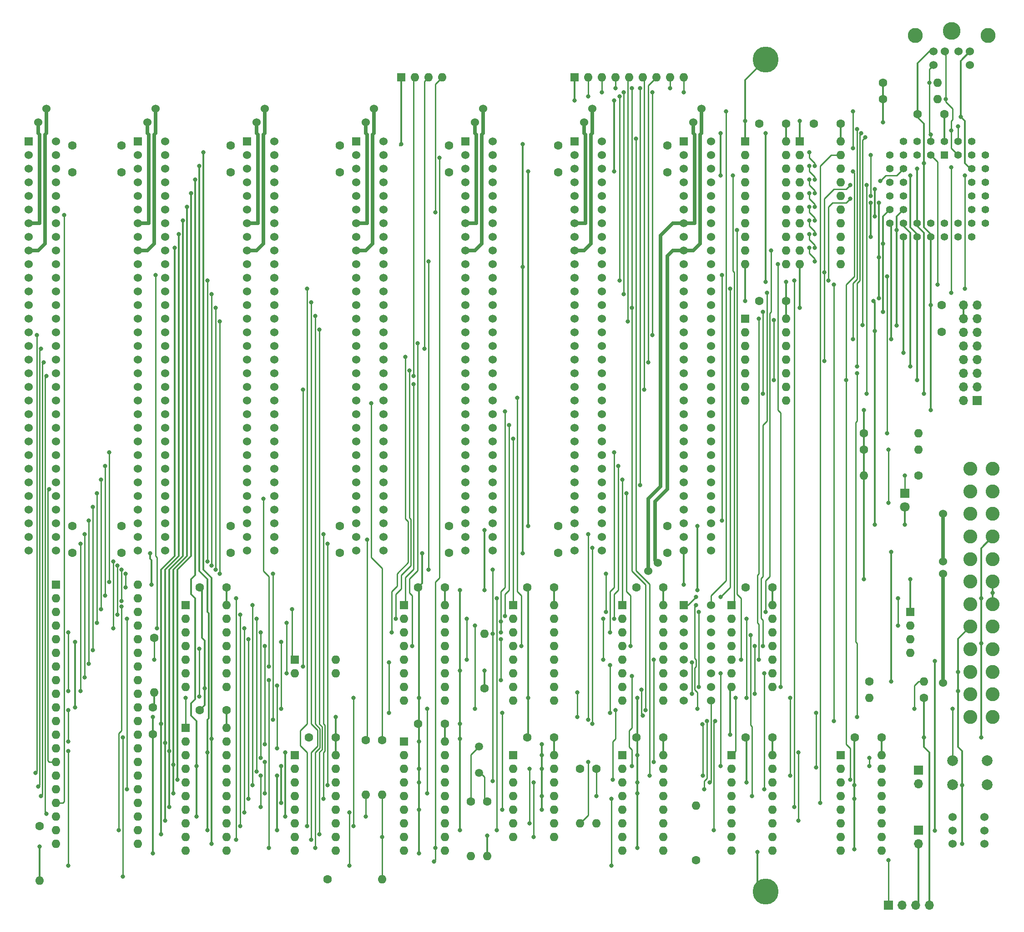
<source format=gbr>
G04 #@! TF.GenerationSoftware,KiCad,Pcbnew,(5.1.8)-1*
G04 #@! TF.CreationDate,2023-02-17T13:19:01-07:00*
G04 #@! TF.ProjectId,Multi,4d756c74-692e-46b6-9963-61645f706362,rev?*
G04 #@! TF.SameCoordinates,Original*
G04 #@! TF.FileFunction,Copper,L2,Bot*
G04 #@! TF.FilePolarity,Positive*
%FSLAX46Y46*%
G04 Gerber Fmt 4.6, Leading zero omitted, Abs format (unit mm)*
G04 Created by KiCad (PCBNEW (5.1.8)-1) date 2023-02-17 13:19:01*
%MOMM*%
%LPD*%
G01*
G04 APERTURE LIST*
G04 #@! TA.AperFunction,ComponentPad*
%ADD10O,1.700000X1.700000*%
G04 #@! TD*
G04 #@! TA.AperFunction,ComponentPad*
%ADD11R,1.700000X1.700000*%
G04 #@! TD*
G04 #@! TA.AperFunction,ComponentPad*
%ADD12O,1.600000X1.600000*%
G04 #@! TD*
G04 #@! TA.AperFunction,ComponentPad*
%ADD13R,1.600000X1.600000*%
G04 #@! TD*
G04 #@! TA.AperFunction,ComponentPad*
%ADD14C,1.524000*%
G04 #@! TD*
G04 #@! TA.AperFunction,ComponentPad*
%ADD15R,1.524000X1.524000*%
G04 #@! TD*
G04 #@! TA.AperFunction,ComponentPad*
%ADD16C,1.600000*%
G04 #@! TD*
G04 #@! TA.AperFunction,ComponentPad*
%ADD17C,4.826000*%
G04 #@! TD*
G04 #@! TA.AperFunction,ComponentPad*
%ADD18C,2.000000*%
G04 #@! TD*
G04 #@! TA.AperFunction,ComponentPad*
%ADD19C,1.800000*%
G04 #@! TD*
G04 #@! TA.AperFunction,ComponentPad*
%ADD20R,1.800000X1.800000*%
G04 #@! TD*
G04 #@! TA.AperFunction,ComponentPad*
%ADD21C,2.590800*%
G04 #@! TD*
G04 #@! TA.AperFunction,ComponentPad*
%ADD22C,2.794000*%
G04 #@! TD*
G04 #@! TA.AperFunction,ComponentPad*
%ADD23C,3.302000*%
G04 #@! TD*
G04 #@! TA.AperFunction,ComponentPad*
%ADD24C,1.500000*%
G04 #@! TD*
G04 #@! TA.AperFunction,ComponentPad*
%ADD25R,1.422400X1.422400*%
G04 #@! TD*
G04 #@! TA.AperFunction,ComponentPad*
%ADD26C,1.422400*%
G04 #@! TD*
G04 #@! TA.AperFunction,ViaPad*
%ADD27C,0.800000*%
G04 #@! TD*
G04 #@! TA.AperFunction,Conductor*
%ADD28C,0.330200*%
G04 #@! TD*
G04 #@! TA.AperFunction,Conductor*
%ADD29C,0.250000*%
G04 #@! TD*
G04 #@! TA.AperFunction,Conductor*
%ADD30C,0.635000*%
G04 #@! TD*
G04 #@! TA.AperFunction,Conductor*
%ADD31C,0.304800*%
G04 #@! TD*
G04 APERTURE END LIST*
D10*
G04 #@! TO.P,J12,2*
G04 #@! TO.N,/GND*
X125984000Y-163576000D03*
D11*
G04 #@! TO.P,J12,1*
G04 #@! TO.N,/RESET*
X125984000Y-161036000D03*
G04 #@! TD*
D12*
G04 #@! TO.P,SW2,4*
G04 #@! TO.N,/DRQ0*
X17526000Y-140462000D03*
G04 #@! TO.P,SW2,2*
G04 #@! TO.N,/DACK0*
X9906000Y-143002000D03*
G04 #@! TO.P,SW2,3*
G04 #@! TO.N,/REFRQ*
X17526000Y-143002000D03*
D13*
G04 #@! TO.P,SW2,1*
G04 #@! TO.N,/DRQ0_*
X9906000Y-140462000D03*
G04 #@! TD*
D14*
G04 #@! TO.P,R,1*
G04 #@! TO.N,/12+*
X-36322000Y-37846000D03*
G04 #@! TD*
G04 #@! TO.P,R,1*
G04 #@! TO.N,/12-*
X-37846000Y-40386000D03*
G04 #@! TD*
G04 #@! TO.P,R,1*
G04 #@! TO.N,/12+*
X-16002000Y-37846000D03*
G04 #@! TD*
G04 #@! TO.P,R,1*
G04 #@! TO.N,/12-*
X-17526000Y-40386000D03*
G04 #@! TD*
G04 #@! TO.P,R,1*
G04 #@! TO.N,/12-*
X2794000Y-40386000D03*
G04 #@! TD*
G04 #@! TO.P,R,1*
G04 #@! TO.N,/12+*
X4318000Y-37846000D03*
G04 #@! TD*
G04 #@! TO.P,J8,62*
G04 #@! TO.N,/A0*
X67056000Y-120142000D03*
G04 #@! TO.P,J8,61*
G04 #@! TO.N,/A1*
X67056000Y-117602000D03*
G04 #@! TO.P,J8,60*
G04 #@! TO.N,/A2*
X67056000Y-115062000D03*
G04 #@! TO.P,J8,59*
G04 #@! TO.N,/A3*
X67056000Y-112522000D03*
G04 #@! TO.P,J8,58*
G04 #@! TO.N,/A4*
X67056000Y-109982000D03*
G04 #@! TO.P,J8,57*
G04 #@! TO.N,/A5*
X67056000Y-107442000D03*
G04 #@! TO.P,J8,56*
G04 #@! TO.N,/A6*
X67056000Y-104902000D03*
G04 #@! TO.P,J8,55*
G04 #@! TO.N,/A7*
X67056000Y-102362000D03*
G04 #@! TO.P,J8,54*
G04 #@! TO.N,/A8*
X67056000Y-99822000D03*
G04 #@! TO.P,J8,53*
G04 #@! TO.N,/A9*
X67056000Y-97282000D03*
G04 #@! TO.P,J8,52*
G04 #@! TO.N,/A10*
X67056000Y-94742000D03*
G04 #@! TO.P,J8,51*
G04 #@! TO.N,/A11*
X67056000Y-92202000D03*
G04 #@! TO.P,J8,50*
G04 #@! TO.N,/A12*
X67056000Y-89662000D03*
G04 #@! TO.P,J8,49*
G04 #@! TO.N,/A13*
X67056000Y-87122000D03*
G04 #@! TO.P,J8,48*
G04 #@! TO.N,/A14*
X67056000Y-84582000D03*
G04 #@! TO.P,J8,47*
G04 #@! TO.N,/A15*
X67056000Y-82042000D03*
G04 #@! TO.P,J8,46*
G04 #@! TO.N,/A16*
X67056000Y-79502000D03*
G04 #@! TO.P,J8,45*
G04 #@! TO.N,/A17*
X67056000Y-76962000D03*
G04 #@! TO.P,J8,44*
G04 #@! TO.N,/A18*
X67056000Y-74422000D03*
G04 #@! TO.P,J8,43*
G04 #@! TO.N,/A19*
X67056000Y-71882000D03*
G04 #@! TO.P,J8,42*
G04 #@! TO.N,/AEN*
X67056000Y-69342000D03*
G04 #@! TO.P,J8,41*
G04 #@! TO.N,/RDY1*
X67056000Y-66802000D03*
G04 #@! TO.P,J8,40*
G04 #@! TO.N,/D0*
X67056000Y-64262000D03*
G04 #@! TO.P,J8,39*
G04 #@! TO.N,/D1*
X67056000Y-61722000D03*
G04 #@! TO.P,J8,38*
G04 #@! TO.N,/D2*
X67056000Y-59182000D03*
G04 #@! TO.P,J8,37*
G04 #@! TO.N,/D3*
X67056000Y-56642000D03*
G04 #@! TO.P,J8,36*
G04 #@! TO.N,/D4*
X67056000Y-54102000D03*
G04 #@! TO.P,J8,35*
G04 #@! TO.N,/D5*
X67056000Y-51562000D03*
G04 #@! TO.P,J8,34*
G04 #@! TO.N,/D6*
X67056000Y-49022000D03*
G04 #@! TO.P,J8,33*
G04 #@! TO.N,/D7*
X67056000Y-46482000D03*
G04 #@! TO.P,J8,32*
G04 #@! TO.N,/CH_CK*
X67056000Y-43942000D03*
G04 #@! TO.P,J8,31*
G04 #@! TO.N,/GND*
X61976000Y-120142000D03*
G04 #@! TO.P,J8,30*
G04 #@! TO.N,/OSC88*
X61976000Y-117602000D03*
G04 #@! TO.P,J8,29*
G04 #@! TO.N,/5+*
X61976000Y-115062000D03*
G04 #@! TO.P,J8,28*
G04 #@! TO.N,/ALE*
X61976000Y-112522000D03*
G04 #@! TO.P,J8,27*
G04 #@! TO.N,/TC*
X61976000Y-109982000D03*
G04 #@! TO.P,J8,26*
G04 #@! TO.N,/DACK2*
X61976000Y-107442000D03*
G04 #@! TO.P,J8,25*
G04 #@! TO.N,/IRQ3*
X61976000Y-104902000D03*
G04 #@! TO.P,J8,24*
G04 #@! TO.N,/IRQ4*
X61976000Y-102362000D03*
G04 #@! TO.P,J8,23*
G04 #@! TO.N,/IRQ5*
X61976000Y-99822000D03*
G04 #@! TO.P,J8,22*
G04 #@! TO.N,/IRQ6*
X61976000Y-97282000D03*
G04 #@! TO.P,J8,21*
G04 #@! TO.N,/IRQ7*
X61976000Y-94742000D03*
G04 #@! TO.P,J8,20*
G04 #@! TO.N,/CLK88*
X61976000Y-92202000D03*
G04 #@! TO.P,J8,19*
G04 #@! TO.N,/REFRQ*
X61976000Y-89662000D03*
G04 #@! TO.P,J8,18*
G04 #@! TO.N,/DRQ1*
X61976000Y-87122000D03*
G04 #@! TO.P,J8,17*
G04 #@! TO.N,/DACK1*
X61976000Y-84582000D03*
G04 #@! TO.P,J8,16*
G04 #@! TO.N,/DRQ3*
X61976000Y-82042000D03*
G04 #@! TO.P,J8,15*
G04 #@! TO.N,/DACK3*
X61976000Y-79502000D03*
G04 #@! TO.P,J8,14*
G04 #@! TO.N,/IORD*
X61976000Y-76962000D03*
G04 #@! TO.P,J8,13*
G04 #@! TO.N,/IOWR*
X61976000Y-74422000D03*
G04 #@! TO.P,J8,12*
G04 #@! TO.N,/MRD*
X61976000Y-71882000D03*
G04 #@! TO.P,J8,11*
G04 #@! TO.N,/MWR*
X61976000Y-69342000D03*
G04 #@! TO.P,J8,10*
G04 #@! TO.N,/GND*
X61976000Y-66802000D03*
G04 #@! TO.P,J8,9*
G04 #@! TO.N,/12+*
X61976000Y-64262000D03*
G04 #@! TO.P,J8,8*
G04 #@! TO.N,/NC*
X61976000Y-61722000D03*
G04 #@! TO.P,J8,7*
G04 #@! TO.N,/12-*
X61976000Y-59182000D03*
G04 #@! TO.P,J8,6*
G04 #@! TO.N,/DRQ2*
X61976000Y-56642000D03*
G04 #@! TO.P,J8,5*
G04 #@! TO.N,/5-*
X61976000Y-54102000D03*
G04 #@! TO.P,J8,4*
G04 #@! TO.N,/IRQ2*
X61976000Y-51562000D03*
G04 #@! TO.P,J8,3*
G04 #@! TO.N,/5+*
X61976000Y-49022000D03*
G04 #@! TO.P,J8,2*
G04 #@! TO.N,/RESOUT*
X61976000Y-46482000D03*
D15*
G04 #@! TO.P,J8,1*
G04 #@! TO.N,/GND*
X61976000Y-43942000D03*
G04 #@! TD*
D14*
G04 #@! TO.P,J1,62*
G04 #@! TO.N,/A0*
X-34544000Y-120142000D03*
G04 #@! TO.P,J1,61*
G04 #@! TO.N,/A1*
X-34544000Y-117602000D03*
G04 #@! TO.P,J1,60*
G04 #@! TO.N,/A2*
X-34544000Y-115062000D03*
G04 #@! TO.P,J1,59*
G04 #@! TO.N,/A3*
X-34544000Y-112522000D03*
G04 #@! TO.P,J1,58*
G04 #@! TO.N,/A4*
X-34544000Y-109982000D03*
G04 #@! TO.P,J1,57*
G04 #@! TO.N,/A5*
X-34544000Y-107442000D03*
G04 #@! TO.P,J1,56*
G04 #@! TO.N,/A6*
X-34544000Y-104902000D03*
G04 #@! TO.P,J1,55*
G04 #@! TO.N,/A7*
X-34544000Y-102362000D03*
G04 #@! TO.P,J1,54*
G04 #@! TO.N,/A8*
X-34544000Y-99822000D03*
G04 #@! TO.P,J1,53*
G04 #@! TO.N,/A9*
X-34544000Y-97282000D03*
G04 #@! TO.P,J1,52*
G04 #@! TO.N,/A10*
X-34544000Y-94742000D03*
G04 #@! TO.P,J1,51*
G04 #@! TO.N,/A11*
X-34544000Y-92202000D03*
G04 #@! TO.P,J1,50*
G04 #@! TO.N,/A12*
X-34544000Y-89662000D03*
G04 #@! TO.P,J1,49*
G04 #@! TO.N,/A13*
X-34544000Y-87122000D03*
G04 #@! TO.P,J1,48*
G04 #@! TO.N,/A14*
X-34544000Y-84582000D03*
G04 #@! TO.P,J1,47*
G04 #@! TO.N,/A15*
X-34544000Y-82042000D03*
G04 #@! TO.P,J1,46*
G04 #@! TO.N,/A16*
X-34544000Y-79502000D03*
G04 #@! TO.P,J1,45*
G04 #@! TO.N,/A17*
X-34544000Y-76962000D03*
G04 #@! TO.P,J1,44*
G04 #@! TO.N,/A18*
X-34544000Y-74422000D03*
G04 #@! TO.P,J1,43*
G04 #@! TO.N,/A19*
X-34544000Y-71882000D03*
G04 #@! TO.P,J1,42*
G04 #@! TO.N,/AEN*
X-34544000Y-69342000D03*
G04 #@! TO.P,J1,41*
G04 #@! TO.N,/RDY1*
X-34544000Y-66802000D03*
G04 #@! TO.P,J1,40*
G04 #@! TO.N,/D0*
X-34544000Y-64262000D03*
G04 #@! TO.P,J1,39*
G04 #@! TO.N,/D1*
X-34544000Y-61722000D03*
G04 #@! TO.P,J1,38*
G04 #@! TO.N,/D2*
X-34544000Y-59182000D03*
G04 #@! TO.P,J1,37*
G04 #@! TO.N,/D3*
X-34544000Y-56642000D03*
G04 #@! TO.P,J1,36*
G04 #@! TO.N,/D4*
X-34544000Y-54102000D03*
G04 #@! TO.P,J1,35*
G04 #@! TO.N,/D5*
X-34544000Y-51562000D03*
G04 #@! TO.P,J1,34*
G04 #@! TO.N,/D6*
X-34544000Y-49022000D03*
G04 #@! TO.P,J1,33*
G04 #@! TO.N,/D7*
X-34544000Y-46482000D03*
G04 #@! TO.P,J1,32*
G04 #@! TO.N,/CH_CK*
X-34544000Y-43942000D03*
G04 #@! TO.P,J1,31*
G04 #@! TO.N,/GND*
X-39624000Y-120142000D03*
G04 #@! TO.P,J1,30*
G04 #@! TO.N,/OSC88*
X-39624000Y-117602000D03*
G04 #@! TO.P,J1,29*
G04 #@! TO.N,/5+*
X-39624000Y-115062000D03*
G04 #@! TO.P,J1,28*
G04 #@! TO.N,/ALE*
X-39624000Y-112522000D03*
G04 #@! TO.P,J1,27*
G04 #@! TO.N,/TC*
X-39624000Y-109982000D03*
G04 #@! TO.P,J1,26*
G04 #@! TO.N,/DACK2*
X-39624000Y-107442000D03*
G04 #@! TO.P,J1,25*
G04 #@! TO.N,/IRQ3*
X-39624000Y-104902000D03*
G04 #@! TO.P,J1,24*
G04 #@! TO.N,/IRQ4*
X-39624000Y-102362000D03*
G04 #@! TO.P,J1,23*
G04 #@! TO.N,/IRQ5*
X-39624000Y-99822000D03*
G04 #@! TO.P,J1,22*
G04 #@! TO.N,/IRQ6*
X-39624000Y-97282000D03*
G04 #@! TO.P,J1,21*
G04 #@! TO.N,/IRQ7*
X-39624000Y-94742000D03*
G04 #@! TO.P,J1,20*
G04 #@! TO.N,/CLK88*
X-39624000Y-92202000D03*
G04 #@! TO.P,J1,19*
G04 #@! TO.N,/REFRQ*
X-39624000Y-89662000D03*
G04 #@! TO.P,J1,18*
G04 #@! TO.N,/DRQ1*
X-39624000Y-87122000D03*
G04 #@! TO.P,J1,17*
G04 #@! TO.N,/DACK1*
X-39624000Y-84582000D03*
G04 #@! TO.P,J1,16*
G04 #@! TO.N,/DRQ3*
X-39624000Y-82042000D03*
G04 #@! TO.P,J1,15*
G04 #@! TO.N,/DACK3*
X-39624000Y-79502000D03*
G04 #@! TO.P,J1,14*
G04 #@! TO.N,/IORD*
X-39624000Y-76962000D03*
G04 #@! TO.P,J1,13*
G04 #@! TO.N,/IOWR*
X-39624000Y-74422000D03*
G04 #@! TO.P,J1,12*
G04 #@! TO.N,/MRD*
X-39624000Y-71882000D03*
G04 #@! TO.P,J1,11*
G04 #@! TO.N,/MWR*
X-39624000Y-69342000D03*
G04 #@! TO.P,J1,10*
G04 #@! TO.N,/GND*
X-39624000Y-66802000D03*
G04 #@! TO.P,J1,9*
G04 #@! TO.N,/12+*
X-39624000Y-64262000D03*
G04 #@! TO.P,J1,8*
G04 #@! TO.N,/NC*
X-39624000Y-61722000D03*
G04 #@! TO.P,J1,7*
G04 #@! TO.N,/12-*
X-39624000Y-59182000D03*
G04 #@! TO.P,J1,6*
G04 #@! TO.N,/DRQ2*
X-39624000Y-56642000D03*
G04 #@! TO.P,J1,5*
G04 #@! TO.N,/5-*
X-39624000Y-54102000D03*
G04 #@! TO.P,J1,4*
G04 #@! TO.N,/IRQ2*
X-39624000Y-51562000D03*
G04 #@! TO.P,J1,3*
G04 #@! TO.N,/5+*
X-39624000Y-49022000D03*
G04 #@! TO.P,J1,2*
G04 #@! TO.N,/RESOUT*
X-39624000Y-46482000D03*
D15*
G04 #@! TO.P,J1,1*
G04 #@! TO.N,/GND*
X-39624000Y-43942000D03*
G04 #@! TD*
G04 #@! TO.P,J7,1*
G04 #@! TO.N,/GND*
X41656000Y-43942000D03*
D14*
G04 #@! TO.P,J7,2*
G04 #@! TO.N,/RESOUT*
X41656000Y-46482000D03*
G04 #@! TO.P,J7,3*
G04 #@! TO.N,/5+*
X41656000Y-49022000D03*
G04 #@! TO.P,J7,4*
G04 #@! TO.N,/IRQ2*
X41656000Y-51562000D03*
G04 #@! TO.P,J7,5*
G04 #@! TO.N,/5-*
X41656000Y-54102000D03*
G04 #@! TO.P,J7,6*
G04 #@! TO.N,/DRQ2*
X41656000Y-56642000D03*
G04 #@! TO.P,J7,7*
G04 #@! TO.N,/12-*
X41656000Y-59182000D03*
G04 #@! TO.P,J7,8*
G04 #@! TO.N,/NC*
X41656000Y-61722000D03*
G04 #@! TO.P,J7,9*
G04 #@! TO.N,/12+*
X41656000Y-64262000D03*
G04 #@! TO.P,J7,10*
G04 #@! TO.N,/GND*
X41656000Y-66802000D03*
G04 #@! TO.P,J7,11*
G04 #@! TO.N,/MWR*
X41656000Y-69342000D03*
G04 #@! TO.P,J7,12*
G04 #@! TO.N,/MRD*
X41656000Y-71882000D03*
G04 #@! TO.P,J7,13*
G04 #@! TO.N,/IOWR*
X41656000Y-74422000D03*
G04 #@! TO.P,J7,14*
G04 #@! TO.N,/IORD*
X41656000Y-76962000D03*
G04 #@! TO.P,J7,15*
G04 #@! TO.N,/DACK3*
X41656000Y-79502000D03*
G04 #@! TO.P,J7,16*
G04 #@! TO.N,/DRQ3*
X41656000Y-82042000D03*
G04 #@! TO.P,J7,17*
G04 #@! TO.N,/DACK1*
X41656000Y-84582000D03*
G04 #@! TO.P,J7,18*
G04 #@! TO.N,/DRQ1*
X41656000Y-87122000D03*
G04 #@! TO.P,J7,19*
G04 #@! TO.N,/REFRQ*
X41656000Y-89662000D03*
G04 #@! TO.P,J7,20*
G04 #@! TO.N,/CLK88*
X41656000Y-92202000D03*
G04 #@! TO.P,J7,21*
G04 #@! TO.N,/IRQ7*
X41656000Y-94742000D03*
G04 #@! TO.P,J7,22*
G04 #@! TO.N,/IRQ6*
X41656000Y-97282000D03*
G04 #@! TO.P,J7,23*
G04 #@! TO.N,/IRQ5*
X41656000Y-99822000D03*
G04 #@! TO.P,J7,24*
G04 #@! TO.N,/IRQ4*
X41656000Y-102362000D03*
G04 #@! TO.P,J7,25*
G04 #@! TO.N,/IRQ3*
X41656000Y-104902000D03*
G04 #@! TO.P,J7,26*
G04 #@! TO.N,/DACK2*
X41656000Y-107442000D03*
G04 #@! TO.P,J7,27*
G04 #@! TO.N,/TC*
X41656000Y-109982000D03*
G04 #@! TO.P,J7,28*
G04 #@! TO.N,/ALE*
X41656000Y-112522000D03*
G04 #@! TO.P,J7,29*
G04 #@! TO.N,/5+*
X41656000Y-115062000D03*
G04 #@! TO.P,J7,30*
G04 #@! TO.N,/OSC88*
X41656000Y-117602000D03*
G04 #@! TO.P,J7,31*
G04 #@! TO.N,/GND*
X41656000Y-120142000D03*
G04 #@! TO.P,J7,32*
G04 #@! TO.N,/CH_CK*
X46736000Y-43942000D03*
G04 #@! TO.P,J7,33*
G04 #@! TO.N,/D7*
X46736000Y-46482000D03*
G04 #@! TO.P,J7,34*
G04 #@! TO.N,/D6*
X46736000Y-49022000D03*
G04 #@! TO.P,J7,35*
G04 #@! TO.N,/D5*
X46736000Y-51562000D03*
G04 #@! TO.P,J7,36*
G04 #@! TO.N,/D4*
X46736000Y-54102000D03*
G04 #@! TO.P,J7,37*
G04 #@! TO.N,/D3*
X46736000Y-56642000D03*
G04 #@! TO.P,J7,38*
G04 #@! TO.N,/D2*
X46736000Y-59182000D03*
G04 #@! TO.P,J7,39*
G04 #@! TO.N,/D1*
X46736000Y-61722000D03*
G04 #@! TO.P,J7,40*
G04 #@! TO.N,/D0*
X46736000Y-64262000D03*
G04 #@! TO.P,J7,41*
G04 #@! TO.N,/RDY1*
X46736000Y-66802000D03*
G04 #@! TO.P,J7,42*
G04 #@! TO.N,/AEN*
X46736000Y-69342000D03*
G04 #@! TO.P,J7,43*
G04 #@! TO.N,/A19*
X46736000Y-71882000D03*
G04 #@! TO.P,J7,44*
G04 #@! TO.N,/A18*
X46736000Y-74422000D03*
G04 #@! TO.P,J7,45*
G04 #@! TO.N,/A17*
X46736000Y-76962000D03*
G04 #@! TO.P,J7,46*
G04 #@! TO.N,/A16*
X46736000Y-79502000D03*
G04 #@! TO.P,J7,47*
G04 #@! TO.N,/A15*
X46736000Y-82042000D03*
G04 #@! TO.P,J7,48*
G04 #@! TO.N,/A14*
X46736000Y-84582000D03*
G04 #@! TO.P,J7,49*
G04 #@! TO.N,/A13*
X46736000Y-87122000D03*
G04 #@! TO.P,J7,50*
G04 #@! TO.N,/A12*
X46736000Y-89662000D03*
G04 #@! TO.P,J7,51*
G04 #@! TO.N,/A11*
X46736000Y-92202000D03*
G04 #@! TO.P,J7,52*
G04 #@! TO.N,/A10*
X46736000Y-94742000D03*
G04 #@! TO.P,J7,53*
G04 #@! TO.N,/A9*
X46736000Y-97282000D03*
G04 #@! TO.P,J7,54*
G04 #@! TO.N,/A8*
X46736000Y-99822000D03*
G04 #@! TO.P,J7,55*
G04 #@! TO.N,/A7*
X46736000Y-102362000D03*
G04 #@! TO.P,J7,56*
G04 #@! TO.N,/A6*
X46736000Y-104902000D03*
G04 #@! TO.P,J7,57*
G04 #@! TO.N,/A5*
X46736000Y-107442000D03*
G04 #@! TO.P,J7,58*
G04 #@! TO.N,/A4*
X46736000Y-109982000D03*
G04 #@! TO.P,J7,59*
G04 #@! TO.N,/A3*
X46736000Y-112522000D03*
G04 #@! TO.P,J7,60*
G04 #@! TO.N,/A2*
X46736000Y-115062000D03*
G04 #@! TO.P,J7,61*
G04 #@! TO.N,/A1*
X46736000Y-117602000D03*
G04 #@! TO.P,J7,62*
G04 #@! TO.N,/A0*
X46736000Y-120142000D03*
G04 #@! TD*
G04 #@! TO.P,J11,62*
G04 #@! TO.N,/A0*
X6096000Y-120142000D03*
G04 #@! TO.P,J11,61*
G04 #@! TO.N,/A1*
X6096000Y-117602000D03*
G04 #@! TO.P,J11,60*
G04 #@! TO.N,/A2*
X6096000Y-115062000D03*
G04 #@! TO.P,J11,59*
G04 #@! TO.N,/A3*
X6096000Y-112522000D03*
G04 #@! TO.P,J11,58*
G04 #@! TO.N,/A4*
X6096000Y-109982000D03*
G04 #@! TO.P,J11,57*
G04 #@! TO.N,/A5*
X6096000Y-107442000D03*
G04 #@! TO.P,J11,56*
G04 #@! TO.N,/A6*
X6096000Y-104902000D03*
G04 #@! TO.P,J11,55*
G04 #@! TO.N,/A7*
X6096000Y-102362000D03*
G04 #@! TO.P,J11,54*
G04 #@! TO.N,/A8*
X6096000Y-99822000D03*
G04 #@! TO.P,J11,53*
G04 #@! TO.N,/A9*
X6096000Y-97282000D03*
G04 #@! TO.P,J11,52*
G04 #@! TO.N,/A10*
X6096000Y-94742000D03*
G04 #@! TO.P,J11,51*
G04 #@! TO.N,/A11*
X6096000Y-92202000D03*
G04 #@! TO.P,J11,50*
G04 #@! TO.N,/A12*
X6096000Y-89662000D03*
G04 #@! TO.P,J11,49*
G04 #@! TO.N,/A13*
X6096000Y-87122000D03*
G04 #@! TO.P,J11,48*
G04 #@! TO.N,/A14*
X6096000Y-84582000D03*
G04 #@! TO.P,J11,47*
G04 #@! TO.N,/A15*
X6096000Y-82042000D03*
G04 #@! TO.P,J11,46*
G04 #@! TO.N,/A16*
X6096000Y-79502000D03*
G04 #@! TO.P,J11,45*
G04 #@! TO.N,/A17*
X6096000Y-76962000D03*
G04 #@! TO.P,J11,44*
G04 #@! TO.N,/A18*
X6096000Y-74422000D03*
G04 #@! TO.P,J11,43*
G04 #@! TO.N,/A19*
X6096000Y-71882000D03*
G04 #@! TO.P,J11,42*
G04 #@! TO.N,/AEN*
X6096000Y-69342000D03*
G04 #@! TO.P,J11,41*
G04 #@! TO.N,/RDY1*
X6096000Y-66802000D03*
G04 #@! TO.P,J11,40*
G04 #@! TO.N,/D0*
X6096000Y-64262000D03*
G04 #@! TO.P,J11,39*
G04 #@! TO.N,/D1*
X6096000Y-61722000D03*
G04 #@! TO.P,J11,38*
G04 #@! TO.N,/D2*
X6096000Y-59182000D03*
G04 #@! TO.P,J11,37*
G04 #@! TO.N,/D3*
X6096000Y-56642000D03*
G04 #@! TO.P,J11,36*
G04 #@! TO.N,/D4*
X6096000Y-54102000D03*
G04 #@! TO.P,J11,35*
G04 #@! TO.N,/D5*
X6096000Y-51562000D03*
G04 #@! TO.P,J11,34*
G04 #@! TO.N,/D6*
X6096000Y-49022000D03*
G04 #@! TO.P,J11,33*
G04 #@! TO.N,/D7*
X6096000Y-46482000D03*
G04 #@! TO.P,J11,32*
G04 #@! TO.N,/CH_CK*
X6096000Y-43942000D03*
G04 #@! TO.P,J11,31*
G04 #@! TO.N,/GND*
X1016000Y-120142000D03*
G04 #@! TO.P,J11,30*
G04 #@! TO.N,/OSC88*
X1016000Y-117602000D03*
G04 #@! TO.P,J11,29*
G04 #@! TO.N,/5+*
X1016000Y-115062000D03*
G04 #@! TO.P,J11,28*
G04 #@! TO.N,/ALE*
X1016000Y-112522000D03*
G04 #@! TO.P,J11,27*
G04 #@! TO.N,/TC*
X1016000Y-109982000D03*
G04 #@! TO.P,J11,26*
G04 #@! TO.N,/DACK2*
X1016000Y-107442000D03*
G04 #@! TO.P,J11,25*
G04 #@! TO.N,/IRQ3*
X1016000Y-104902000D03*
G04 #@! TO.P,J11,24*
G04 #@! TO.N,/IRQ4*
X1016000Y-102362000D03*
G04 #@! TO.P,J11,23*
G04 #@! TO.N,/IRQ5*
X1016000Y-99822000D03*
G04 #@! TO.P,J11,22*
G04 #@! TO.N,/IRQ6*
X1016000Y-97282000D03*
G04 #@! TO.P,J11,21*
G04 #@! TO.N,/IRQ7*
X1016000Y-94742000D03*
G04 #@! TO.P,J11,20*
G04 #@! TO.N,/CLK88*
X1016000Y-92202000D03*
G04 #@! TO.P,J11,19*
G04 #@! TO.N,/REFRQ*
X1016000Y-89662000D03*
G04 #@! TO.P,J11,18*
G04 #@! TO.N,/DRQ1*
X1016000Y-87122000D03*
G04 #@! TO.P,J11,17*
G04 #@! TO.N,/DACK1*
X1016000Y-84582000D03*
G04 #@! TO.P,J11,16*
G04 #@! TO.N,/DRQ3*
X1016000Y-82042000D03*
G04 #@! TO.P,J11,15*
G04 #@! TO.N,/DACK3*
X1016000Y-79502000D03*
G04 #@! TO.P,J11,14*
G04 #@! TO.N,/IORD*
X1016000Y-76962000D03*
G04 #@! TO.P,J11,13*
G04 #@! TO.N,/IOWR*
X1016000Y-74422000D03*
G04 #@! TO.P,J11,12*
G04 #@! TO.N,/MRD*
X1016000Y-71882000D03*
G04 #@! TO.P,J11,11*
G04 #@! TO.N,/MWR*
X1016000Y-69342000D03*
G04 #@! TO.P,J11,10*
G04 #@! TO.N,/GND*
X1016000Y-66802000D03*
G04 #@! TO.P,J11,9*
G04 #@! TO.N,/12+*
X1016000Y-64262000D03*
G04 #@! TO.P,J11,8*
G04 #@! TO.N,/NC*
X1016000Y-61722000D03*
G04 #@! TO.P,J11,7*
G04 #@! TO.N,/12-*
X1016000Y-59182000D03*
G04 #@! TO.P,J11,6*
G04 #@! TO.N,/DRQ2*
X1016000Y-56642000D03*
G04 #@! TO.P,J11,5*
G04 #@! TO.N,/5-*
X1016000Y-54102000D03*
G04 #@! TO.P,J11,4*
G04 #@! TO.N,/IRQ2*
X1016000Y-51562000D03*
G04 #@! TO.P,J11,3*
G04 #@! TO.N,/5+*
X1016000Y-49022000D03*
G04 #@! TO.P,J11,2*
G04 #@! TO.N,/RESOUT*
X1016000Y-46482000D03*
D15*
G04 #@! TO.P,J11,1*
G04 #@! TO.N,/GND*
X1016000Y-43942000D03*
G04 #@! TD*
D14*
G04 #@! TO.P,J9,62*
G04 #@! TO.N,/A0*
X87376000Y-120142000D03*
G04 #@! TO.P,J9,61*
G04 #@! TO.N,/A1*
X87376000Y-117602000D03*
G04 #@! TO.P,J9,60*
G04 #@! TO.N,/A2*
X87376000Y-115062000D03*
G04 #@! TO.P,J9,59*
G04 #@! TO.N,/A3*
X87376000Y-112522000D03*
G04 #@! TO.P,J9,58*
G04 #@! TO.N,/A4*
X87376000Y-109982000D03*
G04 #@! TO.P,J9,57*
G04 #@! TO.N,/A5*
X87376000Y-107442000D03*
G04 #@! TO.P,J9,56*
G04 #@! TO.N,/A6*
X87376000Y-104902000D03*
G04 #@! TO.P,J9,55*
G04 #@! TO.N,/A7*
X87376000Y-102362000D03*
G04 #@! TO.P,J9,54*
G04 #@! TO.N,/A8*
X87376000Y-99822000D03*
G04 #@! TO.P,J9,53*
G04 #@! TO.N,/A9*
X87376000Y-97282000D03*
G04 #@! TO.P,J9,52*
G04 #@! TO.N,/A10*
X87376000Y-94742000D03*
G04 #@! TO.P,J9,51*
G04 #@! TO.N,/A11*
X87376000Y-92202000D03*
G04 #@! TO.P,J9,50*
G04 #@! TO.N,/A12*
X87376000Y-89662000D03*
G04 #@! TO.P,J9,49*
G04 #@! TO.N,/A13*
X87376000Y-87122000D03*
G04 #@! TO.P,J9,48*
G04 #@! TO.N,/A14*
X87376000Y-84582000D03*
G04 #@! TO.P,J9,47*
G04 #@! TO.N,/A15*
X87376000Y-82042000D03*
G04 #@! TO.P,J9,46*
G04 #@! TO.N,/A16*
X87376000Y-79502000D03*
G04 #@! TO.P,J9,45*
G04 #@! TO.N,/A17*
X87376000Y-76962000D03*
G04 #@! TO.P,J9,44*
G04 #@! TO.N,/A18*
X87376000Y-74422000D03*
G04 #@! TO.P,J9,43*
G04 #@! TO.N,/A19*
X87376000Y-71882000D03*
G04 #@! TO.P,J9,42*
G04 #@! TO.N,/AEN*
X87376000Y-69342000D03*
G04 #@! TO.P,J9,41*
G04 #@! TO.N,/RDY1*
X87376000Y-66802000D03*
G04 #@! TO.P,J9,40*
G04 #@! TO.N,/D0*
X87376000Y-64262000D03*
G04 #@! TO.P,J9,39*
G04 #@! TO.N,/D1*
X87376000Y-61722000D03*
G04 #@! TO.P,J9,38*
G04 #@! TO.N,/D2*
X87376000Y-59182000D03*
G04 #@! TO.P,J9,37*
G04 #@! TO.N,/D3*
X87376000Y-56642000D03*
G04 #@! TO.P,J9,36*
G04 #@! TO.N,/D4*
X87376000Y-54102000D03*
G04 #@! TO.P,J9,35*
G04 #@! TO.N,/D5*
X87376000Y-51562000D03*
G04 #@! TO.P,J9,34*
G04 #@! TO.N,/D6*
X87376000Y-49022000D03*
G04 #@! TO.P,J9,33*
G04 #@! TO.N,/D7*
X87376000Y-46482000D03*
G04 #@! TO.P,J9,32*
G04 #@! TO.N,/CH_CK*
X87376000Y-43942000D03*
G04 #@! TO.P,J9,31*
G04 #@! TO.N,/GND*
X82296000Y-120142000D03*
G04 #@! TO.P,J9,30*
G04 #@! TO.N,/OSC88*
X82296000Y-117602000D03*
G04 #@! TO.P,J9,29*
G04 #@! TO.N,/5+*
X82296000Y-115062000D03*
G04 #@! TO.P,J9,28*
G04 #@! TO.N,/ALE*
X82296000Y-112522000D03*
G04 #@! TO.P,J9,27*
G04 #@! TO.N,/TC*
X82296000Y-109982000D03*
G04 #@! TO.P,J9,26*
G04 #@! TO.N,/DACK2*
X82296000Y-107442000D03*
G04 #@! TO.P,J9,25*
G04 #@! TO.N,/IRQ3*
X82296000Y-104902000D03*
G04 #@! TO.P,J9,24*
G04 #@! TO.N,/IRQ4*
X82296000Y-102362000D03*
G04 #@! TO.P,J9,23*
G04 #@! TO.N,/IRQ5*
X82296000Y-99822000D03*
G04 #@! TO.P,J9,22*
G04 #@! TO.N,/IRQ6*
X82296000Y-97282000D03*
G04 #@! TO.P,J9,21*
G04 #@! TO.N,/IRQ7*
X82296000Y-94742000D03*
G04 #@! TO.P,J9,20*
G04 #@! TO.N,/CLK88*
X82296000Y-92202000D03*
G04 #@! TO.P,J9,19*
G04 #@! TO.N,/REFRQ*
X82296000Y-89662000D03*
G04 #@! TO.P,J9,18*
G04 #@! TO.N,/DRQ1*
X82296000Y-87122000D03*
G04 #@! TO.P,J9,17*
G04 #@! TO.N,/DACK1*
X82296000Y-84582000D03*
G04 #@! TO.P,J9,16*
G04 #@! TO.N,/DRQ3*
X82296000Y-82042000D03*
G04 #@! TO.P,J9,15*
G04 #@! TO.N,/DACK3*
X82296000Y-79502000D03*
G04 #@! TO.P,J9,14*
G04 #@! TO.N,/IORD*
X82296000Y-76962000D03*
G04 #@! TO.P,J9,13*
G04 #@! TO.N,/IOWR*
X82296000Y-74422000D03*
G04 #@! TO.P,J9,12*
G04 #@! TO.N,/MRD*
X82296000Y-71882000D03*
G04 #@! TO.P,J9,11*
G04 #@! TO.N,/MWR*
X82296000Y-69342000D03*
G04 #@! TO.P,J9,10*
G04 #@! TO.N,/GND*
X82296000Y-66802000D03*
G04 #@! TO.P,J9,9*
G04 #@! TO.N,/12+*
X82296000Y-64262000D03*
G04 #@! TO.P,J9,8*
G04 #@! TO.N,/NC*
X82296000Y-61722000D03*
G04 #@! TO.P,J9,7*
G04 #@! TO.N,/12-*
X82296000Y-59182000D03*
G04 #@! TO.P,J9,6*
G04 #@! TO.N,/DRQ2*
X82296000Y-56642000D03*
G04 #@! TO.P,J9,5*
G04 #@! TO.N,/5-*
X82296000Y-54102000D03*
G04 #@! TO.P,J9,4*
G04 #@! TO.N,/IRQ2*
X82296000Y-51562000D03*
G04 #@! TO.P,J9,3*
G04 #@! TO.N,/5+*
X82296000Y-49022000D03*
G04 #@! TO.P,J9,2*
G04 #@! TO.N,/RESOUT*
X82296000Y-46482000D03*
D15*
G04 #@! TO.P,J9,1*
G04 #@! TO.N,/GND*
X82296000Y-43942000D03*
G04 #@! TD*
D14*
G04 #@! TO.P,J5,62*
G04 #@! TO.N,/A0*
X-14224000Y-120142000D03*
G04 #@! TO.P,J5,61*
G04 #@! TO.N,/A1*
X-14224000Y-117602000D03*
G04 #@! TO.P,J5,60*
G04 #@! TO.N,/A2*
X-14224000Y-115062000D03*
G04 #@! TO.P,J5,59*
G04 #@! TO.N,/A3*
X-14224000Y-112522000D03*
G04 #@! TO.P,J5,58*
G04 #@! TO.N,/A4*
X-14224000Y-109982000D03*
G04 #@! TO.P,J5,57*
G04 #@! TO.N,/A5*
X-14224000Y-107442000D03*
G04 #@! TO.P,J5,56*
G04 #@! TO.N,/A6*
X-14224000Y-104902000D03*
G04 #@! TO.P,J5,55*
G04 #@! TO.N,/A7*
X-14224000Y-102362000D03*
G04 #@! TO.P,J5,54*
G04 #@! TO.N,/A8*
X-14224000Y-99822000D03*
G04 #@! TO.P,J5,53*
G04 #@! TO.N,/A9*
X-14224000Y-97282000D03*
G04 #@! TO.P,J5,52*
G04 #@! TO.N,/A10*
X-14224000Y-94742000D03*
G04 #@! TO.P,J5,51*
G04 #@! TO.N,/A11*
X-14224000Y-92202000D03*
G04 #@! TO.P,J5,50*
G04 #@! TO.N,/A12*
X-14224000Y-89662000D03*
G04 #@! TO.P,J5,49*
G04 #@! TO.N,/A13*
X-14224000Y-87122000D03*
G04 #@! TO.P,J5,48*
G04 #@! TO.N,/A14*
X-14224000Y-84582000D03*
G04 #@! TO.P,J5,47*
G04 #@! TO.N,/A15*
X-14224000Y-82042000D03*
G04 #@! TO.P,J5,46*
G04 #@! TO.N,/A16*
X-14224000Y-79502000D03*
G04 #@! TO.P,J5,45*
G04 #@! TO.N,/A17*
X-14224000Y-76962000D03*
G04 #@! TO.P,J5,44*
G04 #@! TO.N,/A18*
X-14224000Y-74422000D03*
G04 #@! TO.P,J5,43*
G04 #@! TO.N,/A19*
X-14224000Y-71882000D03*
G04 #@! TO.P,J5,42*
G04 #@! TO.N,/AEN*
X-14224000Y-69342000D03*
G04 #@! TO.P,J5,41*
G04 #@! TO.N,/RDY1*
X-14224000Y-66802000D03*
G04 #@! TO.P,J5,40*
G04 #@! TO.N,/D0*
X-14224000Y-64262000D03*
G04 #@! TO.P,J5,39*
G04 #@! TO.N,/D1*
X-14224000Y-61722000D03*
G04 #@! TO.P,J5,38*
G04 #@! TO.N,/D2*
X-14224000Y-59182000D03*
G04 #@! TO.P,J5,37*
G04 #@! TO.N,/D3*
X-14224000Y-56642000D03*
G04 #@! TO.P,J5,36*
G04 #@! TO.N,/D4*
X-14224000Y-54102000D03*
G04 #@! TO.P,J5,35*
G04 #@! TO.N,/D5*
X-14224000Y-51562000D03*
G04 #@! TO.P,J5,34*
G04 #@! TO.N,/D6*
X-14224000Y-49022000D03*
G04 #@! TO.P,J5,33*
G04 #@! TO.N,/D7*
X-14224000Y-46482000D03*
G04 #@! TO.P,J5,32*
G04 #@! TO.N,/CH_CK*
X-14224000Y-43942000D03*
G04 #@! TO.P,J5,31*
G04 #@! TO.N,/GND*
X-19304000Y-120142000D03*
G04 #@! TO.P,J5,30*
G04 #@! TO.N,/OSC88*
X-19304000Y-117602000D03*
G04 #@! TO.P,J5,29*
G04 #@! TO.N,/5+*
X-19304000Y-115062000D03*
G04 #@! TO.P,J5,28*
G04 #@! TO.N,/ALE*
X-19304000Y-112522000D03*
G04 #@! TO.P,J5,27*
G04 #@! TO.N,/TC*
X-19304000Y-109982000D03*
G04 #@! TO.P,J5,26*
G04 #@! TO.N,/DACK2*
X-19304000Y-107442000D03*
G04 #@! TO.P,J5,25*
G04 #@! TO.N,/IRQ3*
X-19304000Y-104902000D03*
G04 #@! TO.P,J5,24*
G04 #@! TO.N,/IRQ4*
X-19304000Y-102362000D03*
G04 #@! TO.P,J5,23*
G04 #@! TO.N,/IRQ5*
X-19304000Y-99822000D03*
G04 #@! TO.P,J5,22*
G04 #@! TO.N,/IRQ6*
X-19304000Y-97282000D03*
G04 #@! TO.P,J5,21*
G04 #@! TO.N,/IRQ7*
X-19304000Y-94742000D03*
G04 #@! TO.P,J5,20*
G04 #@! TO.N,/CLK88*
X-19304000Y-92202000D03*
G04 #@! TO.P,J5,19*
G04 #@! TO.N,/REFRQ*
X-19304000Y-89662000D03*
G04 #@! TO.P,J5,18*
G04 #@! TO.N,/DRQ1*
X-19304000Y-87122000D03*
G04 #@! TO.P,J5,17*
G04 #@! TO.N,/DACK1*
X-19304000Y-84582000D03*
G04 #@! TO.P,J5,16*
G04 #@! TO.N,/DRQ3*
X-19304000Y-82042000D03*
G04 #@! TO.P,J5,15*
G04 #@! TO.N,/DACK3*
X-19304000Y-79502000D03*
G04 #@! TO.P,J5,14*
G04 #@! TO.N,/IORD*
X-19304000Y-76962000D03*
G04 #@! TO.P,J5,13*
G04 #@! TO.N,/IOWR*
X-19304000Y-74422000D03*
G04 #@! TO.P,J5,12*
G04 #@! TO.N,/MRD*
X-19304000Y-71882000D03*
G04 #@! TO.P,J5,11*
G04 #@! TO.N,/MWR*
X-19304000Y-69342000D03*
G04 #@! TO.P,J5,10*
G04 #@! TO.N,/GND*
X-19304000Y-66802000D03*
G04 #@! TO.P,J5,9*
G04 #@! TO.N,/12+*
X-19304000Y-64262000D03*
G04 #@! TO.P,J5,8*
G04 #@! TO.N,/NC*
X-19304000Y-61722000D03*
G04 #@! TO.P,J5,7*
G04 #@! TO.N,/12-*
X-19304000Y-59182000D03*
G04 #@! TO.P,J5,6*
G04 #@! TO.N,/DRQ2*
X-19304000Y-56642000D03*
G04 #@! TO.P,J5,5*
G04 #@! TO.N,/5-*
X-19304000Y-54102000D03*
G04 #@! TO.P,J5,4*
G04 #@! TO.N,/IRQ2*
X-19304000Y-51562000D03*
G04 #@! TO.P,J5,3*
G04 #@! TO.N,/5+*
X-19304000Y-49022000D03*
G04 #@! TO.P,J5,2*
G04 #@! TO.N,/RESOUT*
X-19304000Y-46482000D03*
D15*
G04 #@! TO.P,J5,1*
G04 #@! TO.N,/GND*
X-19304000Y-43942000D03*
G04 #@! TD*
D14*
G04 #@! TO.P,J4,62*
G04 #@! TO.N,/A0*
X26416000Y-120142000D03*
G04 #@! TO.P,J4,61*
G04 #@! TO.N,/A1*
X26416000Y-117602000D03*
G04 #@! TO.P,J4,60*
G04 #@! TO.N,/A2*
X26416000Y-115062000D03*
G04 #@! TO.P,J4,59*
G04 #@! TO.N,/A3*
X26416000Y-112522000D03*
G04 #@! TO.P,J4,58*
G04 #@! TO.N,/A4*
X26416000Y-109982000D03*
G04 #@! TO.P,J4,57*
G04 #@! TO.N,/A5*
X26416000Y-107442000D03*
G04 #@! TO.P,J4,56*
G04 #@! TO.N,/A6*
X26416000Y-104902000D03*
G04 #@! TO.P,J4,55*
G04 #@! TO.N,/A7*
X26416000Y-102362000D03*
G04 #@! TO.P,J4,54*
G04 #@! TO.N,/A8*
X26416000Y-99822000D03*
G04 #@! TO.P,J4,53*
G04 #@! TO.N,/A9*
X26416000Y-97282000D03*
G04 #@! TO.P,J4,52*
G04 #@! TO.N,/A10*
X26416000Y-94742000D03*
G04 #@! TO.P,J4,51*
G04 #@! TO.N,/A11*
X26416000Y-92202000D03*
G04 #@! TO.P,J4,50*
G04 #@! TO.N,/A12*
X26416000Y-89662000D03*
G04 #@! TO.P,J4,49*
G04 #@! TO.N,/A13*
X26416000Y-87122000D03*
G04 #@! TO.P,J4,48*
G04 #@! TO.N,/A14*
X26416000Y-84582000D03*
G04 #@! TO.P,J4,47*
G04 #@! TO.N,/A15*
X26416000Y-82042000D03*
G04 #@! TO.P,J4,46*
G04 #@! TO.N,/A16*
X26416000Y-79502000D03*
G04 #@! TO.P,J4,45*
G04 #@! TO.N,/A17*
X26416000Y-76962000D03*
G04 #@! TO.P,J4,44*
G04 #@! TO.N,/A18*
X26416000Y-74422000D03*
G04 #@! TO.P,J4,43*
G04 #@! TO.N,/A19*
X26416000Y-71882000D03*
G04 #@! TO.P,J4,42*
G04 #@! TO.N,/AEN*
X26416000Y-69342000D03*
G04 #@! TO.P,J4,41*
G04 #@! TO.N,/RDY1*
X26416000Y-66802000D03*
G04 #@! TO.P,J4,40*
G04 #@! TO.N,/D0*
X26416000Y-64262000D03*
G04 #@! TO.P,J4,39*
G04 #@! TO.N,/D1*
X26416000Y-61722000D03*
G04 #@! TO.P,J4,38*
G04 #@! TO.N,/D2*
X26416000Y-59182000D03*
G04 #@! TO.P,J4,37*
G04 #@! TO.N,/D3*
X26416000Y-56642000D03*
G04 #@! TO.P,J4,36*
G04 #@! TO.N,/D4*
X26416000Y-54102000D03*
G04 #@! TO.P,J4,35*
G04 #@! TO.N,/D5*
X26416000Y-51562000D03*
G04 #@! TO.P,J4,34*
G04 #@! TO.N,/D6*
X26416000Y-49022000D03*
G04 #@! TO.P,J4,33*
G04 #@! TO.N,/D7*
X26416000Y-46482000D03*
G04 #@! TO.P,J4,32*
G04 #@! TO.N,/CH_CK*
X26416000Y-43942000D03*
G04 #@! TO.P,J4,31*
G04 #@! TO.N,/GND*
X21336000Y-120142000D03*
G04 #@! TO.P,J4,30*
G04 #@! TO.N,/OSC88*
X21336000Y-117602000D03*
G04 #@! TO.P,J4,29*
G04 #@! TO.N,/5+*
X21336000Y-115062000D03*
G04 #@! TO.P,J4,28*
G04 #@! TO.N,/ALE*
X21336000Y-112522000D03*
G04 #@! TO.P,J4,27*
G04 #@! TO.N,/TC*
X21336000Y-109982000D03*
G04 #@! TO.P,J4,26*
G04 #@! TO.N,/DACK2*
X21336000Y-107442000D03*
G04 #@! TO.P,J4,25*
G04 #@! TO.N,/IRQ3*
X21336000Y-104902000D03*
G04 #@! TO.P,J4,24*
G04 #@! TO.N,/IRQ4*
X21336000Y-102362000D03*
G04 #@! TO.P,J4,23*
G04 #@! TO.N,/IRQ5*
X21336000Y-99822000D03*
G04 #@! TO.P,J4,22*
G04 #@! TO.N,/IRQ6*
X21336000Y-97282000D03*
G04 #@! TO.P,J4,21*
G04 #@! TO.N,/IRQ7*
X21336000Y-94742000D03*
G04 #@! TO.P,J4,20*
G04 #@! TO.N,/CLK88*
X21336000Y-92202000D03*
G04 #@! TO.P,J4,19*
G04 #@! TO.N,/REFRQ*
X21336000Y-89662000D03*
G04 #@! TO.P,J4,18*
G04 #@! TO.N,/DRQ1*
X21336000Y-87122000D03*
G04 #@! TO.P,J4,17*
G04 #@! TO.N,/DACK1*
X21336000Y-84582000D03*
G04 #@! TO.P,J4,16*
G04 #@! TO.N,/DRQ3*
X21336000Y-82042000D03*
G04 #@! TO.P,J4,15*
G04 #@! TO.N,/DACK3*
X21336000Y-79502000D03*
G04 #@! TO.P,J4,14*
G04 #@! TO.N,/IORD*
X21336000Y-76962000D03*
G04 #@! TO.P,J4,13*
G04 #@! TO.N,/IOWR*
X21336000Y-74422000D03*
G04 #@! TO.P,J4,12*
G04 #@! TO.N,/MRD*
X21336000Y-71882000D03*
G04 #@! TO.P,J4,11*
G04 #@! TO.N,/MWR*
X21336000Y-69342000D03*
G04 #@! TO.P,J4,10*
G04 #@! TO.N,/GND*
X21336000Y-66802000D03*
G04 #@! TO.P,J4,9*
G04 #@! TO.N,/12+*
X21336000Y-64262000D03*
G04 #@! TO.P,J4,8*
G04 #@! TO.N,/NC*
X21336000Y-61722000D03*
G04 #@! TO.P,J4,7*
G04 #@! TO.N,/12-*
X21336000Y-59182000D03*
G04 #@! TO.P,J4,6*
G04 #@! TO.N,/DRQ2*
X21336000Y-56642000D03*
G04 #@! TO.P,J4,5*
G04 #@! TO.N,/5-*
X21336000Y-54102000D03*
G04 #@! TO.P,J4,4*
G04 #@! TO.N,/IRQ2*
X21336000Y-51562000D03*
G04 #@! TO.P,J4,3*
G04 #@! TO.N,/5+*
X21336000Y-49022000D03*
G04 #@! TO.P,J4,2*
G04 #@! TO.N,/RESOUT*
X21336000Y-46482000D03*
D15*
G04 #@! TO.P,J4,1*
G04 #@! TO.N,/GND*
X21336000Y-43942000D03*
G04 #@! TD*
D16*
G04 #@! TO.P,C19,2*
G04 #@! TO.N,/5+*
X-2032000Y-115570000D03*
G04 #@! TO.P,C19,1*
G04 #@! TO.N,/GND*
X-2032000Y-120570000D03*
G04 #@! TD*
G04 #@! TO.P,C18,2*
G04 #@! TO.N,/5+*
X18288000Y-115570000D03*
G04 #@! TO.P,C18,1*
G04 #@! TO.N,/GND*
X18288000Y-120570000D03*
G04 #@! TD*
G04 #@! TO.P,C17,2*
G04 #@! TO.N,/5+*
X-22352000Y-115570000D03*
G04 #@! TO.P,C17,1*
G04 #@! TO.N,/GND*
X-22352000Y-120570000D03*
G04 #@! TD*
G04 #@! TO.P,C16,2*
G04 #@! TO.N,/5+*
X-22352000Y-49704000D03*
G04 #@! TO.P,C16,1*
G04 #@! TO.N,/GND*
X-22352000Y-44704000D03*
G04 #@! TD*
G04 #@! TO.P,C15,2*
G04 #@! TO.N,/5+*
X18288000Y-49704000D03*
G04 #@! TO.P,C15,1*
G04 #@! TO.N,/GND*
X18288000Y-44704000D03*
G04 #@! TD*
G04 #@! TO.P,C14,2*
G04 #@! TO.N,/5+*
X-2032000Y-49704000D03*
G04 #@! TO.P,C14,1*
G04 #@! TO.N,/GND*
X-2032000Y-44704000D03*
G04 #@! TD*
D12*
G04 #@! TO.P,U65,20*
G04 #@! TO.N,/5+*
X-2794000Y-153162000D03*
G04 #@! TO.P,U65,10*
G04 #@! TO.N,/GND*
X-10414000Y-176022000D03*
G04 #@! TO.P,U65,19*
G04 #@! TO.N,/A15*
X-2794000Y-155702000D03*
G04 #@! TO.P,U65,9*
G04 #@! TO.N,/D0*
X-10414000Y-173482000D03*
G04 #@! TO.P,U65,18*
G04 #@! TO.N,/A14*
X-2794000Y-158242000D03*
G04 #@! TO.P,U65,8*
G04 #@! TO.N,/D1*
X-10414000Y-170942000D03*
G04 #@! TO.P,U65,17*
G04 #@! TO.N,/A13*
X-2794000Y-160782000D03*
G04 #@! TO.P,U65,7*
G04 #@! TO.N,/D2*
X-10414000Y-168402000D03*
G04 #@! TO.P,U65,16*
G04 #@! TO.N,/A12*
X-2794000Y-163322000D03*
G04 #@! TO.P,U65,6*
G04 #@! TO.N,/D3*
X-10414000Y-165862000D03*
G04 #@! TO.P,U65,15*
G04 #@! TO.N,/A11*
X-2794000Y-165862000D03*
G04 #@! TO.P,U65,5*
G04 #@! TO.N,/D4*
X-10414000Y-163322000D03*
G04 #@! TO.P,U65,14*
G04 #@! TO.N,/A10*
X-2794000Y-168402000D03*
G04 #@! TO.P,U65,4*
G04 #@! TO.N,/D5*
X-10414000Y-160782000D03*
G04 #@! TO.P,U65,13*
G04 #@! TO.N,/A9*
X-2794000Y-170942000D03*
G04 #@! TO.P,U65,3*
G04 #@! TO.N,/D6*
X-10414000Y-158242000D03*
G04 #@! TO.P,U65,12*
G04 #@! TO.N,/A8*
X-2794000Y-173482000D03*
G04 #@! TO.P,U65,2*
G04 #@! TO.N,/D7*
X-10414000Y-155702000D03*
G04 #@! TO.P,U65,11*
G04 #@! TO.N,/ADSTB*
X-2794000Y-176022000D03*
D13*
G04 #@! TO.P,U65,1*
G04 #@! TO.N,/AEN_OE*
X-10414000Y-153162000D03*
G04 #@! TD*
D12*
G04 #@! TO.P,U64,16*
G04 #@! TO.N,/5+*
X17526000Y-158242000D03*
G04 #@! TO.P,U64,8*
G04 #@! TO.N,/GND*
X9906000Y-176022000D03*
G04 #@! TO.P,U64,15*
G04 #@! TO.N,/D0*
X17526000Y-160782000D03*
G04 #@! TO.P,U64,7*
G04 #@! TO.N,/A18*
X9906000Y-173482000D03*
G04 #@! TO.P,U64,14*
G04 #@! TO.N,/A0*
X17526000Y-163322000D03*
G04 #@! TO.P,U64,6*
G04 #@! TO.N,/A19*
X9906000Y-170942000D03*
G04 #@! TO.P,U64,13*
G04 #@! TO.N,/A1*
X17526000Y-165862000D03*
G04 #@! TO.P,U64,5*
G04 #@! TO.N,/DACK3*
X9906000Y-168402000D03*
G04 #@! TO.P,U64,12*
G04 #@! TO.N,/760_EN*
X17526000Y-168402000D03*
G04 #@! TO.P,U64,4*
G04 #@! TO.N,/DACK2*
X9906000Y-165862000D03*
G04 #@! TO.P,U64,11*
G04 #@! TO.N,/AEN_OE*
X17526000Y-170942000D03*
G04 #@! TO.P,U64,3*
G04 #@! TO.N,/D3*
X9906000Y-163322000D03*
G04 #@! TO.P,U64,10*
G04 #@! TO.N,/A16*
X17526000Y-173482000D03*
G04 #@! TO.P,U64,2*
G04 #@! TO.N,/D2*
X9906000Y-160782000D03*
G04 #@! TO.P,U64,9*
G04 #@! TO.N,/A17*
X17526000Y-176022000D03*
D13*
G04 #@! TO.P,U64,1*
G04 #@! TO.N,/D1*
X9906000Y-158242000D03*
G04 #@! TD*
D12*
G04 #@! TO.P,U63,14*
G04 #@! TO.N,/5+*
X-2794000Y-130302000D03*
G04 #@! TO.P,U63,7*
G04 #@! TO.N,/GND*
X-10414000Y-145542000D03*
G04 #@! TO.P,U63,13*
G04 #@! TO.N,N/C*
X-2794000Y-132842000D03*
G04 #@! TO.P,U63,6*
G04 #@! TO.N,/TC*
X-10414000Y-143002000D03*
G04 #@! TO.P,U63,12*
G04 #@! TO.N,N/C*
X-2794000Y-135382000D03*
G04 #@! TO.P,U63,5*
G04 #@! TO.N,/EOP*
X-10414000Y-140462000D03*
G04 #@! TO.P,U63,11*
G04 #@! TO.N,N/C*
X-2794000Y-137922000D03*
G04 #@! TO.P,U63,4*
G04 #@! TO.N,/AEN_OE*
X-10414000Y-137922000D03*
G04 #@! TO.P,U63,10*
G04 #@! TO.N,N/C*
X-2794000Y-140462000D03*
G04 #@! TO.P,U63,3*
G04 #@! TO.N,/AEN*
X-10414000Y-135382000D03*
G04 #@! TO.P,U63,9*
G04 #@! TO.N,N/C*
X-2794000Y-143002000D03*
G04 #@! TO.P,U63,2*
G04 #@! TO.N,Net-(U63-Pad2)*
X-10414000Y-132842000D03*
G04 #@! TO.P,U63,8*
G04 #@! TO.N,N/C*
X-2794000Y-145542000D03*
D13*
G04 #@! TO.P,U63,1*
G04 #@! TO.N,Net-(U63-Pad1)*
X-10414000Y-130302000D03*
G04 #@! TD*
D12*
G04 #@! TO.P,U61,40*
G04 #@! TO.N,/A7*
X-19304000Y-126492000D03*
G04 #@! TO.P,U61,20*
G04 #@! TO.N,/GND*
X-34544000Y-174752000D03*
G04 #@! TO.P,U61,39*
G04 #@! TO.N,/A6*
X-19304000Y-129032000D03*
G04 #@! TO.P,U61,19*
G04 #@! TO.N,/DRQ0_*
X-34544000Y-172212000D03*
G04 #@! TO.P,U61,38*
G04 #@! TO.N,/A5*
X-19304000Y-131572000D03*
G04 #@! TO.P,U61,18*
G04 #@! TO.N,/DRQ1*
X-34544000Y-169672000D03*
G04 #@! TO.P,U61,37*
G04 #@! TO.N,/A4*
X-19304000Y-134112000D03*
G04 #@! TO.P,U61,17*
G04 #@! TO.N,/DRQ2*
X-34544000Y-167132000D03*
G04 #@! TO.P,U61,36*
G04 #@! TO.N,/EOP*
X-19304000Y-136652000D03*
G04 #@! TO.P,U61,16*
G04 #@! TO.N,/DRQ3*
X-34544000Y-164592000D03*
G04 #@! TO.P,U61,35*
G04 #@! TO.N,/A3*
X-19304000Y-139192000D03*
G04 #@! TO.P,U61,15*
G04 #@! TO.N,/DACK3*
X-34544000Y-162052000D03*
G04 #@! TO.P,U61,34*
G04 #@! TO.N,/A2*
X-19304000Y-141732000D03*
G04 #@! TO.P,U61,14*
G04 #@! TO.N,/DACK2*
X-34544000Y-159512000D03*
G04 #@! TO.P,U61,33*
G04 #@! TO.N,/A1*
X-19304000Y-144272000D03*
G04 #@! TO.P,U61,13*
G04 #@! TO.N,/RESOUT*
X-34544000Y-156972000D03*
G04 #@! TO.P,U61,32*
G04 #@! TO.N,/A0*
X-19304000Y-146812000D03*
G04 #@! TO.P,U61,12*
G04 #@! TO.N,/CLK88_1*
X-34544000Y-154432000D03*
G04 #@! TO.P,U61,31*
G04 #@! TO.N,/5+*
X-19304000Y-149352000D03*
G04 #@! TO.P,U61,11*
G04 #@! TO.N,/IO_000X*
X-34544000Y-151892000D03*
G04 #@! TO.P,U61,30*
G04 #@! TO.N,/D0*
X-19304000Y-151892000D03*
G04 #@! TO.P,U61,10*
G04 #@! TO.N,/HOLD*
X-34544000Y-149352000D03*
G04 #@! TO.P,U61,29*
G04 #@! TO.N,/D1*
X-19304000Y-154432000D03*
G04 #@! TO.P,U61,9*
G04 #@! TO.N,/AEN*
X-34544000Y-146812000D03*
G04 #@! TO.P,U61,28*
G04 #@! TO.N,/D2*
X-19304000Y-156972000D03*
G04 #@! TO.P,U61,8*
G04 #@! TO.N,/ADSTB*
X-34544000Y-144272000D03*
G04 #@! TO.P,U61,27*
G04 #@! TO.N,/D3*
X-19304000Y-159512000D03*
G04 #@! TO.P,U61,7*
G04 #@! TO.N,/HOLDA*
X-34544000Y-141732000D03*
G04 #@! TO.P,U61,26*
G04 #@! TO.N,/D4*
X-19304000Y-162052000D03*
G04 #@! TO.P,U61,6*
G04 #@! TO.N,/READY*
X-34544000Y-139192000D03*
G04 #@! TO.P,U61,25*
G04 #@! TO.N,/DACK0*
X-19304000Y-164592000D03*
G04 #@! TO.P,U61,5*
G04 #@! TO.N,/5+*
X-34544000Y-136652000D03*
G04 #@! TO.P,U61,24*
G04 #@! TO.N,/DACK1*
X-19304000Y-167132000D03*
G04 #@! TO.P,U61,4*
G04 #@! TO.N,/MWR*
X-34544000Y-134112000D03*
G04 #@! TO.P,U61,23*
G04 #@! TO.N,/D5*
X-19304000Y-169672000D03*
G04 #@! TO.P,U61,3*
G04 #@! TO.N,/MRD*
X-34544000Y-131572000D03*
G04 #@! TO.P,U61,22*
G04 #@! TO.N,/D6*
X-19304000Y-172212000D03*
G04 #@! TO.P,U61,2*
G04 #@! TO.N,/IOWR*
X-34544000Y-129032000D03*
G04 #@! TO.P,U61,21*
G04 #@! TO.N,/D7*
X-19304000Y-174752000D03*
D13*
G04 #@! TO.P,U61,1*
G04 #@! TO.N,/IORD*
X-34544000Y-126492000D03*
G04 #@! TD*
D12*
G04 #@! TO.P,U20,14*
G04 #@! TO.N,/5+*
X101346000Y-76962000D03*
G04 #@! TO.P,U20,7*
G04 #@! TO.N,/GND*
X93726000Y-92202000D03*
G04 #@! TO.P,U20,13*
G04 #@! TO.N,N/C*
X101346000Y-79502000D03*
G04 #@! TO.P,U20,6*
X93726000Y-89662000D03*
G04 #@! TO.P,U20,12*
X101346000Y-82042000D03*
G04 #@! TO.P,U20,5*
X93726000Y-87122000D03*
G04 #@! TO.P,U20,11*
X101346000Y-84582000D03*
G04 #@! TO.P,U20,4*
G04 #@! TO.N,/T1*
X93726000Y-84582000D03*
G04 #@! TO.P,U20,10*
G04 #@! TO.N,N/C*
X101346000Y-87122000D03*
G04 #@! TO.P,U20,3*
G04 #@! TO.N,/KBD_DATA*
X93726000Y-82042000D03*
G04 #@! TO.P,U20,9*
G04 #@! TO.N,N/C*
X101346000Y-89662000D03*
G04 #@! TO.P,U20,2*
G04 #@! TO.N,/T0*
X93726000Y-79502000D03*
G04 #@! TO.P,U20,8*
G04 #@! TO.N,N/C*
X101346000Y-92202000D03*
D13*
G04 #@! TO.P,U20,1*
G04 #@! TO.N,/KBD_CLK_INVERTED*
X93726000Y-76962000D03*
G04 #@! TD*
D12*
G04 #@! TO.P,R63,2*
G04 #@! TO.N,/CLK*
X26162000Y-181356000D03*
D16*
G04 #@! TO.P,R63,1*
G04 #@! TO.N,/CLK88_1*
X16002000Y-181356000D03*
G04 #@! TD*
D12*
G04 #@! TO.P,R62,2*
G04 #@! TO.N,/5+*
X-16256000Y-146558000D03*
D16*
G04 #@! TO.P,R62,1*
G04 #@! TO.N,/EOP*
X-16256000Y-136398000D03*
G04 #@! TD*
D12*
G04 #@! TO.P,R61,2*
G04 #@! TO.N,/GND*
X-37592000Y-181610000D03*
D16*
G04 #@! TO.P,R61,1*
G04 #@! TO.N,/DRQ0_*
X-37592000Y-171450000D03*
G04 #@! TD*
G04 #@! TO.P,C65,2*
G04 #@! TO.N,/5+*
X-2794000Y-149860000D03*
G04 #@! TO.P,C65,1*
G04 #@! TO.N,/GND*
X-7794000Y-149860000D03*
G04 #@! TD*
G04 #@! TO.P,C64,2*
G04 #@! TO.N,/5+*
X17526000Y-154940000D03*
G04 #@! TO.P,C64,1*
G04 #@! TO.N,/GND*
X12526000Y-154940000D03*
G04 #@! TD*
G04 #@! TO.P,C63,2*
G04 #@! TO.N,/5+*
X-2794000Y-127000000D03*
G04 #@! TO.P,C63,1*
G04 #@! TO.N,/GND*
X-7794000Y-127000000D03*
G04 #@! TD*
G04 #@! TO.P,C1,1*
G04 #@! TO.N,/GND*
X-16510000Y-154352000D03*
G04 #@! TO.P,C1,2*
G04 #@! TO.N,/5+*
X-16510000Y-149352000D03*
G04 #@! TD*
D12*
G04 #@! TO.P,U2,20*
G04 #@! TO.N,/5+*
X111506000Y-43942000D03*
G04 #@! TO.P,U2,10*
G04 #@! TO.N,/GND*
X103886000Y-66802000D03*
G04 #@! TO.P,U2,19*
G04 #@! TO.N,/PORT_61_RD*
X111506000Y-46482000D03*
G04 #@! TO.P,U2,9*
G04 #@! TO.N,/D0*
X103886000Y-64262000D03*
G04 #@! TO.P,U2,18*
G04 #@! TO.N,/PORT_61_7*
X111506000Y-49022000D03*
G04 #@! TO.P,U2,8*
G04 #@! TO.N,/D1*
X103886000Y-61722000D03*
G04 #@! TO.P,U2,17*
G04 #@! TO.N,/PORT_61_6*
X111506000Y-51562000D03*
G04 #@! TO.P,U2,7*
G04 #@! TO.N,/D2*
X103886000Y-59182000D03*
G04 #@! TO.P,U2,16*
G04 #@! TO.N,/NMI_EN*
X111506000Y-54102000D03*
G04 #@! TO.P,U2,6*
G04 #@! TO.N,/D3*
X103886000Y-56642000D03*
G04 #@! TO.P,U2,15*
G04 #@! TO.N,/PORT_61_4*
X111506000Y-56642000D03*
G04 #@! TO.P,U2,5*
G04 #@! TO.N,/D4*
X103886000Y-54102000D03*
G04 #@! TO.P,U2,14*
G04 #@! TO.N,/PORT_61_3*
X111506000Y-59182000D03*
G04 #@! TO.P,U2,4*
G04 #@! TO.N,/D5*
X103886000Y-51562000D03*
G04 #@! TO.P,U2,13*
G04 #@! TO.N,/PORT_61_2*
X111506000Y-61722000D03*
G04 #@! TO.P,U2,3*
G04 #@! TO.N,/D6*
X103886000Y-49022000D03*
G04 #@! TO.P,U2,12*
G04 #@! TO.N,/SPK_EN*
X111506000Y-64262000D03*
G04 #@! TO.P,U2,2*
G04 #@! TO.N,/D7*
X103886000Y-46482000D03*
G04 #@! TO.P,U2,11*
G04 #@! TO.N,/SPK_GO*
X111506000Y-66802000D03*
D13*
G04 #@! TO.P,U2,1*
G04 #@! TO.N,/GND*
X103886000Y-43942000D03*
G04 #@! TD*
D16*
G04 #@! TO.P,C13,2*
G04 #@! TO.N,/5+*
X119126000Y-154940000D03*
G04 #@! TO.P,C13,1*
G04 #@! TO.N,/GND*
X114126000Y-154940000D03*
G04 #@! TD*
G04 #@! TO.P,C11,2*
G04 #@! TO.N,/5+*
X111506000Y-40640000D03*
G04 #@! TO.P,C11,1*
G04 #@! TO.N,/GND*
X106506000Y-40640000D03*
G04 #@! TD*
D12*
G04 #@! TO.P,RN3,4*
G04 #@! TO.N,/DRQ0*
X124460000Y-139192000D03*
G04 #@! TO.P,RN3,3*
G04 #@! TO.N,/HOLD*
X124460000Y-136652000D03*
G04 #@! TO.P,RN3,2*
G04 #@! TO.N,/NMI_EN*
X124460000Y-134112000D03*
D13*
G04 #@! TO.P,RN3,1*
G04 #@! TO.N,/GND*
X124460000Y-131572000D03*
G04 #@! TD*
D12*
G04 #@! TO.P,U1,16*
G04 #@! TO.N,/5+*
X119126000Y-158242000D03*
G04 #@! TO.P,U1,8*
G04 #@! TO.N,/GND*
X111506000Y-176022000D03*
G04 #@! TO.P,U1,15*
G04 #@! TO.N,/IO_0061*
X119126000Y-160782000D03*
G04 #@! TO.P,U1,7*
G04 #@! TO.N,Net-(U1-Pad7)*
X111506000Y-173482000D03*
G04 #@! TO.P,U1,14*
G04 #@! TO.N,/IORD*
X119126000Y-163322000D03*
G04 #@! TO.P,U1,6*
G04 #@! TO.N,Net-(U1-Pad6)*
X111506000Y-170942000D03*
G04 #@! TO.P,U1,13*
G04 #@! TO.N,/GND*
X119126000Y-165862000D03*
G04 #@! TO.P,U1,5*
G04 #@! TO.N,Net-(U1-Pad5)*
X111506000Y-168402000D03*
G04 #@! TO.P,U1,12*
G04 #@! TO.N,/PORT_61_RD*
X119126000Y-168402000D03*
G04 #@! TO.P,U1,4*
G04 #@! TO.N,/PORT_0X61_EN*
X111506000Y-165862000D03*
G04 #@! TO.P,U1,11*
G04 #@! TO.N,Net-(U1-Pad11)*
X119126000Y-170942000D03*
G04 #@! TO.P,U1,3*
G04 #@! TO.N,/GND*
X111506000Y-163322000D03*
G04 #@! TO.P,U1,10*
G04 #@! TO.N,Net-(U1-Pad10)*
X119126000Y-173482000D03*
G04 #@! TO.P,U1,2*
G04 #@! TO.N,/IOWR*
X111506000Y-160782000D03*
G04 #@! TO.P,U1,9*
G04 #@! TO.N,Net-(U1-Pad9)*
X119126000Y-176022000D03*
D13*
G04 #@! TO.P,U1,1*
G04 #@! TO.N,/IO_0061*
X111506000Y-158242000D03*
G04 #@! TD*
D17*
G04 #@! TO.P,REF\u002A\u002A,*
G04 #@! TO.N,/GND*
X97536000Y-183642000D03*
G04 #@! TD*
D12*
G04 #@! TO.P,RN1,4*
G04 #@! TO.N,/DRQ2*
X37338000Y-32004000D03*
G04 #@! TO.P,RN1,3*
G04 #@! TO.N,/DRQ3*
X34798000Y-32004000D03*
G04 #@! TO.P,RN1,2*
G04 #@! TO.N,/DRQ1*
X32258000Y-32004000D03*
D13*
G04 #@! TO.P,RN1,1*
G04 #@! TO.N,/GND*
X29718000Y-32004000D03*
G04 #@! TD*
D12*
G04 #@! TO.P,R13,2*
G04 #@! TO.N,/TC*
X125984000Y-101346000D03*
D16*
G04 #@! TO.P,R13,1*
G04 #@! TO.N,/GND*
X115824000Y-101346000D03*
G04 #@! TD*
D12*
G04 #@! TO.P,R12,2*
G04 #@! TO.N,/AEN*
X125984000Y-98298000D03*
D16*
G04 #@! TO.P,R12,1*
G04 #@! TO.N,/GND*
X115824000Y-98298000D03*
G04 #@! TD*
D12*
G04 #@! TO.P,RN2,9*
G04 #@! TO.N,/DACK3*
X82296000Y-32004000D03*
G04 #@! TO.P,RN2,8*
G04 #@! TO.N,/DACK2*
X79756000Y-32004000D03*
G04 #@! TO.P,RN2,7*
G04 #@! TO.N,/DACK1*
X77216000Y-32004000D03*
G04 #@! TO.P,RN2,6*
G04 #@! TO.N,/REFRQ*
X74676000Y-32004000D03*
G04 #@! TO.P,RN2,5*
G04 #@! TO.N,/IORD*
X72136000Y-32004000D03*
G04 #@! TO.P,RN2,4*
G04 #@! TO.N,/IOWR*
X69596000Y-32004000D03*
G04 #@! TO.P,RN2,3*
G04 #@! TO.N,/MRD*
X67056000Y-32004000D03*
G04 #@! TO.P,RN2,2*
G04 #@! TO.N,/MWR*
X64516000Y-32004000D03*
D13*
G04 #@! TO.P,RN2,1*
G04 #@! TO.N,/5+*
X61976000Y-32004000D03*
G04 #@! TD*
D14*
G04 #@! TO.P,R,1*
G04 #@! TO.N,/12+*
X130556000Y-113284000D03*
G04 #@! TD*
G04 #@! TO.P,R,1*
G04 #@! TO.N,/12+*
X130556000Y-122174000D03*
G04 #@! TD*
G04 #@! TO.P,R,1*
G04 #@! TO.N,/12-*
X130556000Y-144780000D03*
G04 #@! TD*
G04 #@! TO.P,R,1*
G04 #@! TO.N,/12-*
X130556000Y-124460000D03*
G04 #@! TD*
D12*
G04 #@! TO.P,R9,2*
G04 #@! TO.N,/T1*
X129540000Y-36040000D03*
D16*
G04 #@! TO.P,R9,1*
G04 #@! TO.N,/5+*
X119380000Y-36040000D03*
G04 #@! TD*
D12*
G04 #@! TO.P,R8,2*
G04 #@! TO.N,/T0*
X129540000Y-33020000D03*
D16*
G04 #@! TO.P,R8,1*
G04 #@! TO.N,/5+*
X119380000Y-33020000D03*
G04 #@! TD*
D12*
G04 #@! TO.P,R7,2*
G04 #@! TO.N,/CH_CK*
X116840000Y-147574000D03*
D16*
G04 #@! TO.P,R7,1*
G04 #@! TO.N,/5+*
X127000000Y-147574000D03*
G04 #@! TD*
D12*
G04 #@! TO.P,R6,2*
G04 #@! TO.N,/RDY1*
X45212000Y-135636000D03*
D16*
G04 #@! TO.P,R6,1*
G04 #@! TO.N,/5+*
X45212000Y-145796000D03*
G04 #@! TD*
D14*
G04 #@! TO.P,R,1*
G04 #@! TO.N,/12-*
X75692000Y-123952000D03*
G04 #@! TD*
G04 #@! TO.P,R,1*
G04 #@! TO.N,/12+*
X77470000Y-122428000D03*
G04 #@! TD*
D16*
G04 #@! TO.P,C10,2*
G04 #@! TO.N,/5+*
X130302000Y-79422000D03*
G04 #@! TO.P,C10,1*
G04 #@! TO.N,/GND*
X130302000Y-74422000D03*
G04 #@! TD*
G04 #@! TO.P,C9,2*
G04 #@! TO.N,/5+*
X130810000Y-38862000D03*
G04 #@! TO.P,C9,1*
G04 #@! TO.N,/GND*
X125810000Y-38862000D03*
G04 #@! TD*
D12*
G04 #@! TO.P,R4,2*
G04 #@! TO.N,/GND*
X42672000Y-177038000D03*
D16*
G04 #@! TO.P,R4,1*
G04 #@! TO.N,/X1_8284*
X42672000Y-166878000D03*
G04 #@! TD*
D12*
G04 #@! TO.P,R2,2*
G04 #@! TO.N,/GND*
X45720000Y-177038000D03*
D16*
G04 #@! TO.P,R2,1*
G04 #@! TO.N,/X2_8284*
X45720000Y-166878000D03*
G04 #@! TD*
D12*
G04 #@! TO.P,R18,2*
G04 #@! TO.N,/CLK*
X26162000Y-165608000D03*
D16*
G04 #@! TO.P,R18,1*
G04 #@! TO.N,/CLK88*
X26162000Y-155448000D03*
G04 #@! TD*
D12*
G04 #@! TO.P,R17,2*
G04 #@! TO.N,/PCLK*
X62992000Y-170942000D03*
D16*
G04 #@! TO.P,R17,1*
G04 #@! TO.N,/PCLK88*
X62992000Y-160782000D03*
G04 #@! TD*
D12*
G04 #@! TO.P,R14,2*
G04 #@! TO.N,/OSC*
X23114000Y-165608000D03*
D16*
G04 #@! TO.P,R14,1*
G04 #@! TO.N,/OSC88*
X23114000Y-155448000D03*
G04 #@! TD*
D12*
G04 #@! TO.P,R5,2*
G04 #@! TO.N,/RESET*
X127000000Y-144526000D03*
D16*
G04 #@! TO.P,R5,1*
G04 #@! TO.N,/POWER_GOOD*
X116840000Y-144526000D03*
G04 #@! TD*
D12*
G04 #@! TO.P,R3,2*
G04 #@! TO.N,/OSC*
X66040000Y-170942000D03*
D16*
G04 #@! TO.P,R3,1*
G04 #@! TO.N,/OSC88HF*
X66040000Y-160782000D03*
G04 #@! TD*
D12*
G04 #@! TO.P,U3,2*
G04 #@! TO.N,/SPK_PIN*
X84582000Y-167640000D03*
D16*
G04 #@! TO.P,U3,1*
G04 #@! TO.N,/SPK_PIN_O*
X84582000Y-177800000D03*
G04 #@! TD*
D10*
G04 #@! TO.P,J6,2*
G04 #@! TO.N,/GND*
X125984000Y-174752000D03*
D11*
G04 #@! TO.P,J6,1*
G04 #@! TO.N,/POWER_ON*
X125984000Y-172212000D03*
G04 #@! TD*
D10*
G04 #@! TO.P,J3,4*
G04 #@! TO.N,/5+*
X128016000Y-186182000D03*
G04 #@! TO.P,J3,3*
G04 #@! TO.N,/GND*
X125476000Y-186182000D03*
G04 #@! TO.P,J3,2*
G04 #@! TO.N,Net-(J3-Pad2)*
X122936000Y-186182000D03*
D11*
G04 #@! TO.P,J3,1*
G04 #@! TO.N,/SPK_PIN_O*
X120396000Y-186182000D03*
G04 #@! TD*
D16*
G04 #@! TO.P,C1,2*
G04 #@! TO.N,/5+*
X101346000Y-73660000D03*
G04 #@! TO.P,C1,1*
G04 #@! TO.N,/GND*
X96346000Y-73660000D03*
G04 #@! TD*
D12*
G04 #@! TO.P,U117,16*
G04 #@! TO.N,/5+*
X78486000Y-158242000D03*
G04 #@! TO.P,U117,8*
G04 #@! TO.N,/GND*
X70866000Y-176022000D03*
G04 #@! TO.P,U117,15*
G04 #@! TO.N,/SPK_EN_*
X78486000Y-160782000D03*
G04 #@! TO.P,U117,7*
G04 #@! TO.N,Net-(U117-Pad7)*
X70866000Y-173482000D03*
G04 #@! TO.P,U117,14*
G04 #@! TO.N,/SPK_OUT*
X78486000Y-163322000D03*
G04 #@! TO.P,U117,6*
G04 #@! TO.N,Net-(U117-Pad6)*
X70866000Y-170942000D03*
G04 #@! TO.P,U117,13*
G04 #@! TO.N,/GND*
X78486000Y-165862000D03*
G04 #@! TO.P,U117,5*
G04 #@! TO.N,Net-(U117-Pad5)*
X70866000Y-168402000D03*
G04 #@! TO.P,U117,12*
G04 #@! TO.N,/SPK_PIN*
X78486000Y-168402000D03*
G04 #@! TO.P,U117,4*
G04 #@! TO.N,/760_EN*
X70866000Y-165862000D03*
G04 #@! TO.P,U117,11*
G04 #@! TO.N,Net-(U117-Pad11)*
X78486000Y-170942000D03*
G04 #@! TO.P,U117,3*
G04 #@! TO.N,/IOWR*
X70866000Y-163322000D03*
G04 #@! TO.P,U117,10*
G04 #@! TO.N,Net-(U117-Pad10)*
X78486000Y-173482000D03*
G04 #@! TO.P,U117,2*
G04 #@! TO.N,/IO_008X*
X70866000Y-160782000D03*
G04 #@! TO.P,U117,9*
G04 #@! TO.N,Net-(U117-Pad9)*
X78486000Y-176022000D03*
D13*
G04 #@! TO.P,U117,1*
G04 #@! TO.N,/GND*
X70866000Y-158242000D03*
G04 #@! TD*
D14*
G04 #@! TO.P,J10,16*
G04 #@! TO.N,/RESET*
X87376000Y-130302000D03*
G04 #@! TO.P,J10,15*
G04 #@! TO.N,/READY*
X87376000Y-132842000D03*
D15*
G04 #@! TO.P,J10,1*
G04 #@! TO.N,/IRQ1*
X82296000Y-130302000D03*
D14*
G04 #@! TO.P,J10,2*
G04 #@! TO.N,/IO_000X*
X82296000Y-132842000D03*
G04 #@! TO.P,J10,3*
G04 #@! TO.N,/IO_002X*
X82296000Y-135382000D03*
G04 #@! TO.P,J10,4*
G04 #@! TO.N,/IO_004X*
X82296000Y-137922000D03*
G04 #@! TO.P,J10,5*
G04 #@! TO.N,/IO_006X*
X82296000Y-140462000D03*
G04 #@! TO.P,J10,6*
G04 #@! TO.N,/IO_008X*
X82296000Y-143002000D03*
G04 #@! TO.P,J10,7*
G04 #@! TO.N,Net-(J10-Pad7)*
X82296000Y-145542000D03*
G04 #@! TO.P,J10,8*
G04 #@! TO.N,/NMI*
X82296000Y-148082000D03*
G04 #@! TO.P,J10,9*
G04 #@! TO.N,/SPK_OUT*
X87376000Y-148082000D03*
G04 #@! TO.P,J10,10*
G04 #@! TO.N,/SPK_GO*
X87376000Y-145542000D03*
G04 #@! TO.P,J10,11*
G04 #@! TO.N,/HF_PCLK*
X87376000Y-143002000D03*
G04 #@! TO.P,J10,12*
G04 #@! TO.N,/DRQ0*
X87376000Y-140462000D03*
G04 #@! TO.P,J10,13*
G04 #@! TO.N,/HOLDA*
X87376000Y-137922000D03*
G04 #@! TO.P,J10,14*
G04 #@! TO.N,/HOLD*
X87376000Y-135382000D03*
G04 #@! TD*
D18*
G04 #@! TO.P,SW1,1*
G04 #@! TO.N,/RESET*
X138834000Y-159258000D03*
G04 #@! TO.P,SW1,2*
G04 #@! TO.N,/GND*
X138834000Y-163758000D03*
G04 #@! TO.P,SW1,1*
G04 #@! TO.N,/RESET*
X132334000Y-159258000D03*
G04 #@! TO.P,SW1,2*
G04 #@! TO.N,/GND*
X132334000Y-163758000D03*
G04 #@! TD*
D12*
G04 #@! TO.P,R1,2*
G04 #@! TO.N,/GND*
X115824000Y-106172000D03*
D16*
G04 #@! TO.P,R1,1*
G04 #@! TO.N,/LED_GND*
X125984000Y-106172000D03*
G04 #@! TD*
D19*
G04 #@! TO.P,D1,2*
G04 #@! TO.N,/5+*
X123444000Y-112014000D03*
D20*
G04 #@! TO.P,D1,1*
G04 #@! TO.N,/LED_GND*
X123444000Y-109474000D03*
G04 #@! TD*
D16*
G04 #@! TO.P,C7,2*
G04 #@! TO.N,/5+*
X101346000Y-40640000D03*
G04 #@! TO.P,C7,1*
G04 #@! TO.N,/GND*
X96346000Y-40640000D03*
G04 #@! TD*
D14*
G04 #@! TO.P,8x8mm1,6*
G04 #@! TO.N,Net-(8x8mm1-Pad6)*
X138334000Y-169752000D03*
G04 #@! TO.P,8x8mm1,5*
G04 #@! TO.N,Net-(8x8mm1-Pad5)*
X138334000Y-172252000D03*
G04 #@! TO.P,8x8mm1,4*
G04 #@! TO.N,Net-(8x8mm1-Pad4)*
X138334000Y-174752000D03*
G04 #@! TO.P,8x8mm1,3*
G04 #@! TO.N,/GND*
X132334000Y-174752000D03*
G04 #@! TO.P,8x8mm1,2*
G04 #@! TO.N,/POWER_ON*
X132334000Y-172252000D03*
G04 #@! TO.P,8x8mm1,1*
G04 #@! TO.N,Net-(8x8mm1-Pad1)*
X132334000Y-169752000D03*
G04 #@! TD*
D21*
G04 #@! TO.P,ATXPOWER1,14*
G04 #@! TO.N,/12-*
X139836000Y-146902000D03*
G04 #@! TO.P,ATXPOWER1,13*
G04 #@! TO.N,Net-(ATXPOWER1-Pad13)*
X139836000Y-151102000D03*
G04 #@! TO.P,ATXPOWER1,15*
G04 #@! TO.N,/GND*
X139836000Y-142702000D03*
G04 #@! TO.P,ATXPOWER1,24*
G04 #@! TO.N,Net-(ATXPOWER1-Pad24)*
X139836000Y-104902000D03*
G04 #@! TO.P,ATXPOWER1,23*
G04 #@! TO.N,Net-(ATXPOWER1-Pad23)*
X139836000Y-109102000D03*
G04 #@! TO.P,ATXPOWER1,22*
G04 #@! TO.N,Net-(ATXPOWER1-Pad22)*
X139836000Y-113302000D03*
G04 #@! TO.P,ATXPOWER1,21*
G04 #@! TO.N,/5+*
X139836000Y-117502000D03*
G04 #@! TO.P,ATXPOWER1,18*
G04 #@! TO.N,/GND*
X139836000Y-130102000D03*
G04 #@! TO.P,ATXPOWER1,20*
G04 #@! TO.N,Net-(ATXPOWER1-Pad20)*
X139836000Y-121702000D03*
G04 #@! TO.P,ATXPOWER1,19*
G04 #@! TO.N,/GND*
X139836000Y-125902000D03*
G04 #@! TO.P,ATXPOWER1,16*
G04 #@! TO.N,/POWER_ON*
X139836000Y-138502000D03*
G04 #@! TO.P,ATXPOWER1,17*
G04 #@! TO.N,Net-(ATXPOWER1-Pad17)*
X139836000Y-134302000D03*
G04 #@! TO.P,ATXPOWER1,1*
G04 #@! TO.N,Net-(ATXPOWER1-Pad1)*
X135636000Y-151102000D03*
G04 #@! TO.P,ATXPOWER1,2*
G04 #@! TO.N,Net-(ATXPOWER1-Pad2)*
X135636000Y-146902000D03*
G04 #@! TO.P,ATXPOWER1,3*
G04 #@! TO.N,/GND*
X135636000Y-142702000D03*
G04 #@! TO.P,ATXPOWER1,4*
G04 #@! TO.N,/5+*
X135636000Y-138502000D03*
G04 #@! TO.P,ATXPOWER1,5*
G04 #@! TO.N,/GND*
X135636000Y-134302000D03*
G04 #@! TO.P,ATXPOWER1,6*
G04 #@! TO.N,/5+*
X135636000Y-130102000D03*
G04 #@! TO.P,ATXPOWER1,7*
G04 #@! TO.N,Net-(ATXPOWER1-Pad7)*
X135636000Y-125902000D03*
G04 #@! TO.P,ATXPOWER1,8*
G04 #@! TO.N,/POWER_GOOD*
X135636000Y-121702000D03*
G04 #@! TO.P,ATXPOWER1,9*
G04 #@! TO.N,Net-(ATXPOWER1-Pad9)*
X135636000Y-117502000D03*
G04 #@! TO.P,ATXPOWER1,10*
G04 #@! TO.N,/12+*
X135636000Y-113302000D03*
G04 #@! TO.P,ATXPOWER1,11*
G04 #@! TO.N,Net-(ATXPOWER1-Pad11)*
X135636000Y-109102000D03*
G04 #@! TO.P,ATXPOWER1,12*
G04 #@! TO.N,Net-(ATXPOWER1-Pad12)*
X135636000Y-104902000D03*
G04 #@! TD*
D16*
G04 #@! TO.P,C29,2*
G04 #@! TO.N,/5+*
X38608000Y-115570000D03*
G04 #@! TO.P,C29,1*
G04 #@! TO.N,/GND*
X38608000Y-120570000D03*
G04 #@! TD*
G04 #@! TO.P,C28,2*
G04 #@! TO.N,/5+*
X58928000Y-115570000D03*
G04 #@! TO.P,C28,1*
G04 #@! TO.N,/GND*
X58928000Y-120570000D03*
G04 #@! TD*
G04 #@! TO.P,C27,2*
G04 #@! TO.N,/5+*
X-31496000Y-115570000D03*
G04 #@! TO.P,C27,1*
G04 #@! TO.N,/GND*
X-31496000Y-120570000D03*
G04 #@! TD*
G04 #@! TO.P,C26,2*
G04 #@! TO.N,/5+*
X79248000Y-115570000D03*
G04 #@! TO.P,C26,1*
G04 #@! TO.N,/GND*
X79248000Y-120570000D03*
G04 #@! TD*
G04 #@! TO.P,C25,2*
G04 #@! TO.N,/5+*
X38608000Y-49704000D03*
G04 #@! TO.P,C25,1*
G04 #@! TO.N,/GND*
X38608000Y-44704000D03*
G04 #@! TD*
G04 #@! TO.P,C24,2*
G04 #@! TO.N,/5+*
X-31496000Y-49704000D03*
G04 #@! TO.P,C24,1*
G04 #@! TO.N,/GND*
X-31496000Y-44704000D03*
G04 #@! TD*
G04 #@! TO.P,C23,2*
G04 #@! TO.N,/5+*
X79248000Y-49704000D03*
G04 #@! TO.P,C23,1*
G04 #@! TO.N,/GND*
X79248000Y-44704000D03*
G04 #@! TD*
G04 #@! TO.P,C22,2*
G04 #@! TO.N,/5+*
X58928000Y-49704000D03*
G04 #@! TO.P,C22,1*
G04 #@! TO.N,/GND*
X58928000Y-44704000D03*
G04 #@! TD*
D22*
G04 #@! TO.P,J2,*
G04 #@! TO.N,*
X125425200Y-24180800D03*
X138938000Y-24180800D03*
D23*
X132181600Y-23368000D03*
D14*
G04 #@! TO.P,J2,6*
G04 #@! TO.N,Net-(J2-Pad6)*
X135585200Y-29667200D03*
G04 #@! TO.P,J2,5*
G04 #@! TO.N,/T0*
X128778000Y-29667200D03*
G04 #@! TO.P,J2,2*
G04 #@! TO.N,Net-(J2-Pad2)*
X133477000Y-27178000D03*
G04 #@! TO.P,J2,1*
G04 #@! TO.N,/T1*
X130886200Y-27178000D03*
G04 #@! TO.P,J2,4*
G04 #@! TO.N,/5+*
X135585200Y-27178000D03*
G04 #@! TO.P,J2,3*
G04 #@! TO.N,/GND*
X128778000Y-27178000D03*
G04 #@! TD*
D13*
G04 #@! TO.P,U17,1*
G04 #@! TO.N,/NMI_EN_139*
X91186000Y-158242000D03*
D12*
G04 #@! TO.P,U17,9*
G04 #@! TO.N,Net-(U17-Pad9)*
X98806000Y-176022000D03*
G04 #@! TO.P,U17,2*
G04 #@! TO.N,/CH_CK*
X91186000Y-160782000D03*
G04 #@! TO.P,U17,10*
G04 #@! TO.N,Net-(U17-Pad10)*
X98806000Y-173482000D03*
G04 #@! TO.P,U17,3*
G04 #@! TO.N,/GND*
X91186000Y-163322000D03*
G04 #@! TO.P,U17,11*
G04 #@! TO.N,/IO_0061*
X98806000Y-170942000D03*
G04 #@! TO.P,U17,4*
G04 #@! TO.N,/NMI_INPUT*
X91186000Y-165862000D03*
G04 #@! TO.P,U17,12*
G04 #@! TO.N,/IO_0060*
X98806000Y-168402000D03*
G04 #@! TO.P,U17,5*
G04 #@! TO.N,Net-(U17-Pad5)*
X91186000Y-168402000D03*
G04 #@! TO.P,U17,13*
G04 #@! TO.N,/A1*
X98806000Y-165862000D03*
G04 #@! TO.P,U17,6*
G04 #@! TO.N,Net-(U17-Pad6)*
X91186000Y-170942000D03*
G04 #@! TO.P,U17,14*
G04 #@! TO.N,/A0*
X98806000Y-163322000D03*
G04 #@! TO.P,U17,7*
G04 #@! TO.N,Net-(U17-Pad7)*
X91186000Y-173482000D03*
G04 #@! TO.P,U17,15*
G04 #@! TO.N,/IO_006X*
X98806000Y-160782000D03*
G04 #@! TO.P,U17,8*
G04 #@! TO.N,/GND*
X91186000Y-176022000D03*
G04 #@! TO.P,U17,16*
G04 #@! TO.N,/5+*
X98806000Y-158242000D03*
G04 #@! TD*
D14*
G04 #@! TO.P,R,1*
G04 #@! TO.N,/12-*
X43434000Y-40386000D03*
G04 #@! TD*
G04 #@! TO.P,R,1*
G04 #@! TO.N,/12+*
X44958000Y-37846000D03*
G04 #@! TD*
G04 #@! TO.P,R,1*
G04 #@! TO.N,/12+*
X24638000Y-37846000D03*
G04 #@! TD*
G04 #@! TO.P,R,1*
G04 #@! TO.N,/12-*
X23114000Y-40386000D03*
G04 #@! TD*
D17*
G04 #@! TO.P,REF\u002A\u002A,*
G04 #@! TO.N,/GND*
X97536000Y-28702000D03*
G04 #@! TD*
D14*
G04 #@! TO.P,R,1*
G04 #@! TO.N,/12-*
X84074000Y-40386000D03*
G04 #@! TD*
G04 #@! TO.P,R,1*
G04 #@! TO.N,/12+*
X85598000Y-37846000D03*
G04 #@! TD*
G04 #@! TO.P,R,1*
G04 #@! TO.N,/12-*
X63754000Y-40386000D03*
G04 #@! TD*
G04 #@! TO.P,R,1*
G04 #@! TO.N,/12+*
X65278000Y-37846000D03*
G04 #@! TD*
D10*
G04 #@! TO.P,CH376,16*
G04 #@! TO.N,/GND*
X134366000Y-74422000D03*
G04 #@! TO.P,CH376,15*
G04 #@! TO.N,/D0*
X136906000Y-74422000D03*
G04 #@! TO.P,CH376,14*
G04 #@! TO.N,/GND*
X134366000Y-76962000D03*
G04 #@! TO.P,CH376,13*
G04 #@! TO.N,/D1*
X136906000Y-76962000D03*
G04 #@! TO.P,CH376,12*
G04 #@! TO.N,/5+*
X134366000Y-79502000D03*
G04 #@! TO.P,CH376,11*
G04 #@! TO.N,/D2*
X136906000Y-79502000D03*
G04 #@! TO.P,CH376,10*
G04 #@! TO.N,/IN_IRQ6*
X134366000Y-82042000D03*
G04 #@! TO.P,CH376,9*
G04 #@! TO.N,/D3*
X136906000Y-82042000D03*
G04 #@! TO.P,CH376,8*
G04 #@! TO.N,/A2*
X134366000Y-84582000D03*
G04 #@! TO.P,CH376,7*
G04 #@! TO.N,/D4*
X136906000Y-84582000D03*
G04 #@! TO.P,CH376,6*
G04 #@! TO.N,/IO_00EX*
X134366000Y-87122000D03*
G04 #@! TO.P,CH376,5*
G04 #@! TO.N,/D5*
X136906000Y-87122000D03*
G04 #@! TO.P,CH376,4*
G04 #@! TO.N,/IORD*
X134366000Y-89662000D03*
G04 #@! TO.P,CH376,3*
G04 #@! TO.N,/D6*
X136906000Y-89662000D03*
G04 #@! TO.P,CH376,2*
G04 #@! TO.N,/IOWR*
X134366000Y-92202000D03*
D11*
G04 #@! TO.P,CH376,1*
G04 #@! TO.N,/D7*
X136906000Y-92202000D03*
G04 #@! TD*
D12*
G04 #@! TO.P,U9,16*
G04 #@! TO.N,/5+*
X37846000Y-130302000D03*
G04 #@! TO.P,U9,8*
G04 #@! TO.N,/GND*
X30226000Y-148082000D03*
G04 #@! TO.P,U9,15*
G04 #@! TO.N,/IO_0XXX*
X37846000Y-132842000D03*
G04 #@! TO.P,U9,7*
G04 #@! TO.N,Net-(U9-Pad7)*
X30226000Y-145542000D03*
G04 #@! TO.P,U9,14*
G04 #@! TO.N,Net-(U9-Pad14)*
X37846000Y-135382000D03*
G04 #@! TO.P,U9,6*
G04 #@! TO.N,/5+*
X30226000Y-143002000D03*
G04 #@! TO.P,U9,13*
G04 #@! TO.N,Net-(U9-Pad13)*
X37846000Y-137922000D03*
G04 #@! TO.P,U9,5*
G04 #@! TO.N,/HOLDA*
X30226000Y-140462000D03*
G04 #@! TO.P,U9,12*
G04 #@! TO.N,Net-(U9-Pad12)*
X37846000Y-140462000D03*
G04 #@! TO.P,U9,4*
G04 #@! TO.N,/A15*
X30226000Y-137922000D03*
G04 #@! TO.P,U9,11*
G04 #@! TO.N,Net-(U9-Pad11)*
X37846000Y-143002000D03*
G04 #@! TO.P,U9,3*
G04 #@! TO.N,/A14*
X30226000Y-135382000D03*
G04 #@! TO.P,U9,10*
G04 #@! TO.N,Net-(U9-Pad10)*
X37846000Y-145542000D03*
G04 #@! TO.P,U9,2*
G04 #@! TO.N,/A13*
X30226000Y-132842000D03*
G04 #@! TO.P,U9,9*
G04 #@! TO.N,Net-(U9-Pad9)*
X37846000Y-148082000D03*
D13*
G04 #@! TO.P,U9,1*
G04 #@! TO.N,/A12*
X30226000Y-130302000D03*
G04 #@! TD*
G04 #@! TO.P,U11,1*
G04 #@! TO.N,/GND*
X30226000Y-155702000D03*
D12*
G04 #@! TO.P,U11,10*
G04 #@! TO.N,/RESOUT*
X37846000Y-176022000D03*
G04 #@! TO.P,U11,2*
G04 #@! TO.N,/PCLK*
X30226000Y-158242000D03*
G04 #@! TO.P,U11,11*
G04 #@! TO.N,/RESET*
X37846000Y-173482000D03*
G04 #@! TO.P,U11,3*
G04 #@! TO.N,/GND*
X30226000Y-160782000D03*
G04 #@! TO.P,U11,12*
G04 #@! TO.N,/OSC*
X37846000Y-170942000D03*
G04 #@! TO.P,U11,4*
G04 #@! TO.N,/RDY1*
X30226000Y-163322000D03*
G04 #@! TO.P,U11,13*
G04 #@! TO.N,/GND*
X37846000Y-168402000D03*
G04 #@! TO.P,U11,5*
G04 #@! TO.N,/READY*
X30226000Y-165862000D03*
G04 #@! TO.P,U11,14*
G04 #@! TO.N,Net-(U11-Pad14)*
X37846000Y-165862000D03*
G04 #@! TO.P,U11,6*
G04 #@! TO.N,/GND*
X30226000Y-168402000D03*
G04 #@! TO.P,U11,15*
X37846000Y-163322000D03*
G04 #@! TO.P,U11,7*
G04 #@! TO.N,/5+*
X30226000Y-170942000D03*
G04 #@! TO.P,U11,16*
G04 #@! TO.N,/X2_8284*
X37846000Y-160782000D03*
G04 #@! TO.P,U11,8*
G04 #@! TO.N,/CLK*
X30226000Y-173482000D03*
G04 #@! TO.P,U11,17*
G04 #@! TO.N,/X1_8284*
X37846000Y-158242000D03*
G04 #@! TO.P,U11,9*
G04 #@! TO.N,/GND*
X30226000Y-176022000D03*
G04 #@! TO.P,U11,18*
G04 #@! TO.N,/5+*
X37846000Y-155702000D03*
G04 #@! TD*
D13*
G04 #@! TO.P,U12,1*
G04 #@! TO.N,/A8*
X50546000Y-130302000D03*
D12*
G04 #@! TO.P,U12,9*
G04 #@! TO.N,Net-(U12-Pad9)*
X58166000Y-148082000D03*
G04 #@! TO.P,U12,2*
G04 #@! TO.N,/A9*
X50546000Y-132842000D03*
G04 #@! TO.P,U12,10*
G04 #@! TO.N,Net-(U12-Pad10)*
X58166000Y-145542000D03*
G04 #@! TO.P,U12,3*
G04 #@! TO.N,/A10*
X50546000Y-135382000D03*
G04 #@! TO.P,U12,11*
G04 #@! TO.N,Net-(U12-Pad11)*
X58166000Y-143002000D03*
G04 #@! TO.P,U12,4*
G04 #@! TO.N,/A11*
X50546000Y-137922000D03*
G04 #@! TO.P,U12,12*
G04 #@! TO.N,Net-(U12-Pad12)*
X58166000Y-140462000D03*
G04 #@! TO.P,U12,5*
G04 #@! TO.N,/IO_0XXX*
X50546000Y-140462000D03*
G04 #@! TO.P,U12,13*
G04 #@! TO.N,Net-(U12-Pad13)*
X58166000Y-137922000D03*
G04 #@! TO.P,U12,6*
G04 #@! TO.N,/5+*
X50546000Y-143002000D03*
G04 #@! TO.P,U12,14*
G04 #@! TO.N,Net-(U12-Pad14)*
X58166000Y-135382000D03*
G04 #@! TO.P,U12,7*
G04 #@! TO.N,Net-(U12-Pad7)*
X50546000Y-145542000D03*
G04 #@! TO.P,U12,15*
G04 #@! TO.N,/IO_00XX*
X58166000Y-132842000D03*
G04 #@! TO.P,U12,8*
G04 #@! TO.N,/GND*
X50546000Y-148082000D03*
G04 #@! TO.P,U12,16*
G04 #@! TO.N,/5+*
X58166000Y-130302000D03*
G04 #@! TD*
D13*
G04 #@! TO.P,U13,1*
G04 #@! TO.N,/A5*
X70866000Y-130302000D03*
D12*
G04 #@! TO.P,U13,9*
G04 #@! TO.N,Net-(U13-Pad9)*
X78486000Y-148082000D03*
G04 #@! TO.P,U13,2*
G04 #@! TO.N,/A6*
X70866000Y-132842000D03*
G04 #@! TO.P,U13,10*
G04 #@! TO.N,Net-(U13-Pad10)*
X78486000Y-145542000D03*
G04 #@! TO.P,U13,3*
G04 #@! TO.N,/A7*
X70866000Y-135382000D03*
G04 #@! TO.P,U13,11*
G04 #@! TO.N,/IO_008X*
X78486000Y-143002000D03*
G04 #@! TO.P,U13,4*
G04 #@! TO.N,/A4*
X70866000Y-137922000D03*
G04 #@! TO.P,U13,12*
G04 #@! TO.N,/IO_006X*
X78486000Y-140462000D03*
G04 #@! TO.P,U13,5*
G04 #@! TO.N,/IO_00XX*
X70866000Y-140462000D03*
G04 #@! TO.P,U13,13*
G04 #@! TO.N,/IO_004X*
X78486000Y-137922000D03*
G04 #@! TO.P,U13,6*
G04 #@! TO.N,/5+*
X70866000Y-143002000D03*
G04 #@! TO.P,U13,14*
G04 #@! TO.N,/IO_002X*
X78486000Y-135382000D03*
G04 #@! TO.P,U13,7*
G04 #@! TO.N,/IO_00EX*
X70866000Y-145542000D03*
G04 #@! TO.P,U13,15*
G04 #@! TO.N,/IO_000X*
X78486000Y-132842000D03*
G04 #@! TO.P,U13,8*
G04 #@! TO.N,/GND*
X70866000Y-148082000D03*
G04 #@! TO.P,U13,16*
G04 #@! TO.N,/5+*
X78486000Y-130302000D03*
G04 #@! TD*
D13*
G04 #@! TO.P,U14,1*
G04 #@! TO.N,/5+*
X50546000Y-158242000D03*
D12*
G04 #@! TO.P,U14,8*
G04 #@! TO.N,/FB1*
X58166000Y-173482000D03*
G04 #@! TO.P,U14,2*
G04 #@! TO.N,/FB2*
X50546000Y-160782000D03*
G04 #@! TO.P,U14,9*
G04 #@! TO.N,/HF_OSC*
X58166000Y-170942000D03*
G04 #@! TO.P,U14,3*
G04 #@! TO.N,/PCLK88*
X50546000Y-163322000D03*
G04 #@! TO.P,U14,10*
G04 #@! TO.N,/5+*
X58166000Y-168402000D03*
G04 #@! TO.P,U14,4*
X50546000Y-165862000D03*
G04 #@! TO.P,U14,11*
G04 #@! TO.N,/OSC88HF*
X58166000Y-165862000D03*
G04 #@! TO.P,U14,5*
G04 #@! TO.N,/HF_PCLK*
X50546000Y-168402000D03*
G04 #@! TO.P,U14,12*
G04 #@! TO.N,/FB1*
X58166000Y-163322000D03*
G04 #@! TO.P,U14,6*
G04 #@! TO.N,/FB2*
X50546000Y-170942000D03*
G04 #@! TO.P,U14,13*
G04 #@! TO.N,/5+*
X58166000Y-160782000D03*
G04 #@! TO.P,U14,7*
G04 #@! TO.N,/GND*
X50546000Y-173482000D03*
G04 #@! TO.P,U14,14*
G04 #@! TO.N,/5+*
X58166000Y-158242000D03*
G04 #@! TD*
D13*
G04 #@! TO.P,U15,1*
G04 #@! TO.N,/GND*
X93726000Y-43942000D03*
D12*
G04 #@! TO.P,U15,11*
G04 #@! TO.N,/PORT_0X61_CS*
X101346000Y-66802000D03*
G04 #@! TO.P,U15,2*
G04 #@! TO.N,/D7*
X93726000Y-46482000D03*
G04 #@! TO.P,U15,12*
G04 #@! TO.N,/SPK_GO*
X101346000Y-64262000D03*
G04 #@! TO.P,U15,3*
G04 #@! TO.N,/D6*
X93726000Y-49022000D03*
G04 #@! TO.P,U15,13*
G04 #@! TO.N,/SPK_EN*
X101346000Y-61722000D03*
G04 #@! TO.P,U15,4*
G04 #@! TO.N,/D5*
X93726000Y-51562000D03*
G04 #@! TO.P,U15,14*
G04 #@! TO.N,/PORT_61_2*
X101346000Y-59182000D03*
G04 #@! TO.P,U15,5*
G04 #@! TO.N,/D4*
X93726000Y-54102000D03*
G04 #@! TO.P,U15,15*
G04 #@! TO.N,/PORT_61_3*
X101346000Y-56642000D03*
G04 #@! TO.P,U15,6*
G04 #@! TO.N,/D3*
X93726000Y-56642000D03*
G04 #@! TO.P,U15,16*
G04 #@! TO.N,/PORT_61_4*
X101346000Y-54102000D03*
G04 #@! TO.P,U15,7*
G04 #@! TO.N,/D2*
X93726000Y-59182000D03*
G04 #@! TO.P,U15,17*
G04 #@! TO.N,/NMI_EN*
X101346000Y-51562000D03*
G04 #@! TO.P,U15,8*
G04 #@! TO.N,/D1*
X93726000Y-61722000D03*
G04 #@! TO.P,U15,18*
G04 #@! TO.N,/PORT_61_6*
X101346000Y-49022000D03*
G04 #@! TO.P,U15,9*
G04 #@! TO.N,/D0*
X93726000Y-64262000D03*
G04 #@! TO.P,U15,19*
G04 #@! TO.N,/PORT_61_7*
X101346000Y-46482000D03*
G04 #@! TO.P,U15,10*
G04 #@! TO.N,/GND*
X93726000Y-66802000D03*
G04 #@! TO.P,U15,20*
G04 #@! TO.N,/5+*
X101346000Y-43942000D03*
G04 #@! TD*
D13*
G04 #@! TO.P,U16,1*
G04 #@! TO.N,/NMI_EN*
X91186000Y-130302000D03*
D12*
G04 #@! TO.P,U16,8*
G04 #@! TO.N,/PORT_0X61_CS*
X98806000Y-145542000D03*
G04 #@! TO.P,U16,2*
G04 #@! TO.N,/NMI_EN_139*
X91186000Y-132842000D03*
G04 #@! TO.P,U16,9*
G04 #@! TO.N,/PORT_0X61_EN*
X98806000Y-143002000D03*
G04 #@! TO.P,U16,3*
G04 #@! TO.N,/NMI_INPUT*
X91186000Y-135382000D03*
G04 #@! TO.P,U16,10*
G04 #@! TO.N,/KBD_CLK_INVERTED*
X98806000Y-140462000D03*
G04 #@! TO.P,U16,4*
G04 #@! TO.N,/NMI*
X91186000Y-137922000D03*
G04 #@! TO.P,U16,11*
G04 #@! TO.N,/KBD_CLK*
X98806000Y-137922000D03*
G04 #@! TO.P,U16,5*
G04 #@! TO.N,/SPK_EN*
X91186000Y-140462000D03*
G04 #@! TO.P,U16,12*
G04 #@! TO.N,Net-(U16-Pad12)*
X98806000Y-135382000D03*
G04 #@! TO.P,U16,6*
G04 #@! TO.N,/SPK_EN_*
X91186000Y-143002000D03*
G04 #@! TO.P,U16,13*
G04 #@! TO.N,Net-(U16-Pad13)*
X98806000Y-132842000D03*
G04 #@! TO.P,U16,7*
G04 #@! TO.N,/GND*
X91186000Y-145542000D03*
G04 #@! TO.P,U16,14*
G04 #@! TO.N,/5+*
X98806000Y-130302000D03*
G04 #@! TD*
D24*
G04 #@! TO.P,Y2,1*
G04 #@! TO.N,/X2_8284*
X44196000Y-161544000D03*
G04 #@! TO.P,Y2,2*
G04 #@! TO.N,/X1_8284*
X44196000Y-156644000D03*
G04 #@! TD*
D25*
G04 #@! TO.P,U19,1*
G04 #@! TO.N,Net-(U19-Pad1)*
X130810000Y-46482000D03*
D26*
G04 #@! TO.P,U19,3*
G04 #@! TO.N,/HF_OSC*
X128270000Y-46482000D03*
G04 #@! TO.P,U19,5*
G04 #@! TO.N,/RESET*
X125730000Y-46482000D03*
G04 #@! TO.P,U19,43*
G04 #@! TO.N,/T1*
X133350000Y-46482000D03*
G04 #@! TO.P,U19,41*
G04 #@! TO.N,/KBD_CLK*
X135890000Y-46482000D03*
G04 #@! TO.P,U19,2*
G04 #@! TO.N,/T0*
X128270000Y-43942000D03*
G04 #@! TO.P,U19,4*
G04 #@! TO.N,Net-(U19-Pad4)*
X125730000Y-43942000D03*
G04 #@! TO.P,U19,6*
G04 #@! TO.N,Net-(U19-Pad6)*
X123190000Y-43942000D03*
G04 #@! TO.P,U19,44*
G04 #@! TO.N,/5+*
X130810000Y-43942000D03*
G04 #@! TO.P,U19,42*
G04 #@! TO.N,/KBD_DATA*
X133350000Y-43942000D03*
G04 #@! TO.P,U19,8*
G04 #@! TO.N,/GND*
X123190000Y-46482000D03*
G04 #@! TO.P,U19,10*
G04 #@! TO.N,/A2*
X123190000Y-49022000D03*
G04 #@! TO.P,U19,12*
G04 #@! TO.N,Net-(U19-Pad12)*
X123190000Y-51562000D03*
G04 #@! TO.P,U19,14*
G04 #@! TO.N,/D0*
X123190000Y-54102000D03*
G04 #@! TO.P,U19,16*
G04 #@! TO.N,/D2*
X123190000Y-56642000D03*
G04 #@! TO.P,U19,7*
G04 #@! TO.N,/IO_0060*
X120650000Y-46482000D03*
G04 #@! TO.P,U19,9*
G04 #@! TO.N,/IORD*
X120650000Y-49022000D03*
G04 #@! TO.P,U19,11*
G04 #@! TO.N,/IOWR*
X120650000Y-51562000D03*
G04 #@! TO.P,U19,13*
G04 #@! TO.N,Net-(U19-Pad13)*
X120650000Y-54102000D03*
G04 #@! TO.P,U19,15*
G04 #@! TO.N,/D1*
X120650000Y-56642000D03*
G04 #@! TO.P,U19,17*
G04 #@! TO.N,/D3*
X120650000Y-59182000D03*
G04 #@! TO.P,U19,19*
G04 #@! TO.N,/D5*
X123190000Y-59182000D03*
G04 #@! TO.P,U19,21*
G04 #@! TO.N,/D7*
X125730000Y-59182000D03*
G04 #@! TO.P,U19,23*
G04 #@! TO.N,Net-(U19-Pad23)*
X128270000Y-59182000D03*
G04 #@! TO.P,U19,25*
G04 #@! TO.N,Net-(U19-Pad25)*
X130810000Y-59182000D03*
G04 #@! TO.P,U19,27*
G04 #@! TO.N,Net-(U19-Pad27)*
X133350000Y-59182000D03*
G04 #@! TO.P,U19,29*
G04 #@! TO.N,Net-(U19-Pad29)*
X138430000Y-59182000D03*
G04 #@! TO.P,U19,18*
G04 #@! TO.N,/D4*
X123190000Y-61722000D03*
G04 #@! TO.P,U19,20*
G04 #@! TO.N,/D6*
X125730000Y-61722000D03*
G04 #@! TO.P,U19,22*
G04 #@! TO.N,/GND*
X128270000Y-61722000D03*
G04 #@! TO.P,U19,24*
G04 #@! TO.N,Net-(U19-Pad24)*
X130810000Y-61722000D03*
G04 #@! TO.P,U19,26*
G04 #@! TO.N,Net-(U19-Pad26)*
X133350000Y-61722000D03*
G04 #@! TO.P,U19,28*
G04 #@! TO.N,Net-(U19-Pad28)*
X135890000Y-61722000D03*
G04 #@! TO.P,U19,30*
G04 #@! TO.N,Net-(U19-Pad30)*
X135890000Y-59182000D03*
G04 #@! TO.P,U19,32*
G04 #@! TO.N,Net-(U19-Pad32)*
X135890000Y-56642000D03*
G04 #@! TO.P,U19,34*
G04 #@! TO.N,Net-(U19-Pad34)*
X135890000Y-54102000D03*
G04 #@! TO.P,U19,36*
G04 #@! TO.N,Net-(U19-Pad36)*
X135890000Y-51562000D03*
G04 #@! TO.P,U19,38*
G04 #@! TO.N,/5+*
X135890000Y-49022000D03*
G04 #@! TO.P,U19,40*
G04 #@! TO.N,Net-(U19-Pad40)*
X135890000Y-43942000D03*
G04 #@! TO.P,U19,31*
G04 #@! TO.N,Net-(U19-Pad31)*
X138430000Y-56642000D03*
G04 #@! TO.P,U19,33*
G04 #@! TO.N,Net-(U19-Pad33)*
X138430000Y-54102000D03*
G04 #@! TO.P,U19,35*
G04 #@! TO.N,Net-(U19-Pad35)*
X138430000Y-51562000D03*
G04 #@! TO.P,U19,37*
G04 #@! TO.N,Net-(U19-Pad37)*
X138430000Y-49022000D03*
G04 #@! TO.P,U19,39*
G04 #@! TO.N,/IRQ1*
X138430000Y-46482000D03*
G04 #@! TD*
D16*
G04 #@! TO.P,C1,2*
G04 #@! TO.N,/5+*
X37846000Y-127000000D03*
G04 #@! TO.P,C1,1*
G04 #@! TO.N,/GND*
X32846000Y-127000000D03*
G04 #@! TD*
G04 #@! TO.P,C2,1*
G04 #@! TO.N,/GND*
X53166000Y-127000000D03*
G04 #@! TO.P,C2,2*
G04 #@! TO.N,/5+*
X58166000Y-127000000D03*
G04 #@! TD*
G04 #@! TO.P,C3,2*
G04 #@! TO.N,/5+*
X98806000Y-154940000D03*
G04 #@! TO.P,C3,1*
G04 #@! TO.N,/GND*
X93806000Y-154940000D03*
G04 #@! TD*
G04 #@! TO.P,C4,1*
G04 #@! TO.N,/GND*
X53166000Y-154940000D03*
G04 #@! TO.P,C4,2*
G04 #@! TO.N,/5+*
X58166000Y-154940000D03*
G04 #@! TD*
G04 #@! TO.P,C5,1*
G04 #@! TO.N,/GND*
X93806000Y-127000000D03*
G04 #@! TO.P,C5,2*
G04 #@! TO.N,/5+*
X98806000Y-127000000D03*
G04 #@! TD*
G04 #@! TO.P,C6,2*
G04 #@! TO.N,/5+*
X78486000Y-154940000D03*
G04 #@! TO.P,C6,1*
G04 #@! TO.N,/GND*
X73486000Y-154940000D03*
G04 #@! TD*
G04 #@! TO.P,C8,1*
G04 #@! TO.N,/GND*
X73486000Y-127000000D03*
G04 #@! TO.P,C8,2*
G04 #@! TO.N,/5+*
X78486000Y-127000000D03*
G04 #@! TD*
G04 #@! TO.P,C12,2*
G04 #@! TO.N,/5+*
X37846000Y-152400000D03*
G04 #@! TO.P,C12,1*
G04 #@! TO.N,/GND*
X32846000Y-152400000D03*
G04 #@! TD*
D27*
G04 #@! TO.N,/5+*
X40640000Y-142494000D03*
X53340000Y-49530000D03*
X53340000Y-115570000D03*
X55880000Y-165862000D03*
X55880000Y-158242000D03*
X55880000Y-160782000D03*
X55880000Y-168402000D03*
X40640000Y-152400000D03*
X40640000Y-172212000D03*
X40640000Y-155194000D03*
X133858000Y-39370000D03*
X89154000Y-50292000D03*
X101346000Y-70104000D03*
X97536000Y-70104000D03*
X117856000Y-79248000D03*
X40640000Y-127508000D03*
X119380000Y-40386000D03*
X45212000Y-127508000D03*
X45212000Y-116332000D03*
X127000000Y-154940000D03*
X137668000Y-129032000D03*
X84836000Y-115570000D03*
X84836000Y-127508000D03*
X137668000Y-154940000D03*
X137668000Y-137414000D03*
X117856000Y-115316000D03*
X55880000Y-156210000D03*
X97536000Y-42418000D03*
X89154002Y-42417998D03*
X123444000Y-115316000D03*
X69342000Y-49530000D03*
X69342000Y-36322000D03*
X61976000Y-36322000D03*
X45212000Y-142494000D03*
X117602000Y-73660000D03*
X17526000Y-151130000D03*
X-30988000Y-149352000D03*
X-30988000Y-137160000D03*
G04 #@! TO.N,/GND*
X133350000Y-146304000D03*
X114046000Y-175768000D03*
X114046000Y-163830000D03*
X96012000Y-176276000D03*
X73660000Y-175514000D03*
X53340000Y-147574000D03*
X33020000Y-147574000D03*
X73660000Y-163322000D03*
X93980000Y-163322000D03*
X52324000Y-120650000D03*
X52324000Y-67310000D03*
X52324000Y-44450000D03*
X33655000Y-120650000D03*
X73660000Y-165354000D03*
X33020000Y-155702000D03*
X33020000Y-168402000D03*
X33020000Y-160782000D03*
X33020000Y-163322000D03*
X45720000Y-173228000D03*
X33020000Y-176530000D03*
X73660000Y-147574000D03*
X93726018Y-40132000D03*
X127000000Y-48006000D03*
X128270000Y-74422000D03*
X90932000Y-154432000D03*
X93726000Y-73660000D03*
X128270000Y-93980000D03*
X139836000Y-128016000D03*
X82296000Y-126492000D03*
X133350000Y-142748000D03*
X134112000Y-174752000D03*
X134112000Y-163830000D03*
X115824000Y-93980000D03*
X115824000Y-125476000D03*
X124460000Y-125476000D03*
X114046000Y-166370000D03*
X103886000Y-40132000D03*
X103886000Y-74930000D03*
X29718000Y-44450000D03*
X-16510000Y-176530000D03*
X-16510000Y-151130000D03*
X-16764000Y-126492000D03*
X-17018000Y-120650000D03*
X-6858000Y-145796000D03*
X73660000Y-158242000D03*
X-37592000Y-175260000D03*
G04 #@! TO.N,/RESET*
X90170000Y-38354000D03*
X47498000Y-172212000D03*
X47498000Y-129032000D03*
X113792000Y-45212000D03*
X125222000Y-149606000D03*
X113792000Y-38354000D03*
X132334000Y-149606000D03*
X84582000Y-130302000D03*
X84836000Y-149606000D03*
G04 #@! TO.N,/DRQ2*
X36068000Y-57150000D03*
X-33020000Y-57658000D03*
G04 #@! TO.N,/DACK3*
X76454000Y-80010000D03*
X76454000Y-34798000D03*
X82296000Y-34798000D03*
X-38100000Y-80010000D03*
X-38354000Y-161544000D03*
X3556000Y-162052000D03*
X3556000Y-167894000D03*
G04 #@! TO.N,/DRQ3*
X34036000Y-82550000D03*
X-37338000Y-82550000D03*
X-37846000Y-164084000D03*
G04 #@! TO.N,/DACK1*
X75692000Y-85090000D03*
X-36830000Y-85090000D03*
X-37338000Y-165862000D03*
G04 #@! TO.N,/DRQ1*
X32004000Y-87630000D03*
X-36322000Y-87630000D03*
X-36322000Y-169164000D03*
G04 #@! TO.N,/DACK2*
X74168000Y-107950000D03*
X74168000Y-34036000D03*
X79756000Y-34036000D03*
X-35782250Y-108680250D03*
X4318000Y-165354000D03*
X4318000Y-159512000D03*
G04 #@! TO.N,/TC*
X120396000Y-101346000D03*
X120396000Y-111252000D03*
X5080000Y-141732000D03*
X4064000Y-110490000D03*
G04 #@! TO.N,/OSC*
X23114000Y-169672000D03*
G04 #@! TO.N,/CH_CK*
X73406000Y-43434000D03*
X75946000Y-162052000D03*
X102108000Y-147574000D03*
X102108000Y-162052000D03*
G04 #@! TO.N,/D7*
X127000000Y-90932000D03*
X125730000Y-49022000D03*
X-7112000Y-45974000D03*
X-5588000Y-155194000D03*
X-5588000Y-174752000D03*
G04 #@! TO.N,/D6*
X125730000Y-88392000D03*
X124460000Y-50292000D03*
X-7874000Y-48514000D03*
X-6350000Y-157734000D03*
X-6350000Y-172212000D03*
G04 #@! TO.N,/D5*
X117856000Y-57912000D03*
X117856000Y-52832000D03*
X124460000Y-85852000D03*
X-8636000Y-51054000D03*
X-8382000Y-160274000D03*
X-8382000Y-169672000D03*
G04 #@! TO.N,/D4*
X123190000Y-83312000D03*
X117094000Y-61722000D03*
X117094000Y-55372000D03*
X-9398000Y-53594000D03*
X-11938000Y-162814000D03*
G04 #@! TO.N,/D3*
X120904000Y-80772000D03*
X-10160000Y-56134000D03*
X-12700000Y-160020000D03*
X-12700000Y-165354000D03*
G04 #@! TO.N,/D2*
X121920000Y-78232000D03*
X121920000Y-60452000D03*
X-10922000Y-58674000D03*
X-13462000Y-167894000D03*
X-13462000Y-157480000D03*
X7366000Y-160274000D03*
X7366000Y-167132000D03*
G04 #@! TO.N,/D1*
X119380000Y-62992000D03*
X119380000Y-75695110D03*
X-11684000Y-61214000D03*
X-14224000Y-170434000D03*
X-14224000Y-155956000D03*
X8128000Y-157734000D03*
X8128000Y-169672000D03*
G04 #@! TO.N,/D0*
X118618000Y-55372000D03*
X118618000Y-73152000D03*
X118618000Y-65532000D03*
X-12446000Y-63754000D03*
X-14986000Y-172974000D03*
X-14986000Y-152400000D03*
X6604000Y-162052000D03*
X6604000Y-172212000D03*
G04 #@! TO.N,/RDY1*
X34798000Y-66294000D03*
X34798000Y-123698000D03*
X46736000Y-123698000D03*
X46736000Y-135636000D03*
X46736000Y-163068000D03*
G04 #@! TO.N,/AEN*
X120142000Y-69088000D03*
X120142000Y-98298000D03*
X-32258000Y-135382000D03*
X-32258000Y-146304000D03*
X-16002000Y-68834000D03*
X-15748000Y-134620000D03*
G04 #@! TO.N,/A19*
X12192000Y-71374000D03*
X12192000Y-171450000D03*
G04 #@! TO.N,/A18*
X12954000Y-73914000D03*
X12954000Y-173990000D03*
G04 #@! TO.N,/A17*
X13716000Y-76454000D03*
X13716000Y-175514000D03*
G04 #@! TO.N,/A16*
X14478000Y-78994000D03*
X14478000Y-172974000D03*
G04 #@! TO.N,/A15*
X31750000Y-137922000D03*
X32766000Y-81534000D03*
X4318000Y-156210000D03*
X4318000Y-137922000D03*
G04 #@! TO.N,/A14*
X27940000Y-135382000D03*
X30480000Y-84074000D03*
X3556000Y-158750000D03*
X3556000Y-135382000D03*
G04 #@! TO.N,/A13*
X28702000Y-132842000D03*
X31242000Y-86614000D03*
X2794000Y-161290000D03*
X2794000Y-132842000D03*
G04 #@! TO.N,/A12*
X32004000Y-89154000D03*
X2032000Y-163830000D03*
X2032000Y-130302000D03*
G04 #@! TO.N,/A11*
X52070000Y-137922000D03*
X51308000Y-91694000D03*
X1270000Y-166370000D03*
X1270000Y-136652000D03*
G04 #@! TO.N,/A10*
X48260000Y-135382000D03*
X49022000Y-94234000D03*
X508000Y-168910000D03*
X48260000Y-133350000D03*
X508000Y-134620000D03*
G04 #@! TO.N,/A9*
X49784000Y-96774000D03*
X-254000Y-171450000D03*
X49022000Y-132334000D03*
X-254000Y-132080000D03*
G04 #@! TO.N,/A8*
X50546000Y-99314000D03*
X-1016000Y-173990000D03*
X-1016000Y-129032000D03*
G04 #@! TO.N,/A7*
X68580000Y-135382000D03*
X69342000Y-101854000D03*
X-24638000Y-101854000D03*
X-24638000Y-125984000D03*
G04 #@! TO.N,/A6*
X69342000Y-132842000D03*
X70104000Y-104394000D03*
X-25400000Y-104394000D03*
X-25400000Y-128524000D03*
G04 #@! TO.N,/A5*
X70866000Y-106934000D03*
X-26162000Y-106934000D03*
X-26162000Y-131064000D03*
G04 #@! TO.N,/A4*
X72390000Y-137922000D03*
X71628000Y-109474000D03*
X-26924000Y-109474000D03*
X-26924000Y-133604000D03*
G04 #@! TO.N,/A3*
X-27686000Y-112014000D03*
X-27686000Y-138684000D03*
G04 #@! TO.N,/A2*
X108458000Y-84836000D03*
X108458000Y-68326000D03*
X89408000Y-68834000D03*
X113284000Y-52069996D03*
X118872000Y-51308000D03*
X89408000Y-114553996D03*
X-28448000Y-114554000D03*
X-28448000Y-141224000D03*
G04 #@! TO.N,/A1*
X64516000Y-117094000D03*
X64516000Y-151638000D03*
X86614000Y-151855010D03*
X86106000Y-164592000D03*
X-29210000Y-117094000D03*
X-29210000Y-143764000D03*
X15240000Y-166370000D03*
X15240000Y-117094000D03*
G04 #@! TO.N,/A0*
X65278000Y-119634000D03*
X85852000Y-162052000D03*
X65278000Y-152400000D03*
X85800613Y-152436752D03*
X-29972000Y-118872000D03*
X-29972000Y-146304000D03*
X16002000Y-163830000D03*
X16002000Y-118872000D03*
G04 #@! TO.N,/CLK*
X26162000Y-173482000D03*
G04 #@! TO.N,/LED_GND*
X123444000Y-106172000D03*
G04 #@! TO.N,/RESOUT*
X36830000Y-46990000D03*
X36068000Y-175514000D03*
X35814000Y-178054000D03*
X-32258000Y-157480000D03*
X-32258000Y-178816000D03*
G04 #@! TO.N,/MWR*
X70358000Y-69850000D03*
X70358000Y-35560000D03*
X64516000Y-35556890D03*
X-6350000Y-69850000D03*
X-6350000Y-122174000D03*
X-23876000Y-122174000D03*
X-23876000Y-134620000D03*
G04 #@! TO.N,/MRD*
X-23114000Y-122936000D03*
X71120000Y-72390000D03*
X71120000Y-34798000D03*
X67056000Y-34798000D03*
X-5588000Y-72390000D03*
X-5588000Y-122936000D03*
X-23114000Y-132080000D03*
G04 #@! TO.N,/IOWR*
X-22352000Y-123698000D03*
X72644000Y-74930000D03*
X97028000Y-90932000D03*
X116332000Y-90932000D03*
X106934000Y-150368000D03*
X97028000Y-75692000D03*
X106934000Y-160528000D03*
X72644000Y-34036000D03*
X69596000Y-34036000D03*
X116332000Y-52070000D03*
X75184000Y-149860000D03*
X-4826000Y-74930000D03*
X-4826000Y-123698000D03*
X-22352000Y-129540000D03*
X69596000Y-149860000D03*
X69088000Y-162814000D03*
G04 #@! TO.N,/IORD*
X-21590000Y-124460000D03*
X99060000Y-77215992D03*
X71882000Y-77470000D03*
X113280890Y-162814000D03*
X99060000Y-88392000D03*
X112522000Y-88392000D03*
X113792000Y-49530000D03*
X-4064000Y-77470000D03*
X-4064000Y-124460000D03*
X-21590000Y-127000000D03*
G04 #@! TO.N,/REFRQ*
X74930000Y-90170000D03*
X11430000Y-90170000D03*
X11430000Y-141732000D03*
G04 #@! TO.N,/IO_0060*
X102870000Y-69850000D03*
X109220000Y-69850000D03*
X102870000Y-167893988D03*
X117094000Y-46482000D03*
X117094000Y-54102000D03*
X113284000Y-54610000D03*
G04 #@! TO.N,/IO_00EX*
X114554000Y-87122000D03*
X74422000Y-146050000D03*
X114554000Y-151130000D03*
X74676000Y-150876000D03*
G04 #@! TO.N,/POWER_GOOD*
X120904000Y-120396000D03*
X120904000Y-144526000D03*
G04 #@! TO.N,/NMI_EN*
X106680000Y-53594000D03*
X105664000Y-51054000D03*
X122174000Y-129032000D03*
X122174000Y-134112000D03*
X91440000Y-50292000D03*
G04 #@! TO.N,/NMI*
X95504000Y-137922000D03*
X95504000Y-146812000D03*
G04 #@! TO.N,/READY*
X34544000Y-165354000D03*
X43434000Y-134112000D03*
X7366000Y-137160000D03*
X7366000Y-149606000D03*
X34544000Y-149606000D03*
X43434000Y-149606000D03*
G04 #@! TO.N,/HF_PCLK*
X48514000Y-168402000D03*
X48514000Y-150368000D03*
X68579982Y-150368000D03*
X68580000Y-141478000D03*
G04 #@! TO.N,/IRQ1*
X84582000Y-128778000D03*
X90932000Y-71374000D03*
X134620000Y-71373996D03*
X134620000Y-50292000D03*
X89154000Y-128778000D03*
G04 #@! TO.N,/SPK_OUT*
X87158990Y-163322000D03*
G04 #@! TO.N,/SPK_GO*
X97536000Y-131572000D03*
X85090000Y-145542000D03*
X85090000Y-131572000D03*
X106680000Y-66294000D03*
X105664000Y-63754000D03*
X98552000Y-64262000D03*
G04 #@! TO.N,/SPK_EN*
X92202000Y-60452000D03*
X92964000Y-140462000D03*
X105664000Y-61214000D03*
X106680000Y-63754000D03*
G04 #@! TO.N,/IO_0XXX*
X41910000Y-140462000D03*
X41910000Y-132842000D03*
G04 #@! TO.N,/PCLK*
X64516000Y-159512000D03*
G04 #@! TO.N,/IO_00XX*
X67310000Y-132842000D03*
X67310000Y-140462000D03*
G04 #@! TO.N,/IO_006X*
X76708000Y-159512000D03*
X76708000Y-140462000D03*
G04 #@! TO.N,/FB2*
X53594000Y-160782000D03*
X53594000Y-170942000D03*
G04 #@! TO.N,/PORT_0X61_CS*
X99822000Y-66802000D03*
X100330000Y-145542000D03*
G04 #@! TO.N,/NMI_EN_139*
X93980000Y-132842000D03*
X93980000Y-147574000D03*
X91948000Y-147574000D03*
G04 #@! TO.N,/PORT_0X61_EN*
X97282000Y-164592000D03*
X97282000Y-143002000D03*
G04 #@! TO.N,/NMI_INPUT*
X94996000Y-165862000D03*
X94741990Y-135890000D03*
G04 #@! TO.N,/IO_0061*
X116840000Y-160274000D03*
X103632000Y-170434000D03*
X116840000Y-158750000D03*
X103632000Y-157734000D03*
G04 #@! TO.N,/T1*
X131064000Y-36068000D03*
X114554000Y-85852000D03*
X115316000Y-42418000D03*
X132080000Y-41910000D03*
G04 #@! TO.N,/T0*
X128270000Y-42672000D03*
X116078000Y-43180000D03*
X128016000Y-33020000D03*
X115606990Y-78174513D03*
G04 #@! TO.N,/KBD_CLK*
X97028000Y-137922000D03*
X97790000Y-72136000D03*
X132080000Y-48768000D03*
X132079988Y-72136000D03*
G04 #@! TO.N,/KBD_DATA*
X113792000Y-80772000D03*
X114554000Y-41656000D03*
X133350000Y-41148000D03*
G04 #@! TO.N,/KBD_CLK_INVERTED*
X96266000Y-140462000D03*
X96266000Y-76962000D03*
G04 #@! TO.N,/POWER_ON*
X129032000Y-140716000D03*
X129072008Y-172252000D03*
G04 #@! TO.N,/IO_000X*
X67818000Y-131572000D03*
X67818000Y-124460000D03*
X5842000Y-124460000D03*
X5842000Y-151638000D03*
G04 #@! TO.N,/IO_008X*
X72644000Y-143510000D03*
X72644000Y-160274000D03*
G04 #@! TO.N,/FB1*
X54356000Y-163322000D03*
X54356000Y-173482000D03*
G04 #@! TO.N,/HF_OSC*
X87884000Y-172212000D03*
X110236000Y-151892000D03*
X110236000Y-70612000D03*
X129540000Y-70612000D03*
X88138000Y-151892000D03*
G04 #@! TO.N,/SPK_PIN_O*
X120396000Y-177800000D03*
G04 #@! TO.N,/HOLD*
X48260000Y-136652000D03*
X48260000Y-144272000D03*
X6604000Y-156972000D03*
X-32258000Y-155702000D03*
X-32258000Y-149860000D03*
X6604000Y-145288000D03*
G04 #@! TO.N,/SPK_EN_*
X89154000Y-160274000D03*
X89154000Y-143002000D03*
G04 #@! TO.N,/OSC88*
X23368000Y-118110000D03*
G04 #@! TO.N,/CLK88*
X24130000Y-92710000D03*
G04 #@! TO.N,/OSC88HF*
X66040000Y-165862000D03*
G04 #@! TO.N,/DRQ0*
X27432000Y-140970000D03*
X27432000Y-150368000D03*
X83820000Y-140970000D03*
X83820000Y-146812000D03*
X62484000Y-146558000D03*
X62484000Y-151130000D03*
G04 #@! TO.N,/PORT_61_RD*
X107696000Y-167132000D03*
G04 #@! TO.N,/PORT_61_7*
X105664000Y-45974000D03*
X106680000Y-48514000D03*
G04 #@! TO.N,/PORT_61_6*
X106680000Y-51054000D03*
X105664000Y-48514000D03*
G04 #@! TO.N,/PORT_61_4*
X106680000Y-56134000D03*
X105664000Y-53594000D03*
G04 #@! TO.N,/PORT_61_3*
X106680000Y-58674000D03*
X105664000Y-56134000D03*
G04 #@! TO.N,/PORT_61_2*
X105664000Y-58674000D03*
X106680000Y-61214000D03*
G04 #@! TO.N,/DRQ0_*
X9398000Y-131064000D03*
X-22352000Y-130556000D03*
X-22860000Y-172212000D03*
G04 #@! TO.N,/EOP*
X-16256000Y-140462000D03*
G04 #@! TO.N,/CLK88_1*
X-22098000Y-180848000D03*
X-22098000Y-154940000D03*
G04 #@! TO.N,/ADSTB*
X5080000Y-144272000D03*
X5080000Y-175514000D03*
G04 #@! TO.N,/DACK0*
X8382000Y-143002000D03*
X8382000Y-133604000D03*
X-21336000Y-132842002D03*
X-21336000Y-164592000D03*
G04 #@! TO.N,/AEN_OE*
X-7874000Y-138430000D03*
X-10414000Y-147574000D03*
X20828000Y-171450000D03*
X20828000Y-147574000D03*
X-7874000Y-147320000D03*
G04 #@! TO.N,/760_EN*
X68834000Y-166370000D03*
X68834000Y-178816000D03*
X20066000Y-178816000D03*
X20066000Y-168910000D03*
G04 #@! TD*
D28*
G04 #@! TO.N,/5+*
X37846000Y-127000000D02*
X37846000Y-130302000D01*
X58166000Y-127000000D02*
X58166000Y-130302000D01*
X78486000Y-127000000D02*
X78486000Y-130302000D01*
X98806000Y-154940000D02*
X98806000Y-158242000D01*
X53340000Y-49530000D02*
X53340000Y-115570000D01*
X55880000Y-165862000D02*
X55880000Y-168402000D01*
X55880000Y-165862000D02*
X55880000Y-160782000D01*
X55880000Y-160782000D02*
X55880000Y-158242000D01*
X58166000Y-154940000D02*
X58166000Y-158242000D01*
X37846000Y-152400000D02*
X37846000Y-155702000D01*
X78486000Y-154940000D02*
X78486000Y-158242000D01*
X40640000Y-152400000D02*
X40640000Y-142494000D01*
X40640000Y-172212000D02*
X40640000Y-155194000D01*
X40640000Y-152400000D02*
X40640000Y-155194000D01*
X101346000Y-40640000D02*
X101346000Y-43942000D01*
X130810000Y-38862000D02*
X130810000Y-43942000D01*
X101346000Y-73660000D02*
X101346000Y-76962000D01*
X133858000Y-28905200D02*
X133858000Y-39370000D01*
X135585200Y-27178000D02*
X133858000Y-28905200D01*
X98806000Y-127000000D02*
X98806000Y-130302000D01*
X135636000Y-49022000D02*
X135890000Y-49022000D01*
X134620000Y-48006000D02*
X135636000Y-49022000D01*
X134620000Y-40132000D02*
X134620000Y-48006000D01*
X133858000Y-39370000D02*
X134620000Y-40132000D01*
X101346000Y-73660000D02*
X101346000Y-70104000D01*
X119380000Y-40386000D02*
X119380000Y-36040000D01*
X119380000Y-36040000D02*
X119380000Y-33020000D01*
X45212000Y-116332000D02*
X45212000Y-127508000D01*
X40640000Y-142494000D02*
X40640000Y-127508000D01*
X139836000Y-117502000D02*
X137668000Y-119670000D01*
X137668000Y-119670000D02*
X137668000Y-129032000D01*
X84836000Y-115570000D02*
X84836000Y-127508000D01*
X137668000Y-154940000D02*
X137668000Y-137414000D01*
X137668000Y-133604000D02*
X137668000Y-136470000D01*
X137668000Y-129032000D02*
X137668000Y-133604000D01*
X137668000Y-137414000D02*
X137668000Y-133604000D01*
X55880000Y-158242000D02*
X55880000Y-156210000D01*
X97536000Y-70104000D02*
X97536000Y-42418000D01*
X89154000Y-50292000D02*
X89154000Y-42418000D01*
X89154000Y-42418000D02*
X89154002Y-42417998D01*
X123444000Y-112014000D02*
X123444000Y-115316000D01*
X117856000Y-79248000D02*
X117856000Y-115316000D01*
X69342000Y-49530000D02*
X69342000Y-36322000D01*
X61976000Y-32004000D02*
X61976000Y-36322000D01*
X45212000Y-142494000D02*
X45212000Y-145796000D01*
X127000000Y-147574000D02*
X127000000Y-154940000D01*
X111506000Y-40640000D02*
X111506000Y-43942000D01*
X119126000Y-154940000D02*
X119126000Y-158242000D01*
X117856000Y-73914000D02*
X117856000Y-79248000D01*
X117602000Y-73660000D02*
X117856000Y-73914000D01*
X-2794000Y-149860000D02*
X-2794000Y-153162000D01*
X17526000Y-151130000D02*
X17526000Y-154940000D01*
X17526000Y-154940000D02*
X17526000Y-158242000D01*
X-30988000Y-149352000D02*
X-30988000Y-137160000D01*
X-30988000Y-137160000D02*
X-30988000Y-137160000D01*
X-2794000Y-127000000D02*
X-2794000Y-130302000D01*
X-16256000Y-149098000D02*
X-16510000Y-149352000D01*
X-16256000Y-146558000D02*
X-16256000Y-149098000D01*
X127000000Y-156718000D02*
X127000000Y-154940000D01*
X128016000Y-157734000D02*
X127000000Y-156718000D01*
X128016000Y-186182000D02*
X128016000Y-157734000D01*
G04 #@! TO.N,/GND*
X114046000Y-155020000D02*
X114046000Y-163830000D01*
X114046000Y-163830000D02*
X114046000Y-175768000D01*
X97790000Y-28448000D02*
X97536000Y-28702000D01*
X53166000Y-154940000D02*
X53340000Y-154940000D01*
X73486000Y-154940000D02*
X73660000Y-154940000D01*
X93806000Y-154940000D02*
X93980000Y-154940000D01*
X93980000Y-154940000D02*
X93980000Y-163322000D01*
X73486000Y-127000000D02*
X73660000Y-127000000D01*
X53340000Y-127000000D02*
X53340000Y-147574000D01*
X53166000Y-127000000D02*
X53340000Y-127000000D01*
X33020000Y-127000000D02*
X33020000Y-147574000D01*
X32846000Y-127000000D02*
X33020000Y-127000000D01*
X73660000Y-163322000D02*
X73660000Y-165354000D01*
X52324000Y-120650000D02*
X52324000Y-67310000D01*
X52324000Y-67310000D02*
X52324000Y-44450000D01*
X33655000Y-126191000D02*
X32846000Y-127000000D01*
X33655000Y-120650000D02*
X33655000Y-126191000D01*
X73660000Y-165354000D02*
X73660000Y-175514000D01*
X33020000Y-152226000D02*
X32846000Y-152400000D01*
X33020000Y-147574000D02*
X33020000Y-152226000D01*
X32846000Y-152400000D02*
X32846000Y-152480000D01*
X33020000Y-155702000D02*
X33020000Y-168402000D01*
X45720000Y-173228000D02*
X45720000Y-177038000D01*
X33020000Y-152574000D02*
X32846000Y-152400000D01*
X33020000Y-155702000D02*
X33020000Y-152574000D01*
X53340000Y-154766000D02*
X53166000Y-154940000D01*
X53340000Y-147574000D02*
X53340000Y-154766000D01*
X33020000Y-168402000D02*
X33020000Y-176530000D01*
X73660000Y-155114000D02*
X73660000Y-163322000D01*
X73486000Y-154940000D02*
X73660000Y-155114000D01*
X73660000Y-154766000D02*
X73660000Y-147574000D01*
X73486000Y-154940000D02*
X73660000Y-154766000D01*
X93980000Y-154766000D02*
X93806000Y-154940000D01*
X125476000Y-38862000D02*
X125810000Y-38862000D01*
X93726000Y-43942000D02*
X93726000Y-40132018D01*
X93726000Y-40132018D02*
X93726018Y-40132000D01*
X93726018Y-32511982D02*
X93726018Y-40132000D01*
X97536000Y-28702000D02*
X93726018Y-32511982D01*
X128270000Y-61722000D02*
X128270000Y-61214000D01*
X128270000Y-61214000D02*
X127000000Y-59944000D01*
X127000000Y-59944000D02*
X127000000Y-40640000D01*
X125810000Y-39450000D02*
X125810000Y-38862000D01*
X127000000Y-40640000D02*
X125810000Y-39450000D01*
X128270000Y-61722000D02*
X128270000Y-74422000D01*
X134366000Y-74422000D02*
X134366000Y-76962000D01*
X90932000Y-145796000D02*
X91186000Y-145542000D01*
X90932000Y-154432000D02*
X90932000Y-145796000D01*
X93726000Y-66802000D02*
X93726000Y-73660000D01*
X128270000Y-74422000D02*
X128270000Y-93980000D01*
X128016000Y-27178000D02*
X128778000Y-27178000D01*
X125810000Y-29384000D02*
X128016000Y-27178000D01*
X125810000Y-38862000D02*
X125810000Y-29384000D01*
X139836000Y-125902000D02*
X139836000Y-128016000D01*
X139836000Y-128016000D02*
X139836000Y-130102000D01*
X82296000Y-120142000D02*
X82296000Y-126492000D01*
X135636000Y-134302000D02*
X133350000Y-136588000D01*
X133350000Y-136588000D02*
X133350000Y-142748000D01*
X134112000Y-163830000D02*
X134112000Y-174752000D01*
X125984000Y-185674000D02*
X125476000Y-186182000D01*
X125984000Y-174752000D02*
X125984000Y-185674000D01*
X134112000Y-157480000D02*
X134112000Y-163830000D01*
X133350000Y-156718000D02*
X134112000Y-157480000D01*
X133350000Y-142748000D02*
X133350000Y-156718000D01*
X115824000Y-93980000D02*
X115824000Y-98298000D01*
X115824000Y-98298000D02*
X115824000Y-101346000D01*
X115824000Y-101346000D02*
X115824000Y-106172000D01*
X115824000Y-106172000D02*
X115824000Y-125476000D01*
X29718000Y-44450000D02*
X29464000Y-44704000D01*
X29718000Y-32004000D02*
X29718000Y-44450000D01*
X96012000Y-182118000D02*
X96012000Y-176276000D01*
X97536000Y-183642000D02*
X96012000Y-182118000D01*
X124460000Y-131572000D02*
X124460000Y-125476000D01*
X103886000Y-40132000D02*
X103886000Y-43942000D01*
X103886000Y-66802000D02*
X103886000Y-74930000D01*
X-16510000Y-154352000D02*
X-16510000Y-154940000D01*
X-16510000Y-154940000D02*
X-16510000Y-176530000D01*
X-16510000Y-176530000D02*
X-16510000Y-176530000D01*
X-16510000Y-154352000D02*
X-16510000Y-151130000D01*
X-16510000Y-151130000D02*
X-16510000Y-151130000D01*
X-16764000Y-126492000D02*
X-16764000Y-121920000D01*
X-16764000Y-121920000D02*
X-17018000Y-121666000D01*
X-17018000Y-121666000D02*
X-17018000Y-120650000D01*
X-17018000Y-120650000D02*
X-17018000Y-120650000D01*
X-6858000Y-148924000D02*
X-7794000Y-149860000D01*
X-6858000Y-136906000D02*
X-6858000Y-145796000D01*
X-7366000Y-127508000D02*
X-7366000Y-136398000D01*
X-7366000Y-136398000D02*
X-6858000Y-136906000D01*
X-7794000Y-127080000D02*
X-7366000Y-127508000D01*
X-7794000Y-127000000D02*
X-7794000Y-127080000D01*
X-6858000Y-145796000D02*
X-6858000Y-148924000D01*
X-37592000Y-175260000D02*
X-37592000Y-181610000D01*
D29*
G04 #@! TO.N,/RESET*
X87376000Y-130302000D02*
X87376000Y-128524000D01*
X90170000Y-70866000D02*
X90170000Y-70104000D01*
X87376000Y-128524000D02*
X90170000Y-125730000D01*
X90170000Y-125730000D02*
X90170000Y-70866000D01*
X90170000Y-38354000D02*
X90170000Y-70866000D01*
X132334000Y-159258000D02*
X132334000Y-149606000D01*
X125222000Y-145288000D02*
X125222000Y-149606000D01*
X127000000Y-144526000D02*
X125984000Y-144526000D01*
X125984000Y-144526000D02*
X125222000Y-145288000D01*
X47498000Y-129032000D02*
X47498000Y-172212000D01*
X113792000Y-38354000D02*
X113792000Y-45212000D01*
X84836000Y-146558000D02*
X84836000Y-149606000D01*
X84328000Y-146050000D02*
X84836000Y-146558000D01*
X84582000Y-141732000D02*
X84328000Y-141986000D01*
X84328000Y-141986000D02*
X84328000Y-146050000D01*
X84582000Y-140462000D02*
X84582000Y-141732000D01*
X84328000Y-140208000D02*
X84582000Y-140462000D01*
X84328000Y-130556000D02*
X84328000Y-140208000D01*
X84582000Y-130302000D02*
X84328000Y-130556000D01*
G04 #@! TO.N,/DRQ2*
X36068000Y-33274000D02*
X36068000Y-57150000D01*
X37338000Y-32004000D02*
X36068000Y-33274000D01*
X-33020000Y-57658000D02*
X-33020000Y-166878000D01*
X-33020000Y-166878000D02*
X-33274000Y-167132000D01*
X-33274000Y-167132000D02*
X-34544000Y-167132000D01*
D30*
G04 #@! TO.N,/12-*
X43434000Y-42418000D02*
X43434000Y-40386000D01*
X43688000Y-42672000D02*
X43434000Y-42418000D01*
X43688000Y-59182000D02*
X43688000Y-42672000D01*
X41656000Y-59182000D02*
X43688000Y-59182000D01*
X23114000Y-42418000D02*
X23114000Y-40386000D01*
X21336000Y-59182000D02*
X23368000Y-59182000D01*
X23368000Y-42672000D02*
X23114000Y-42418000D01*
X23368000Y-59182000D02*
X23368000Y-42672000D01*
X63754000Y-42418000D02*
X63754000Y-40386000D01*
X64008000Y-42672000D02*
X63754000Y-42418000D01*
X61976000Y-59182000D02*
X64008000Y-59182000D01*
X64008000Y-59182000D02*
X64008000Y-42672000D01*
X84328000Y-59182000D02*
X84328000Y-42672000D01*
X84328000Y-42672000D02*
X84074000Y-42418000D01*
X82296000Y-59182000D02*
X84328000Y-59182000D01*
X84074000Y-42418000D02*
X84074000Y-40386000D01*
X130556000Y-124460000D02*
X130556000Y-144780000D01*
X75692000Y-110490000D02*
X75692000Y-123952000D01*
X77978000Y-108204000D02*
X75692000Y-110490000D01*
X77978000Y-61468000D02*
X77978000Y-108204000D01*
X80264000Y-59182000D02*
X77978000Y-61468000D01*
X82296000Y-59182000D02*
X80264000Y-59182000D01*
X2794000Y-42418000D02*
X2794000Y-40386000D01*
X3048000Y-59182000D02*
X3048000Y-42672000D01*
X1016000Y-59182000D02*
X3048000Y-59182000D01*
X3048000Y-42672000D02*
X2794000Y-42418000D01*
X-17526000Y-42418000D02*
X-17526000Y-40386000D01*
X-19304000Y-59182000D02*
X-17272000Y-59182000D01*
X-17272000Y-59182000D02*
X-17272000Y-42672000D01*
X-17272000Y-42672000D02*
X-17526000Y-42418000D01*
X-37592000Y-42672000D02*
X-37846000Y-42418000D01*
X-37592000Y-59182000D02*
X-37592000Y-42672000D01*
X-39624000Y-59182000D02*
X-37592000Y-59182000D01*
X-37846000Y-42418000D02*
X-37846000Y-40386000D01*
G04 #@! TO.N,/12+*
X44958000Y-42418000D02*
X44958000Y-37846000D01*
X44704000Y-42672000D02*
X44958000Y-42418000D01*
X44704000Y-62992000D02*
X44704000Y-42672000D01*
X43434000Y-64262000D02*
X44704000Y-62992000D01*
X41656000Y-64262000D02*
X43434000Y-64262000D01*
X24638000Y-42418000D02*
X24638000Y-37846000D01*
X24384000Y-42672000D02*
X24638000Y-42418000D01*
X24384000Y-62992000D02*
X24384000Y-42672000D01*
X23114000Y-64262000D02*
X24384000Y-62992000D01*
X21336000Y-64262000D02*
X23114000Y-64262000D01*
X63754000Y-64262000D02*
X65024000Y-62992000D01*
X65024000Y-62992000D02*
X65024000Y-42672000D01*
X65024000Y-42672000D02*
X65278000Y-42418000D01*
X65278000Y-42418000D02*
X65278000Y-37846000D01*
X61976000Y-64262000D02*
X63754000Y-64262000D01*
X84074000Y-64262000D02*
X85344000Y-62992000D01*
X85598000Y-42418000D02*
X85598000Y-37846000D01*
X85344000Y-62992000D02*
X85344000Y-42672000D01*
X85344000Y-42672000D02*
X85598000Y-42418000D01*
X82296000Y-64262000D02*
X84074000Y-64262000D01*
X130556000Y-122174000D02*
X130556000Y-113284000D01*
X79248000Y-65278000D02*
X80264000Y-64262000D01*
X79248000Y-108712000D02*
X79248000Y-65278000D01*
X76962000Y-110998000D02*
X79248000Y-108712000D01*
X80264000Y-64262000D02*
X82296000Y-64262000D01*
X76962000Y-121920000D02*
X76962000Y-110998000D01*
X77470000Y-122428000D02*
X76962000Y-121920000D01*
X1016000Y-64262000D02*
X2794000Y-64262000D01*
X4318000Y-42418000D02*
X4318000Y-37846000D01*
X4064000Y-42672000D02*
X4318000Y-42418000D01*
X4064000Y-62992000D02*
X4064000Y-42672000D01*
X2794000Y-64262000D02*
X4064000Y-62992000D01*
X-16256000Y-62992000D02*
X-16256000Y-42672000D01*
X-16256000Y-42672000D02*
X-16002000Y-42418000D01*
X-17526000Y-64262000D02*
X-16256000Y-62992000D01*
X-19304000Y-64262000D02*
X-17526000Y-64262000D01*
X-16002000Y-42418000D02*
X-16002000Y-37846000D01*
X-36322000Y-42418000D02*
X-36322000Y-37846000D01*
X-37846000Y-64262000D02*
X-36576000Y-62992000D01*
X-36576000Y-62992000D02*
X-36576000Y-42672000D01*
X-39624000Y-64262000D02*
X-37846000Y-64262000D01*
X-36576000Y-42672000D02*
X-36322000Y-42418000D01*
D29*
G04 #@! TO.N,/DACK3*
X82296000Y-32004000D02*
X82296000Y-34798000D01*
X76454000Y-80010000D02*
X76454000Y-34798000D01*
X-38100000Y-161290000D02*
X-38354000Y-161544000D01*
X-38100000Y-80010000D02*
X-38100000Y-161290000D01*
X-38354000Y-161544000D02*
X-38354000Y-161544000D01*
X3556000Y-162052000D02*
X3556000Y-167894000D01*
G04 #@! TO.N,/DRQ3*
X34036000Y-32766000D02*
X34036000Y-82550000D01*
X34798000Y-32004000D02*
X34036000Y-32766000D01*
X-37592000Y-163830000D02*
X-37846000Y-164084000D01*
X-37592000Y-82804000D02*
X-37592000Y-163830000D01*
X-37338000Y-82550000D02*
X-37592000Y-82804000D01*
X-37846000Y-164084000D02*
X-37846000Y-164084000D01*
G04 #@! TO.N,/DACK1*
X75692000Y-33528000D02*
X77216000Y-32004000D01*
X75692000Y-85090000D02*
X75692000Y-33528000D01*
X-37084000Y-165608000D02*
X-37338000Y-165862000D01*
X-37084000Y-85344000D02*
X-37084000Y-165608000D01*
X-36830000Y-85090000D02*
X-37084000Y-85344000D01*
X-37338000Y-165862000D02*
X-37338000Y-165862000D01*
G04 #@! TO.N,/DRQ1*
X32004000Y-32258000D02*
X32004000Y-87630000D01*
X32258000Y-32004000D02*
X32004000Y-32258000D01*
X-36322000Y-169164000D02*
X-36322000Y-169164000D01*
X-36576000Y-168910000D02*
X-36322000Y-169164000D01*
X-36322000Y-87630000D02*
X-36576000Y-87884000D01*
X-36576000Y-87884000D02*
X-36576000Y-168910000D01*
G04 #@! TO.N,/DACK2*
X79756000Y-32004000D02*
X79756000Y-34036000D01*
X74168000Y-107950000D02*
X74168000Y-34036000D01*
X-36068000Y-159258000D02*
X-35814000Y-159512000D01*
X-35782250Y-108680250D02*
X-36068000Y-108966000D01*
X-35814000Y-159512000D02*
X-34544000Y-159512000D01*
X-36068000Y-108966000D02*
X-36068000Y-159258000D01*
X4318000Y-159512000D02*
X4318000Y-165354000D01*
G04 #@! TO.N,/TC*
X120396000Y-111252000D02*
X120396000Y-101346000D01*
X5080000Y-141732000D02*
X5080000Y-137610998D01*
X5080000Y-137610998D02*
X5080000Y-124968000D01*
X5080000Y-124968000D02*
X4064000Y-123952000D01*
X4064000Y-123952000D02*
X4064000Y-110490000D01*
X4064000Y-110490000D02*
X4064000Y-110490000D01*
G04 #@! TO.N,/OSC*
X23114000Y-165608000D02*
X23114000Y-169672000D01*
G04 #@! TO.N,/CH_CK*
X102108000Y-147574000D02*
X102108000Y-162052000D01*
X75955704Y-162042296D02*
X75955704Y-149695935D01*
X75946000Y-162052000D02*
X75955704Y-162042296D01*
X73406000Y-123825000D02*
X73406000Y-43434000D01*
X75946000Y-149686231D02*
X75946000Y-126365000D01*
X75946000Y-126365000D02*
X73406000Y-123825000D01*
X75955704Y-149695935D02*
X75946000Y-149686231D01*
D31*
G04 #@! TO.N,/D7*
X127000000Y-60960000D02*
X127000000Y-90932000D01*
X125730000Y-59690000D02*
X127000000Y-60960000D01*
X125730000Y-59182000D02*
X125730000Y-49022000D01*
X125730000Y-59182000D02*
X125730000Y-59690000D01*
X-7112000Y-45974000D02*
X-7112000Y-109982000D01*
X-7112000Y-109982000D02*
X-7112000Y-123444000D01*
X-7112000Y-123444000D02*
X-7112000Y-123698000D01*
X-7112000Y-123698000D02*
X-5588000Y-125222000D01*
X-5588000Y-125222000D02*
X-5588000Y-155194000D01*
X-5588000Y-155194000D02*
X-5588000Y-155194000D01*
X-5588000Y-155194000D02*
X-5588000Y-174752000D01*
X-5588000Y-174752000D02*
X-5588000Y-174752000D01*
G04 #@! TO.N,/D6*
X124460000Y-50292000D02*
X124460000Y-59944000D01*
X125730000Y-61214000D02*
X125730000Y-61722000D01*
X125730000Y-61722000D02*
X125730000Y-88392000D01*
X124460000Y-59944000D02*
X125730000Y-61214000D01*
X-6350000Y-157734000D02*
X-6350000Y-157734000D01*
X-6350000Y-157734000D02*
X-6350000Y-172212000D01*
X-6350000Y-172212000D02*
X-6350000Y-172212000D01*
X-7874000Y-112522000D02*
X-7874000Y-48514000D01*
X-6350000Y-125476000D02*
X-7874000Y-123952000D01*
X-6096000Y-131826000D02*
X-6350000Y-131572000D01*
X-7874000Y-123952000D02*
X-7874000Y-112522000D01*
X-6096000Y-151384000D02*
X-6096000Y-131826000D01*
X-6350000Y-131572000D02*
X-6350000Y-125476000D01*
X-6350000Y-151638000D02*
X-6096000Y-151384000D01*
X-6350000Y-157734000D02*
X-6350000Y-151638000D01*
G04 #@! TO.N,/D5*
X117856000Y-57912000D02*
X117856000Y-52832000D01*
X123190000Y-59690000D02*
X124460000Y-60960000D01*
X124460000Y-60960000D02*
X124460000Y-85852000D01*
X123190000Y-59182000D02*
X123190000Y-59690000D01*
X-8636000Y-115062000D02*
X-8636000Y-51054000D01*
X-8636000Y-124714000D02*
X-8636000Y-115062000D01*
X-9398000Y-125476000D02*
X-8636000Y-124714000D01*
X-8636000Y-129032000D02*
X-9398000Y-128270000D01*
X-8636000Y-147828000D02*
X-8636000Y-129032000D01*
X-9398000Y-148590000D02*
X-8636000Y-147828000D01*
X-9398000Y-150876000D02*
X-9398000Y-148590000D01*
X-9398000Y-128270000D02*
X-9398000Y-125476000D01*
X-9144000Y-151130000D02*
X-9398000Y-150876000D01*
X-8382000Y-151892000D02*
X-8382000Y-160274000D01*
X-9144000Y-151130000D02*
X-8382000Y-151892000D01*
X-8382000Y-160274000D02*
X-8382000Y-169672000D01*
X-8382000Y-169672000D02*
X-8382000Y-169672000D01*
G04 #@! TO.N,/D4*
X117094000Y-61722000D02*
X117094000Y-55372000D01*
X123190000Y-61722000D02*
X123190000Y-83312000D01*
X-9398000Y-121158000D02*
X-11938000Y-123698000D01*
X-9398000Y-53594000D02*
X-9398000Y-121158000D01*
X-11938000Y-123698000D02*
X-11938000Y-162814000D01*
X-11938000Y-162814000D02*
X-11938000Y-162814000D01*
G04 #@! TO.N,/D3*
X120650000Y-59182000D02*
X120904000Y-59436000D01*
X120904000Y-59436000D02*
X120904000Y-80772000D01*
X-10160000Y-121158000D02*
X-12700000Y-123698000D01*
X-10160000Y-56134000D02*
X-10160000Y-121158000D01*
X-12700000Y-123698000D02*
X-12700000Y-160020000D01*
X-12700000Y-160020000D02*
X-12700000Y-165354000D01*
X-12700000Y-165354000D02*
X-12700000Y-165354000D01*
G04 #@! TO.N,/D2*
X123190000Y-56642000D02*
X121920000Y-57912000D01*
X121920000Y-60452000D02*
X121920000Y-78232000D01*
X121920000Y-57912000D02*
X121920000Y-60452000D01*
X-10922000Y-121158000D02*
X-13462000Y-123698000D01*
X-10922000Y-58674000D02*
X-10922000Y-121158000D01*
X-13462000Y-123698000D02*
X-13462000Y-157480000D01*
X-13462000Y-167894000D02*
X-13462000Y-167894000D01*
X-13462000Y-157480000D02*
X-13462000Y-167894000D01*
X7366000Y-160274000D02*
X7366000Y-167132000D01*
G04 #@! TO.N,/D1*
X119380000Y-57912000D02*
X119380000Y-75695110D01*
X120650000Y-56642000D02*
X119380000Y-57912000D01*
X-11684000Y-121158000D02*
X-14224000Y-123698000D01*
X-11684000Y-61214000D02*
X-11684000Y-121158000D01*
X-14224000Y-123698000D02*
X-14224000Y-155956000D01*
X-14224000Y-157480000D02*
X-14224000Y-170434000D01*
X-14224000Y-170434000D02*
X-14224000Y-170434000D01*
X-14224000Y-155956000D02*
X-14224000Y-157480000D01*
X8128000Y-157734000D02*
X8128000Y-169672000D01*
G04 #@! TO.N,/D0*
X118618000Y-73152000D02*
X118618000Y-55372000D01*
X-12446000Y-121158000D02*
X-14986000Y-123698000D01*
X-12446000Y-63754000D02*
X-12446000Y-121158000D01*
X-14986000Y-172974000D02*
X-14986000Y-155956000D01*
X-14986000Y-155956000D02*
X-14986000Y-159512000D01*
X-14986000Y-123698000D02*
X-14986000Y-152400000D01*
X-14986000Y-152400000D02*
X-14986000Y-155956000D01*
X6604000Y-162052000D02*
X6604000Y-172212000D01*
D29*
G04 #@! TO.N,/RDY1*
X34798000Y-123698000D02*
X34798000Y-66294000D01*
X46736000Y-123698000D02*
X46736000Y-163068000D01*
G04 #@! TO.N,/AEN*
X120142000Y-69088000D02*
X120142000Y-98298000D01*
X-32258000Y-135382000D02*
X-32258000Y-146304000D01*
X-32258000Y-146304000D02*
X-32258000Y-146304000D01*
X-16002000Y-68834000D02*
X-16002000Y-68834000D01*
X-16002000Y-121158000D02*
X-16002000Y-68834000D01*
X-15748000Y-121412000D02*
X-16002000Y-121158000D01*
X-15748000Y-134620000D02*
X-15748000Y-134620000D01*
X-15748000Y-134620000D02*
X-15748000Y-121412000D01*
G04 #@! TO.N,/A19*
X12192000Y-137922000D02*
X12192000Y-143510000D01*
X12192000Y-71374000D02*
X12192000Y-137922000D01*
X12192000Y-152400000D02*
X12192000Y-137922000D01*
X10922000Y-153670000D02*
X12192000Y-152400000D01*
X10922000Y-156464000D02*
X10922000Y-153670000D01*
X12192000Y-157734000D02*
X10922000Y-156464000D01*
X12192000Y-171450000D02*
X12192000Y-157734000D01*
G04 #@! TO.N,/A18*
X12954000Y-157734000D02*
X12954000Y-173990000D01*
X14143970Y-156544030D02*
X12954000Y-157734000D01*
X14143970Y-153589970D02*
X14143970Y-156544030D01*
X12954000Y-152400000D02*
X14143970Y-153589970D01*
X12954000Y-73914000D02*
X12954000Y-152400000D01*
G04 #@! TO.N,/A17*
X13716000Y-148082000D02*
X13716000Y-148590000D01*
X13716000Y-76454000D02*
X13716000Y-148082000D01*
X13716000Y-152400000D02*
X13716000Y-148082000D01*
X14593980Y-153277980D02*
X13716000Y-152400000D01*
X14593980Y-156856020D02*
X14593980Y-153277980D01*
X13716000Y-157734000D02*
X14593980Y-156856020D01*
X13716000Y-175514000D02*
X13716000Y-157734000D01*
G04 #@! TO.N,/A16*
X14478000Y-172974000D02*
X14478000Y-172974000D01*
X14478000Y-167894000D02*
X14478000Y-172974000D01*
X14478000Y-157734000D02*
X14478000Y-167894000D01*
X15043990Y-157168010D02*
X14478000Y-157734000D01*
X15043990Y-152965990D02*
X15043990Y-157168010D01*
X14478000Y-152400000D02*
X15043990Y-152965990D01*
X14478000Y-78994000D02*
X14478000Y-152400000D01*
G04 #@! TO.N,/A15*
X32766000Y-123825000D02*
X32766000Y-81534000D01*
X31242000Y-125349000D02*
X32766000Y-123825000D01*
X31242000Y-128016000D02*
X31242000Y-125349000D01*
X31750000Y-128524000D02*
X31242000Y-128016000D01*
X31750000Y-137922000D02*
X31750000Y-128524000D01*
X4318000Y-156210000D02*
X4318000Y-137922000D01*
G04 #@! TO.N,/A14*
X30480000Y-114173000D02*
X30480000Y-84074000D01*
X31045990Y-114738990D02*
X30480000Y-114173000D01*
X31045990Y-122370010D02*
X31045990Y-114738990D01*
X28956000Y-126746000D02*
X28956000Y-124460000D01*
X28956000Y-124460000D02*
X31045990Y-122370010D01*
X27940000Y-127762000D02*
X28956000Y-126746000D01*
X27940000Y-135382000D02*
X27940000Y-127762000D01*
X3556000Y-158750000D02*
X3556000Y-135382000D01*
X3556000Y-135382000D02*
X3556000Y-135382000D01*
G04 #@! TO.N,/A13*
X31242000Y-86614000D02*
X31242000Y-114046000D01*
X29718000Y-127254000D02*
X28702000Y-128270000D01*
X31496000Y-122936000D02*
X29718000Y-124714000D01*
X28702000Y-128270000D02*
X28702000Y-132842000D01*
X31496000Y-114300000D02*
X31496000Y-122936000D01*
X31242000Y-114046000D02*
X31496000Y-114300000D01*
X29718000Y-124714000D02*
X29718000Y-127254000D01*
X2794000Y-161290000D02*
X2794000Y-132842000D01*
G04 #@! TO.N,/A12*
X32004000Y-123571000D02*
X32004000Y-89154000D01*
X30480000Y-125095000D02*
X32004000Y-123571000D01*
X30480000Y-130048000D02*
X30480000Y-125095000D01*
X30226000Y-130302000D02*
X30480000Y-130048000D01*
X2032000Y-163830000D02*
X2032000Y-130302000D01*
G04 #@! TO.N,/A11*
X52070000Y-128524000D02*
X51308000Y-127762000D01*
X52070000Y-137922000D02*
X52070000Y-128524000D01*
X51308000Y-127762000D02*
X51308000Y-91694000D01*
X1270000Y-166370000D02*
X1270000Y-136652000D01*
G04 #@! TO.N,/A10*
X48260000Y-127762000D02*
X49022000Y-127000000D01*
X48260000Y-135382000D02*
X48260000Y-133350000D01*
X49022000Y-127000000D02*
X49022000Y-94234000D01*
X48260000Y-133350000D02*
X48260000Y-127762000D01*
X508000Y-168910000D02*
X508000Y-134620000D01*
G04 #@! TO.N,/A9*
X49022000Y-128270000D02*
X49022000Y-132334000D01*
X49784000Y-127508000D02*
X49022000Y-128270000D01*
X49784000Y-96774000D02*
X49784000Y-127508000D01*
X-254000Y-171450000D02*
X-254000Y-132080000D01*
G04 #@! TO.N,/A8*
X50546000Y-130302000D02*
X50546000Y-99314000D01*
X-1016000Y-173990000D02*
X-1016000Y-129032000D01*
X-1016000Y-129032000D02*
X-1016000Y-129032000D01*
G04 #@! TO.N,/A7*
X68580000Y-135382000D02*
X68580000Y-127762000D01*
X68580000Y-127762000D02*
X69342000Y-127000000D01*
X69342000Y-127000000D02*
X69342000Y-101854000D01*
X-24638000Y-101854000D02*
X-24638000Y-125984000D01*
G04 #@! TO.N,/A6*
X69342000Y-132842000D02*
X69342000Y-128270000D01*
X69342000Y-128270000D02*
X70104000Y-127508000D01*
X70104000Y-127508000D02*
X70104000Y-104394000D01*
X-25400000Y-104394000D02*
X-25400000Y-128524000D01*
G04 #@! TO.N,/A5*
X70866000Y-130302000D02*
X70866000Y-106934000D01*
X-26162000Y-106934000D02*
X-26162000Y-131064000D01*
G04 #@! TO.N,/A4*
X72390000Y-137922000D02*
X72390000Y-128524000D01*
X72390000Y-128524000D02*
X71628000Y-127762000D01*
X71628000Y-127762000D02*
X71628000Y-109474000D01*
X-26924000Y-109474000D02*
X-26924000Y-133604000D01*
G04 #@! TO.N,/A3*
X-27686000Y-112014000D02*
X-27686000Y-138684000D01*
G04 #@! TO.N,/A2*
X121920000Y-50292000D02*
X119888000Y-50292000D01*
X123190000Y-49022000D02*
X121920000Y-50292000D01*
X119888000Y-50292000D02*
X118872000Y-51308000D01*
X89408000Y-114553996D02*
X89408000Y-68834000D01*
X112522000Y-52832000D02*
X113284000Y-52070000D01*
X110236000Y-52832000D02*
X112522000Y-52832000D01*
X110236000Y-52832000D02*
X108458000Y-54610000D01*
X108458000Y-68326000D02*
X108458000Y-84836000D01*
X108458000Y-54610000D02*
X108458000Y-68326000D01*
X-28448000Y-114554000D02*
X-28448000Y-141224000D01*
G04 #@! TO.N,/A1*
X64516000Y-151638000D02*
X64516000Y-117094000D01*
X86106000Y-163096501D02*
X86106000Y-164592000D01*
X86614000Y-162588501D02*
X86106000Y-163096501D01*
X86614000Y-151855010D02*
X86614000Y-162588501D01*
X-29210000Y-117094000D02*
X-29210000Y-143764000D01*
X15240000Y-117094000D02*
X15240000Y-117094000D01*
X15240000Y-157734000D02*
X15240000Y-166370000D01*
X15494000Y-157480000D02*
X15240000Y-157734000D01*
X15494000Y-152654000D02*
X15494000Y-157480000D01*
X15240000Y-152400000D02*
X15494000Y-152654000D01*
X15240000Y-117094000D02*
X15240000Y-152400000D01*
G04 #@! TO.N,/A0*
X65278000Y-119634000D02*
X65278000Y-152400000D01*
X85852000Y-152488139D02*
X85800613Y-152436752D01*
X85852000Y-162052000D02*
X85852000Y-152488139D01*
X-29972000Y-118872000D02*
X-29972000Y-146304000D01*
X16002000Y-163830000D02*
X16002000Y-118872000D01*
X16002000Y-118872000D02*
X16002000Y-118872000D01*
G04 #@! TO.N,/CLK*
X26162000Y-165608000D02*
X26162000Y-173482000D01*
X26162000Y-173482000D02*
X26162000Y-181356000D01*
G04 #@! TO.N,/LED_GND*
X123444000Y-106172000D02*
X123444000Y-109474000D01*
G04 #@! TO.N,/RESOUT*
X36830000Y-46990000D02*
X36830000Y-125222000D01*
X36830000Y-125222000D02*
X36068000Y-125984000D01*
X36068000Y-125984000D02*
X36068000Y-175514000D01*
X36068000Y-177800000D02*
X35814000Y-178054000D01*
X36068000Y-175514000D02*
X36068000Y-177800000D01*
X35814000Y-178054000D02*
X35814000Y-178054000D01*
X-32258000Y-157480000D02*
X-32258000Y-178816000D01*
X-32258000Y-178816000D02*
X-32258000Y-178816000D01*
G04 #@! TO.N,/MWR*
X70358000Y-69850000D02*
X70358000Y-35560000D01*
X64516000Y-32004000D02*
X64516000Y-35556890D01*
X-6350000Y-69850000D02*
X-6350000Y-122174000D01*
X-6350000Y-122174000D02*
X-6350000Y-122174000D01*
X-23876000Y-122174000D02*
X-23876000Y-134620000D01*
X-23876000Y-134620000D02*
X-23876000Y-134620000D01*
G04 #@! TO.N,/MRD*
X67056000Y-32004000D02*
X67056000Y-34798000D01*
X71120000Y-72390000D02*
X71120000Y-34798000D01*
X-5588000Y-72390000D02*
X-5588000Y-122936000D01*
X-5588000Y-122936000D02*
X-5588000Y-122936000D01*
X-23114000Y-122936000D02*
X-23114000Y-132080000D01*
X-23114000Y-132080000D02*
X-23114000Y-132080000D01*
G04 #@! TO.N,/IOWR*
X106934000Y-150368000D02*
X106934000Y-160528000D01*
X69596000Y-32004000D02*
X69596000Y-34036000D01*
X97028000Y-75692000D02*
X97028000Y-90932000D01*
X116332000Y-69538011D02*
X116332000Y-69850000D01*
X116332000Y-52070000D02*
X116332000Y-69850000D01*
X116332000Y-69850000D02*
X116332000Y-90932000D01*
X72644000Y-74930000D02*
X72644000Y-34036000D01*
X72644000Y-74930000D02*
X72644000Y-123952000D01*
X72644000Y-123952000D02*
X75184000Y-126492000D01*
X75184000Y-126492000D02*
X75184000Y-149860000D01*
X-4826000Y-74930000D02*
X-4826000Y-123698000D01*
X-4826000Y-123698000D02*
X-4826000Y-123698000D01*
X-22352000Y-123698000D02*
X-22352000Y-129540000D01*
X-22352000Y-129540000D02*
X-22352000Y-129540000D01*
X69596000Y-149860000D02*
X69596000Y-155194000D01*
X69596000Y-155194000D02*
X69088000Y-155702000D01*
X69088000Y-155702000D02*
X69088000Y-162814000D01*
X69088000Y-162814000D02*
X69088000Y-162814000D01*
G04 #@! TO.N,/IORD*
X113792000Y-49530000D02*
X114046000Y-49784000D01*
X71882000Y-77470000D02*
X71882000Y-32258000D01*
X114046000Y-69088000D02*
X112522000Y-70612000D01*
X112522000Y-70612000D02*
X112522000Y-88392000D01*
X112522000Y-88392000D02*
X112522000Y-156210000D01*
X114046000Y-49784000D02*
X114046000Y-69088000D01*
X112522000Y-156210000D02*
X113280890Y-156968890D01*
X113280890Y-156968890D02*
X113280890Y-162814000D01*
X99060000Y-77215992D02*
X99060000Y-88392000D01*
X71882000Y-32258000D02*
X72136000Y-32004000D01*
X-4064000Y-77470000D02*
X-4064000Y-124460000D01*
X-4064000Y-124460000D02*
X-4064000Y-124460000D01*
X-21590000Y-124460000D02*
X-21590000Y-127000000D01*
X-21590000Y-127000000D02*
X-21590000Y-127000000D01*
G04 #@! TO.N,/REFRQ*
X74930000Y-32258000D02*
X74676000Y-32004000D01*
X74930000Y-90170000D02*
X74930000Y-32258000D01*
X11430000Y-90170000D02*
X11430000Y-141732000D01*
X11430000Y-141732000D02*
X11430000Y-141732000D01*
G04 #@! TO.N,/IO_0060*
X102870000Y-69850000D02*
X102870000Y-167893988D01*
X112522000Y-55372000D02*
X113284000Y-54610000D01*
X117094000Y-54102000D02*
X117094000Y-46482000D01*
X109982000Y-55372000D02*
X112522000Y-55372000D01*
X109220000Y-56134000D02*
X109982000Y-55372000D01*
X109220000Y-69850000D02*
X109220000Y-56134000D01*
G04 #@! TO.N,/IO_00EX*
X114554000Y-87122000D02*
X114554000Y-96012000D01*
X114554000Y-96012000D02*
X114300000Y-96266000D01*
X114554000Y-137414000D02*
X114554000Y-151130000D01*
X114300000Y-116332000D02*
X114300000Y-137160000D01*
X114300000Y-96266000D02*
X114300000Y-116332000D01*
X114300000Y-137160000D02*
X114554000Y-137414000D01*
X114300000Y-116332000D02*
X114300000Y-116586000D01*
X74422000Y-150622000D02*
X74676000Y-150876000D01*
X74422000Y-146050000D02*
X74422000Y-150622000D01*
D28*
G04 #@! TO.N,/POWER_GOOD*
X120904000Y-120396000D02*
X120904000Y-144526000D01*
D29*
G04 #@! TO.N,/NMI_EN*
X91694000Y-129794000D02*
X91186000Y-130302000D01*
X105664000Y-52070000D02*
X106680000Y-53086000D01*
X122174000Y-134112000D02*
X122174000Y-129032000D01*
X91440000Y-68072000D02*
X91694000Y-68326000D01*
X91440000Y-50292000D02*
X91440000Y-68072000D01*
X106680000Y-53086000D02*
X106680000Y-53594000D01*
X91694000Y-68326000D02*
X91694000Y-129794000D01*
X105664000Y-51054000D02*
X105664000Y-52070000D01*
G04 #@! TO.N,/NMI*
X95504000Y-137922000D02*
X95504000Y-146812000D01*
G04 #@! TO.N,/READY*
X7366000Y-137160000D02*
X7366000Y-149352000D01*
X7366000Y-149352000D02*
X7366000Y-149606000D01*
X7366000Y-149606000D02*
X7366000Y-149606000D01*
X34544000Y-165354000D02*
X34544000Y-149606000D01*
X43434000Y-134112000D02*
X43434000Y-149606000D01*
G04 #@! TO.N,/HF_PCLK*
X48514000Y-168402000D02*
X48514000Y-150368000D01*
X68579982Y-150368000D02*
X68579982Y-141478000D01*
G04 #@! TO.N,/IRQ1*
X83058000Y-130302000D02*
X84582000Y-128778000D01*
X82296000Y-130302000D02*
X83058000Y-130302000D01*
X134620000Y-50292000D02*
X134620000Y-71373996D01*
X90932000Y-127000000D02*
X90932000Y-71374000D01*
X89154000Y-128778000D02*
X90932000Y-127000000D01*
G04 #@! TO.N,/SPK_OUT*
X87376000Y-148082000D02*
X87376000Y-163104990D01*
X87376000Y-163104990D02*
X87158990Y-163322000D01*
G04 #@! TO.N,/SPK_GO*
X85090000Y-145542000D02*
X85090000Y-131572000D01*
X105664000Y-63754000D02*
X105664000Y-64770000D01*
X106680000Y-65786000D02*
X106680000Y-66294000D01*
X105664000Y-64770000D02*
X106680000Y-65786000D01*
X98552000Y-75692000D02*
X98552000Y-64262000D01*
X97536000Y-125730000D02*
X98298000Y-124968000D01*
X97536000Y-131572000D02*
X97536000Y-125730000D01*
X98298000Y-75946000D02*
X98552000Y-75692000D01*
X98298000Y-124968000D02*
X98298000Y-75946000D01*
G04 #@! TO.N,/SPK_EN*
X92202000Y-60452000D02*
X92202000Y-74168000D01*
X92964000Y-129032000D02*
X92964000Y-140462000D01*
X92202000Y-128270000D02*
X92964000Y-129032000D01*
X92202000Y-74168000D02*
X92202000Y-128270000D01*
X92202000Y-74168000D02*
X92202000Y-73914000D01*
X105664000Y-61214000D02*
X105664000Y-62230000D01*
X106680000Y-63246000D02*
X106680000Y-63754000D01*
X105664000Y-62230000D02*
X106680000Y-63246000D01*
G04 #@! TO.N,/IO_0XXX*
X41910000Y-140462000D02*
X41910000Y-132842000D01*
G04 #@! TO.N,/PCLK*
X64516000Y-169418000D02*
X62992000Y-170942000D01*
X64516000Y-159512000D02*
X64516000Y-169418000D01*
G04 #@! TO.N,/X2_8284*
X44196000Y-161544000D02*
X44450000Y-161544000D01*
X44450000Y-161544000D02*
X45212000Y-162306000D01*
X45212000Y-166370000D02*
X45720000Y-166878000D01*
X45212000Y-162306000D02*
X45212000Y-166370000D01*
G04 #@! TO.N,/X1_8284*
X42672000Y-158168000D02*
X42672000Y-166878000D01*
X44196000Y-156644000D02*
X42672000Y-158168000D01*
G04 #@! TO.N,/IO_00XX*
X67310000Y-132842000D02*
X67310000Y-140462000D01*
G04 #@! TO.N,/IO_006X*
X76708000Y-159512000D02*
X76708000Y-140462000D01*
G04 #@! TO.N,/FB2*
X53594000Y-160782000D02*
X53594000Y-170942000D01*
G04 #@! TO.N,/PORT_0X61_CS*
X99822000Y-66802000D02*
X99822000Y-93980000D01*
X99822000Y-93980000D02*
X100330000Y-94488000D01*
X100330000Y-94488000D02*
X100330000Y-145542000D01*
G04 #@! TO.N,/NMI_EN_139*
X91948000Y-157480000D02*
X91948000Y-147574000D01*
X91186000Y-158242000D02*
X91948000Y-157480000D01*
X93980000Y-132842000D02*
X93980000Y-147574000D01*
G04 #@! TO.N,/PORT_0X61_EN*
X97282000Y-164592000D02*
X97282000Y-143002000D01*
G04 #@! TO.N,/NMI_INPUT*
X94742000Y-152654000D02*
X94742000Y-135890010D01*
X94996000Y-165862000D02*
X94996000Y-152908000D01*
X94996000Y-152908000D02*
X94742000Y-152654000D01*
X94742000Y-135890010D02*
X94741990Y-135890000D01*
G04 #@! TO.N,/IO_0061*
X103632000Y-170434000D02*
X103632000Y-157734000D01*
X116840000Y-158750000D02*
X116840000Y-160274000D01*
G04 #@! TO.N,/T1*
X132080000Y-45212000D02*
X132080000Y-41910000D01*
X133350000Y-46482000D02*
X132080000Y-45212000D01*
X131064000Y-36576000D02*
X131064000Y-36068000D01*
X132334000Y-37846000D02*
X131064000Y-36576000D01*
X132334000Y-39878000D02*
X132334000Y-37846000D01*
X132080000Y-40132000D02*
X132334000Y-39878000D01*
X131064000Y-27355800D02*
X130886200Y-27178000D01*
X132080000Y-41910000D02*
X132080000Y-40132000D01*
X131064000Y-36068000D02*
X131064000Y-27355800D01*
X115062000Y-69850000D02*
X114554000Y-70358000D01*
X114554000Y-70358000D02*
X114554000Y-85852000D01*
X115316000Y-42418000D02*
X115062000Y-42672000D01*
X115062000Y-42672000D02*
X115062000Y-69850000D01*
G04 #@! TO.N,/T0*
X128270000Y-43942000D02*
X128270000Y-42672000D01*
X128016000Y-42418000D02*
X128016000Y-33020000D01*
X128016000Y-30429200D02*
X128778000Y-29667200D01*
X115606990Y-43651010D02*
X115606990Y-78174513D01*
X128016000Y-33020000D02*
X128016000Y-30429200D01*
X128270000Y-42672000D02*
X128016000Y-42418000D01*
X116078000Y-43180000D02*
X115606990Y-43651010D01*
X115570000Y-43688000D02*
X115570000Y-78014990D01*
X116078000Y-43180000D02*
X115570000Y-43688000D01*
X115570000Y-78014990D02*
X115787010Y-78232000D01*
G04 #@! TO.N,/KBD_CLK*
X132080000Y-48768000D02*
X132080000Y-72135988D01*
X96716010Y-125279990D02*
X96716010Y-132784010D01*
X97028000Y-96774000D02*
X97028000Y-124968000D01*
X97028000Y-124968000D02*
X96716010Y-125279990D01*
X132080000Y-72135988D02*
X132079988Y-72136000D01*
X97028000Y-133096000D02*
X97028000Y-137922000D01*
X97790000Y-72136000D02*
X97790000Y-96012000D01*
X97790000Y-96012000D02*
X97028000Y-96774000D01*
X96716010Y-132784010D02*
X97028000Y-133096000D01*
G04 #@! TO.N,/KBD_DATA*
X114554000Y-69596000D02*
X113792000Y-70358000D01*
X113792000Y-70358000D02*
X113792000Y-80772000D01*
X114554000Y-41656000D02*
X114554000Y-69596000D01*
X133350000Y-43942000D02*
X133350000Y-41148000D01*
G04 #@! TO.N,/KBD_CLK_INVERTED*
X96266000Y-124460000D02*
X96266000Y-76962000D01*
X96012000Y-124714000D02*
X96266000Y-124460000D01*
X96012000Y-133604000D02*
X96012000Y-124714000D01*
X96266000Y-133858000D02*
X96012000Y-133604000D01*
X96266000Y-140462000D02*
X96266000Y-133858000D01*
D28*
G04 #@! TO.N,/POWER_ON*
X129032000Y-140716000D02*
X129032000Y-172212000D01*
D29*
G04 #@! TO.N,/IO_000X*
X67818000Y-131572000D02*
X67818000Y-124460000D01*
X67818000Y-124460000D02*
X67818000Y-124460000D01*
X5842000Y-124460000D02*
X5842000Y-151638000D01*
X5842000Y-151638000D02*
X5842000Y-151638000D01*
G04 #@! TO.N,/IO_008X*
X72644000Y-143510000D02*
X72644000Y-152146000D01*
X72644000Y-152146000D02*
X72644000Y-153162000D01*
X72644000Y-153162000D02*
X72136000Y-153670000D01*
X72136000Y-153670000D02*
X72136000Y-155194000D01*
X72136000Y-155194000D02*
X72136000Y-156718000D01*
X72136000Y-156718000D02*
X72644000Y-157226000D01*
X72644000Y-157226000D02*
X72644000Y-160274000D01*
X72644000Y-160274000D02*
X72644000Y-160274000D01*
G04 #@! TO.N,/FB1*
X54356000Y-173482000D02*
X54356000Y-163322000D01*
G04 #@! TO.N,/HF_OSC*
X129540000Y-47752000D02*
X129540000Y-70612000D01*
X128270000Y-46482000D02*
X129540000Y-47752000D01*
X110236000Y-151892000D02*
X110236000Y-70612000D01*
X88138000Y-151892000D02*
X87884000Y-152146000D01*
X87884000Y-152146000D02*
X87884000Y-172212000D01*
G04 #@! TO.N,/SPK_PIN_O*
X120396000Y-186182000D02*
X120396000Y-177800000D01*
G04 #@! TO.N,/HOLD*
X48260000Y-136652000D02*
X48260000Y-144272000D01*
X48260000Y-144272000D02*
X48260000Y-144272000D01*
X6604000Y-156972000D02*
X6604000Y-156972000D01*
X-32258000Y-155702000D02*
X-32258000Y-149860000D01*
X6604000Y-156972000D02*
X6604000Y-145288000D01*
G04 #@! TO.N,/SPK_EN_*
X89154000Y-160274000D02*
X89154000Y-143002000D01*
G04 #@! TO.N,/OSC88*
X23368000Y-155194000D02*
X23114000Y-155448000D01*
X23368000Y-118110000D02*
X23368000Y-155194000D01*
G04 #@! TO.N,/CLK88*
X26162000Y-123444000D02*
X26162000Y-155448000D01*
X24130000Y-121412000D02*
X26162000Y-123444000D01*
X24130000Y-92710000D02*
X24130000Y-121412000D01*
G04 #@! TO.N,/OSC88HF*
X66040000Y-160782000D02*
X66040000Y-165862000D01*
G04 #@! TO.N,/DRQ0*
X27432000Y-140970000D02*
X27432000Y-150368000D01*
X27432000Y-150368000D02*
X27432000Y-150368000D01*
X83820000Y-140970000D02*
X83820000Y-146812000D01*
X83820000Y-146812000D02*
X83820000Y-146812000D01*
X62484000Y-146558000D02*
X62484000Y-151130000D01*
G04 #@! TO.N,/PORT_61_RD*
X111506000Y-46482000D02*
X109728000Y-46482000D01*
X109728000Y-46482000D02*
X107696000Y-48514000D01*
X107696000Y-48514000D02*
X107696000Y-167132000D01*
G04 #@! TO.N,/PORT_61_7*
X106680000Y-48006000D02*
X106680000Y-48514000D01*
X105664000Y-46990000D02*
X106680000Y-48006000D01*
X105664000Y-45974000D02*
X105664000Y-46990000D01*
G04 #@! TO.N,/PORT_61_6*
X105664000Y-48514000D02*
X105664000Y-49530000D01*
X106680000Y-50546000D02*
X106680000Y-51054000D01*
X105664000Y-49530000D02*
X106680000Y-50546000D01*
G04 #@! TO.N,/PORT_61_4*
X106680000Y-55626000D02*
X106680000Y-56134000D01*
X105664000Y-53594000D02*
X105664000Y-54610000D01*
X105664000Y-54610000D02*
X106680000Y-55626000D01*
G04 #@! TO.N,/PORT_61_3*
X105664000Y-56134000D02*
X105664000Y-57150000D01*
X106680000Y-58166000D02*
X106680000Y-58674000D01*
X105664000Y-57150000D02*
X106680000Y-58166000D01*
G04 #@! TO.N,/PORT_61_2*
X106680000Y-60706000D02*
X106680000Y-61214000D01*
X105664000Y-59690000D02*
X106680000Y-60706000D01*
X105664000Y-58674000D02*
X105664000Y-59690000D01*
G04 #@! TO.N,/DRQ0_*
X9906000Y-140462000D02*
X9398000Y-139954000D01*
X9398000Y-139954000D02*
X9398000Y-139192000D01*
X9398000Y-139192000D02*
X9398000Y-131064000D01*
X9398000Y-131064000D02*
X9398000Y-131064000D01*
X-22352000Y-130556000D02*
X-22352000Y-153670000D01*
X-22352000Y-153670000D02*
X-22860000Y-154178000D01*
X-22860000Y-154178000D02*
X-22860000Y-172212000D01*
X-22860000Y-172212000D02*
X-22860000Y-172212000D01*
G04 #@! TO.N,/EOP*
X-16256000Y-140462000D02*
X-16256000Y-136398000D01*
G04 #@! TO.N,/CLK88_1*
X-22098000Y-180848000D02*
X-22098000Y-154940000D01*
X-22098000Y-154940000D02*
X-22098000Y-154940000D01*
G04 #@! TO.N,/ADSTB*
X5080000Y-144272000D02*
X5080000Y-175514000D01*
X5080000Y-175514000D02*
X5080000Y-175514000D01*
G04 #@! TO.N,/DACK0*
X8382000Y-143002000D02*
X8382000Y-133604000D01*
X8382000Y-133604000D02*
X8382000Y-133604000D01*
X-21336000Y-132842002D02*
X-21336000Y-164592000D01*
X-21336000Y-164592000D02*
X-21336000Y-164592000D01*
G04 #@! TO.N,/AEN_OE*
X-10414000Y-147574000D02*
X-10414000Y-153162000D01*
X20828000Y-171450000D02*
X20828000Y-147574000D01*
X20828000Y-147574000D02*
X20828000Y-147574000D01*
X-7874000Y-138430000D02*
X-7874000Y-147320000D01*
G04 #@! TO.N,/760_EN*
X68834000Y-166370000D02*
X68834000Y-178816000D01*
X68834000Y-178816000D02*
X68834000Y-178816000D01*
X20066000Y-178816000D02*
X20066000Y-168910000D01*
X20066000Y-168910000D02*
X20066000Y-168910000D01*
G04 #@! TD*
M02*

</source>
